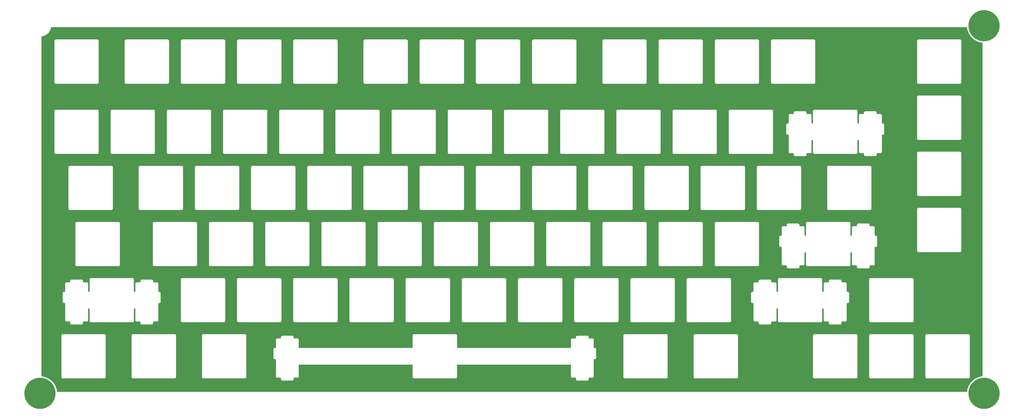
<source format=gbr>
%TF.GenerationSoftware,KiCad,Pcbnew,(6.0.10)*%
%TF.CreationDate,2023-03-07T00:13:01-08:00*%
%TF.ProjectId,fr4 plate,66723420-706c-4617-9465-2e6b69636164,rev?*%
%TF.SameCoordinates,Original*%
%TF.FileFunction,Copper,L1,Top*%
%TF.FilePolarity,Positive*%
%FSLAX46Y46*%
G04 Gerber Fmt 4.6, Leading zero omitted, Abs format (unit mm)*
G04 Created by KiCad (PCBNEW (6.0.10)) date 2023-03-07 00:13:01*
%MOMM*%
%LPD*%
G01*
G04 APERTURE LIST*
%TA.AperFunction,ComponentPad*%
%ADD10C,10.600000*%
%TD*%
G04 APERTURE END LIST*
D10*
%TO.P,,1*%
%TO.N,N/C*%
X371494999Y-72628000D03*
%TD*%
%TO.P,,1*%
%TO.N,N/C*%
X371494999Y-197458000D03*
%TD*%
%TO.P,,1*%
%TO.N,N/C*%
X51440000Y-197470000D03*
%TD*%
%TA.AperFunction,NonConductor*%
G36*
X365662343Y-73156502D02*
G01*
X365708836Y-73210158D01*
X365719610Y-73250095D01*
X365731007Y-73365288D01*
X365738109Y-73437078D01*
X365738574Y-73439623D01*
X365814715Y-73856530D01*
X365823762Y-73906068D01*
X365824432Y-73908559D01*
X365934521Y-74317987D01*
X365947555Y-74366463D01*
X366108656Y-74815167D01*
X366305982Y-75249161D01*
X366538204Y-75665528D01*
X366539640Y-75667669D01*
X366776218Y-76020397D01*
X366803763Y-76061466D01*
X366805369Y-76063481D01*
X367070200Y-76395823D01*
X367100871Y-76434313D01*
X367427530Y-76781563D01*
X367429436Y-76783282D01*
X367429444Y-76783290D01*
X367733010Y-77057101D01*
X367781544Y-77100878D01*
X368160532Y-77390113D01*
X368162694Y-77391499D01*
X368162705Y-77391506D01*
X368559775Y-77645931D01*
X368559783Y-77645936D01*
X368561945Y-77647321D01*
X368564223Y-77648530D01*
X368564227Y-77648532D01*
X368980808Y-77869566D01*
X368983083Y-77870773D01*
X368985442Y-77871786D01*
X368985443Y-77871787D01*
X369418751Y-78057951D01*
X369418765Y-78057956D01*
X369421115Y-78058966D01*
X369423550Y-78059783D01*
X369423555Y-78059785D01*
X369870643Y-78209813D01*
X369870654Y-78209816D01*
X369873094Y-78210635D01*
X369875594Y-78211251D01*
X369875603Y-78211254D01*
X370333473Y-78324141D01*
X370335980Y-78324759D01*
X370338528Y-78325169D01*
X370338531Y-78325170D01*
X370470966Y-78346501D01*
X370806662Y-78400571D01*
X370848891Y-78403857D01*
X370870276Y-78405522D01*
X370936639Y-78430749D01*
X370978829Y-78487851D01*
X370986499Y-78531142D01*
X370986499Y-191557398D01*
X370966497Y-191625519D01*
X370912841Y-191672012D01*
X370874435Y-191682625D01*
X370615649Y-191711424D01*
X370613124Y-191711917D01*
X370613118Y-191711918D01*
X370314678Y-191770200D01*
X370147740Y-191802801D01*
X370145262Y-191803500D01*
X370145253Y-191803502D01*
X369727604Y-191921291D01*
X369688892Y-191932209D01*
X369686465Y-191933114D01*
X369244605Y-192097879D01*
X369244595Y-192097883D01*
X369242190Y-192098780D01*
X369022002Y-192202158D01*
X368812964Y-192300301D01*
X368812956Y-192300305D01*
X368810639Y-192301393D01*
X368693671Y-192368517D01*
X368399369Y-192537406D01*
X368399361Y-192537411D01*
X368397141Y-192538685D01*
X368141198Y-192714918D01*
X368039288Y-192785090D01*
X368004476Y-192809060D01*
X368002477Y-192810693D01*
X368002472Y-192810697D01*
X367695538Y-193061474D01*
X367635287Y-193110701D01*
X367292054Y-193441579D01*
X366977087Y-193799467D01*
X366886704Y-193920946D01*
X366694058Y-194179872D01*
X366694052Y-194179880D01*
X366692505Y-194181960D01*
X366440220Y-194586486D01*
X366221929Y-195010323D01*
X366039102Y-195450621D01*
X365892966Y-195904419D01*
X365784505Y-196368665D01*
X365784123Y-196371235D01*
X365784123Y-196371236D01*
X365714638Y-196838965D01*
X365714449Y-196840237D01*
X365713583Y-196840108D01*
X365687787Y-196902498D01*
X365629495Y-196943026D01*
X365589627Y-196949500D01*
X57339835Y-196949500D01*
X57271714Y-196929498D01*
X57225221Y-196875842D01*
X57214788Y-196838965D01*
X57175721Y-196523072D01*
X57175720Y-196523068D01*
X57175404Y-196520510D01*
X57172908Y-196508510D01*
X57078844Y-196056279D01*
X57078842Y-196056270D01*
X57078318Y-196053752D01*
X56943313Y-195596519D01*
X56771298Y-195151886D01*
X56563428Y-194722842D01*
X56556346Y-194710842D01*
X56322419Y-194314506D01*
X56321102Y-194312274D01*
X56312622Y-194300274D01*
X56047451Y-193925067D01*
X56047449Y-193925064D01*
X56045949Y-193922942D01*
X55739820Y-193557465D01*
X55404774Y-193218300D01*
X55043064Y-192907729D01*
X54657123Y-192627841D01*
X54654918Y-192626503D01*
X54654912Y-192626499D01*
X54251763Y-192381862D01*
X54251757Y-192381859D01*
X54249546Y-192380517D01*
X53998193Y-192254923D01*
X53825396Y-192168581D01*
X53825391Y-192168579D01*
X53823074Y-192167421D01*
X53380575Y-191989986D01*
X53152892Y-191919724D01*
X58710030Y-191919724D01*
X58712497Y-191928355D01*
X58718156Y-191948156D01*
X58721734Y-191964918D01*
X58725926Y-191994190D01*
X58729640Y-192002358D01*
X58729640Y-192002359D01*
X58736554Y-192017565D01*
X58743002Y-192035089D01*
X58750057Y-192059774D01*
X58754849Y-192067368D01*
X58754850Y-192067371D01*
X58765836Y-192084783D01*
X58773975Y-192099866D01*
X58786214Y-192126785D01*
X58792075Y-192133587D01*
X58802976Y-192146238D01*
X58814079Y-192161242D01*
X58827782Y-192182961D01*
X58834507Y-192188900D01*
X58834510Y-192188904D01*
X58849944Y-192202535D01*
X58861988Y-192214727D01*
X58875433Y-192230330D01*
X58875436Y-192230332D01*
X58881293Y-192237130D01*
X58888822Y-192242010D01*
X58888823Y-192242011D01*
X58902841Y-192251097D01*
X58917715Y-192262388D01*
X58930223Y-192273434D01*
X58936957Y-192279381D01*
X58963717Y-192291945D01*
X58978697Y-192300266D01*
X58995989Y-192311474D01*
X58995994Y-192311476D01*
X59003521Y-192316355D01*
X59012114Y-192318925D01*
X59012119Y-192318927D01*
X59028126Y-192323714D01*
X59045570Y-192330375D01*
X59060682Y-192337470D01*
X59060684Y-192337471D01*
X59068806Y-192341284D01*
X59077673Y-192342665D01*
X59077674Y-192342665D01*
X59080359Y-192343083D01*
X59098023Y-192345833D01*
X59114738Y-192349616D01*
X59134472Y-192355518D01*
X59134478Y-192355519D01*
X59143072Y-192358089D01*
X59152043Y-192358144D01*
X59152044Y-192358144D01*
X59162103Y-192358205D01*
X59177512Y-192358299D01*
X59178295Y-192358332D01*
X59179392Y-192358503D01*
X59210383Y-192358503D01*
X59211153Y-192358505D01*
X59284791Y-192358955D01*
X59284792Y-192358955D01*
X59288727Y-192358979D01*
X59290071Y-192358595D01*
X59291416Y-192358503D01*
X73210383Y-192358503D01*
X73211154Y-192358505D01*
X73288727Y-192358979D01*
X73317158Y-192350853D01*
X73333921Y-192347275D01*
X73334759Y-192347155D01*
X73363193Y-192343083D01*
X73386570Y-192332454D01*
X73404093Y-192326007D01*
X73428777Y-192318952D01*
X73436371Y-192314160D01*
X73436374Y-192314159D01*
X73453786Y-192303173D01*
X73468871Y-192295033D01*
X73495788Y-192282795D01*
X73515241Y-192266033D01*
X73530245Y-192254930D01*
X73551964Y-192241227D01*
X73557903Y-192234502D01*
X73557907Y-192234499D01*
X73571538Y-192219065D01*
X73583730Y-192207021D01*
X73599333Y-192193576D01*
X73599335Y-192193573D01*
X73606133Y-192187716D01*
X73620100Y-192166168D01*
X73631391Y-192151294D01*
X73642437Y-192138786D01*
X73642438Y-192138785D01*
X73648384Y-192132052D01*
X73660949Y-192105290D01*
X73669269Y-192090312D01*
X73680477Y-192073020D01*
X73680479Y-192073015D01*
X73685358Y-192065488D01*
X73687928Y-192056895D01*
X73687930Y-192056890D01*
X73692717Y-192040883D01*
X73699378Y-192023439D01*
X73706473Y-192008327D01*
X73706474Y-192008325D01*
X73710287Y-192000203D01*
X73711729Y-191990946D01*
X73714836Y-191970988D01*
X73718619Y-191954271D01*
X73724521Y-191934537D01*
X73724522Y-191934531D01*
X73727092Y-191925937D01*
X73727130Y-191919724D01*
X82522032Y-191919724D01*
X82524499Y-191928355D01*
X82530158Y-191948156D01*
X82533736Y-191964918D01*
X82537928Y-191994190D01*
X82541642Y-192002358D01*
X82541642Y-192002359D01*
X82548556Y-192017565D01*
X82555004Y-192035089D01*
X82562059Y-192059774D01*
X82566851Y-192067368D01*
X82566852Y-192067371D01*
X82577838Y-192084783D01*
X82585977Y-192099866D01*
X82598216Y-192126785D01*
X82604077Y-192133587D01*
X82614978Y-192146238D01*
X82626081Y-192161242D01*
X82639784Y-192182961D01*
X82646509Y-192188900D01*
X82646512Y-192188904D01*
X82661946Y-192202535D01*
X82673990Y-192214727D01*
X82687435Y-192230330D01*
X82687438Y-192230332D01*
X82693295Y-192237130D01*
X82700824Y-192242010D01*
X82700825Y-192242011D01*
X82714843Y-192251097D01*
X82729717Y-192262388D01*
X82742225Y-192273434D01*
X82748959Y-192279381D01*
X82775719Y-192291945D01*
X82790699Y-192300266D01*
X82807991Y-192311474D01*
X82807996Y-192311476D01*
X82815523Y-192316355D01*
X82824116Y-192318925D01*
X82824121Y-192318927D01*
X82840128Y-192323714D01*
X82857572Y-192330375D01*
X82872684Y-192337470D01*
X82872686Y-192337471D01*
X82880808Y-192341284D01*
X82889675Y-192342665D01*
X82889676Y-192342665D01*
X82892361Y-192343083D01*
X82910025Y-192345833D01*
X82926740Y-192349616D01*
X82946474Y-192355518D01*
X82946480Y-192355519D01*
X82955074Y-192358089D01*
X82964045Y-192358144D01*
X82964046Y-192358144D01*
X82974105Y-192358205D01*
X82989514Y-192358299D01*
X82990297Y-192358332D01*
X82991394Y-192358503D01*
X83022385Y-192358503D01*
X83023155Y-192358505D01*
X83096793Y-192358955D01*
X83096794Y-192358955D01*
X83100729Y-192358979D01*
X83102073Y-192358595D01*
X83103418Y-192358503D01*
X97022385Y-192358503D01*
X97023156Y-192358505D01*
X97100729Y-192358979D01*
X97129160Y-192350853D01*
X97145923Y-192347275D01*
X97146761Y-192347155D01*
X97175195Y-192343083D01*
X97198572Y-192332454D01*
X97216095Y-192326007D01*
X97240779Y-192318952D01*
X97248373Y-192314160D01*
X97248376Y-192314159D01*
X97265788Y-192303173D01*
X97280873Y-192295033D01*
X97307790Y-192282795D01*
X97327243Y-192266033D01*
X97342247Y-192254930D01*
X97363966Y-192241227D01*
X97369905Y-192234502D01*
X97369909Y-192234499D01*
X97383540Y-192219065D01*
X97395732Y-192207021D01*
X97411335Y-192193576D01*
X97411337Y-192193573D01*
X97418135Y-192187716D01*
X97432102Y-192166168D01*
X97443393Y-192151294D01*
X97454439Y-192138786D01*
X97454440Y-192138785D01*
X97460386Y-192132052D01*
X97472951Y-192105290D01*
X97481271Y-192090312D01*
X97492479Y-192073020D01*
X97492481Y-192073015D01*
X97497360Y-192065488D01*
X97499930Y-192056895D01*
X97499932Y-192056890D01*
X97504719Y-192040883D01*
X97511380Y-192023439D01*
X97518475Y-192008327D01*
X97518476Y-192008325D01*
X97522289Y-192000203D01*
X97523731Y-191990946D01*
X97526838Y-191970988D01*
X97530621Y-191954271D01*
X97536523Y-191934537D01*
X97536524Y-191934531D01*
X97539094Y-191925937D01*
X97539132Y-191919724D01*
X106335031Y-191919724D01*
X106337498Y-191928355D01*
X106343157Y-191948156D01*
X106346735Y-191964918D01*
X106350927Y-191994190D01*
X106354641Y-192002358D01*
X106354641Y-192002359D01*
X106361555Y-192017565D01*
X106368003Y-192035089D01*
X106375058Y-192059774D01*
X106379850Y-192067368D01*
X106379851Y-192067371D01*
X106390837Y-192084783D01*
X106398976Y-192099866D01*
X106411215Y-192126785D01*
X106417076Y-192133587D01*
X106427977Y-192146238D01*
X106439080Y-192161242D01*
X106452783Y-192182961D01*
X106459508Y-192188900D01*
X106459511Y-192188904D01*
X106474945Y-192202535D01*
X106486989Y-192214727D01*
X106500434Y-192230330D01*
X106500437Y-192230332D01*
X106506294Y-192237130D01*
X106513823Y-192242010D01*
X106513824Y-192242011D01*
X106527842Y-192251097D01*
X106542716Y-192262388D01*
X106555224Y-192273434D01*
X106561958Y-192279381D01*
X106588718Y-192291945D01*
X106603698Y-192300266D01*
X106620990Y-192311474D01*
X106620995Y-192311476D01*
X106628522Y-192316355D01*
X106637115Y-192318925D01*
X106637120Y-192318927D01*
X106653127Y-192323714D01*
X106670571Y-192330375D01*
X106685683Y-192337470D01*
X106685685Y-192337471D01*
X106693807Y-192341284D01*
X106702674Y-192342665D01*
X106702675Y-192342665D01*
X106705360Y-192343083D01*
X106723024Y-192345833D01*
X106739739Y-192349616D01*
X106759473Y-192355518D01*
X106759479Y-192355519D01*
X106768073Y-192358089D01*
X106777044Y-192358144D01*
X106777045Y-192358144D01*
X106787104Y-192358205D01*
X106802513Y-192358299D01*
X106803296Y-192358332D01*
X106804393Y-192358503D01*
X106835384Y-192358503D01*
X106836154Y-192358505D01*
X106909792Y-192358955D01*
X106909793Y-192358955D01*
X106913728Y-192358979D01*
X106915072Y-192358595D01*
X106916417Y-192358503D01*
X120835381Y-192358503D01*
X120836152Y-192358505D01*
X120913725Y-192358979D01*
X120942156Y-192350853D01*
X120958919Y-192347275D01*
X120959757Y-192347155D01*
X120988191Y-192343083D01*
X121011568Y-192332454D01*
X121029091Y-192326007D01*
X121053775Y-192318952D01*
X121061369Y-192314160D01*
X121061372Y-192314159D01*
X121078784Y-192303173D01*
X121093869Y-192295033D01*
X121120786Y-192282795D01*
X121140239Y-192266033D01*
X121155243Y-192254930D01*
X121176962Y-192241227D01*
X121182901Y-192234502D01*
X121182905Y-192234499D01*
X121196536Y-192219065D01*
X121208728Y-192207021D01*
X121224331Y-192193576D01*
X121224333Y-192193573D01*
X121231131Y-192187716D01*
X121245098Y-192166168D01*
X121256389Y-192151294D01*
X121267435Y-192138786D01*
X121267436Y-192138785D01*
X121273382Y-192132052D01*
X121285947Y-192105290D01*
X121294267Y-192090312D01*
X121305475Y-192073020D01*
X121305477Y-192073015D01*
X121310356Y-192065488D01*
X121312926Y-192056895D01*
X121312928Y-192056890D01*
X121317715Y-192040883D01*
X121324376Y-192023439D01*
X121331471Y-192008327D01*
X121331472Y-192008325D01*
X121335285Y-192000203D01*
X121336727Y-191990946D01*
X121339834Y-191970988D01*
X121343617Y-191954271D01*
X121349519Y-191934537D01*
X121349520Y-191934531D01*
X121352090Y-191925937D01*
X121352300Y-191891497D01*
X121352333Y-191890714D01*
X121352504Y-191889617D01*
X121352504Y-191858626D01*
X121352506Y-191857856D01*
X121352956Y-191784218D01*
X121352956Y-191784217D01*
X121352980Y-191780282D01*
X121352596Y-191778938D01*
X121352504Y-191777593D01*
X121352504Y-185419724D01*
X130572027Y-185419724D01*
X130574494Y-185428355D01*
X130580153Y-185448156D01*
X130583731Y-185464918D01*
X130587923Y-185494190D01*
X130591637Y-185502358D01*
X130591637Y-185502359D01*
X130598551Y-185517565D01*
X130604999Y-185535089D01*
X130612054Y-185559774D01*
X130616846Y-185567368D01*
X130616847Y-185567371D01*
X130627833Y-185584783D01*
X130635972Y-185599866D01*
X130648211Y-185626785D01*
X130654072Y-185633587D01*
X130664973Y-185646238D01*
X130676076Y-185661242D01*
X130689779Y-185682961D01*
X130696504Y-185688900D01*
X130696507Y-185688904D01*
X130711941Y-185702535D01*
X130723985Y-185714727D01*
X130737430Y-185730330D01*
X130737433Y-185730332D01*
X130743290Y-185737130D01*
X130750819Y-185742010D01*
X130750820Y-185742011D01*
X130764838Y-185751097D01*
X130779712Y-185762388D01*
X130792220Y-185773434D01*
X130798954Y-185779381D01*
X130825714Y-185791945D01*
X130840694Y-185800266D01*
X130857986Y-185811474D01*
X130857991Y-185811476D01*
X130865518Y-185816355D01*
X130874111Y-185818925D01*
X130874116Y-185818927D01*
X130890123Y-185823714D01*
X130907567Y-185830375D01*
X130922679Y-185837470D01*
X130922681Y-185837471D01*
X130930803Y-185841284D01*
X130939670Y-185842665D01*
X130939671Y-185842665D01*
X130942356Y-185843083D01*
X130960020Y-185845833D01*
X130976735Y-185849616D01*
X130996469Y-185855518D01*
X130996475Y-185855519D01*
X131005069Y-185858089D01*
X131014040Y-185858144D01*
X131014041Y-185858144D01*
X131024100Y-185858205D01*
X131039509Y-185858299D01*
X131040292Y-185858332D01*
X131041389Y-185858503D01*
X131072380Y-185858503D01*
X131073150Y-185858505D01*
X131146788Y-185858955D01*
X131146789Y-185858955D01*
X131150724Y-185858979D01*
X131152068Y-185858595D01*
X131153413Y-185858503D01*
X131271508Y-185858503D01*
X131339629Y-185878505D01*
X131386122Y-185932161D01*
X131397508Y-185984503D01*
X131397508Y-191611377D01*
X131397506Y-191612147D01*
X131397032Y-191689721D01*
X131399499Y-191698352D01*
X131405158Y-191718153D01*
X131408736Y-191734915D01*
X131412928Y-191764187D01*
X131422036Y-191784218D01*
X131423556Y-191787562D01*
X131430004Y-191805086D01*
X131437059Y-191829771D01*
X131441851Y-191837365D01*
X131441852Y-191837368D01*
X131452838Y-191854780D01*
X131460977Y-191869863D01*
X131473216Y-191896782D01*
X131479077Y-191903584D01*
X131489978Y-191916235D01*
X131501081Y-191931239D01*
X131514784Y-191952958D01*
X131521509Y-191958897D01*
X131521512Y-191958901D01*
X131536946Y-191972532D01*
X131548990Y-191984724D01*
X131562435Y-192000327D01*
X131562438Y-192000329D01*
X131568295Y-192007127D01*
X131575824Y-192012007D01*
X131575825Y-192012008D01*
X131589843Y-192021094D01*
X131604717Y-192032385D01*
X131614340Y-192040883D01*
X131623959Y-192049378D01*
X131650719Y-192061942D01*
X131665699Y-192070263D01*
X131682991Y-192081471D01*
X131682996Y-192081473D01*
X131690523Y-192086352D01*
X131699116Y-192088922D01*
X131699121Y-192088924D01*
X131715128Y-192093711D01*
X131732572Y-192100372D01*
X131747684Y-192107467D01*
X131747686Y-192107468D01*
X131755808Y-192111281D01*
X131764675Y-192112662D01*
X131764676Y-192112662D01*
X131767361Y-192113080D01*
X131785025Y-192115830D01*
X131801740Y-192119613D01*
X131821474Y-192125515D01*
X131821480Y-192125516D01*
X131830074Y-192128086D01*
X131839045Y-192128141D01*
X131839046Y-192128141D01*
X131849105Y-192128202D01*
X131864514Y-192128296D01*
X131865297Y-192128329D01*
X131866394Y-192128500D01*
X131897385Y-192128500D01*
X131898155Y-192128502D01*
X131971793Y-192128952D01*
X131971794Y-192128952D01*
X131975729Y-192128976D01*
X131977073Y-192128592D01*
X131978418Y-192128500D01*
X132996506Y-192128500D01*
X133064627Y-192148502D01*
X133111120Y-192202158D01*
X133122506Y-192254500D01*
X133122506Y-192591380D01*
X133122504Y-192592150D01*
X133122030Y-192669724D01*
X133124497Y-192678355D01*
X133130156Y-192698156D01*
X133133734Y-192714918D01*
X133137926Y-192744190D01*
X133141640Y-192752358D01*
X133141640Y-192752359D01*
X133148554Y-192767565D01*
X133155002Y-192785089D01*
X133162057Y-192809774D01*
X133166849Y-192817368D01*
X133166850Y-192817371D01*
X133177836Y-192834783D01*
X133185975Y-192849866D01*
X133198214Y-192876785D01*
X133204075Y-192883587D01*
X133214976Y-192896238D01*
X133226079Y-192911242D01*
X133239782Y-192932961D01*
X133246507Y-192938900D01*
X133246510Y-192938904D01*
X133261944Y-192952535D01*
X133273988Y-192964727D01*
X133287433Y-192980330D01*
X133287436Y-192980332D01*
X133293293Y-192987130D01*
X133300822Y-192992010D01*
X133300823Y-192992011D01*
X133314841Y-193001097D01*
X133329715Y-193012388D01*
X133342223Y-193023434D01*
X133348957Y-193029381D01*
X133375717Y-193041945D01*
X133390697Y-193050266D01*
X133407989Y-193061474D01*
X133407994Y-193061476D01*
X133415521Y-193066355D01*
X133424114Y-193068925D01*
X133424119Y-193068927D01*
X133440126Y-193073714D01*
X133457570Y-193080375D01*
X133472682Y-193087470D01*
X133472684Y-193087471D01*
X133480806Y-193091284D01*
X133489673Y-193092665D01*
X133489674Y-193092665D01*
X133492359Y-193093083D01*
X133510023Y-193095833D01*
X133526738Y-193099616D01*
X133546472Y-193105518D01*
X133546478Y-193105519D01*
X133555072Y-193108089D01*
X133564043Y-193108144D01*
X133564044Y-193108144D01*
X133574103Y-193108205D01*
X133589512Y-193108299D01*
X133590295Y-193108332D01*
X133591392Y-193108503D01*
X133622383Y-193108503D01*
X133623153Y-193108505D01*
X133696791Y-193108955D01*
X133696792Y-193108955D01*
X133700727Y-193108979D01*
X133702071Y-193108595D01*
X133703416Y-193108503D01*
X136922386Y-193108503D01*
X136923157Y-193108505D01*
X137000730Y-193108979D01*
X137029161Y-193100853D01*
X137045924Y-193097275D01*
X137046762Y-193097155D01*
X137075196Y-193093083D01*
X137098573Y-193082454D01*
X137116096Y-193076007D01*
X137140780Y-193068952D01*
X137148374Y-193064160D01*
X137148377Y-193064159D01*
X137165789Y-193053173D01*
X137180874Y-193045033D01*
X137207791Y-193032795D01*
X137227244Y-193016033D01*
X137242248Y-193004930D01*
X137263967Y-192991227D01*
X137269906Y-192984502D01*
X137269910Y-192984499D01*
X137283541Y-192969065D01*
X137295733Y-192957021D01*
X137311336Y-192943576D01*
X137311338Y-192943573D01*
X137318136Y-192937716D01*
X137332103Y-192916168D01*
X137343394Y-192901294D01*
X137354440Y-192888786D01*
X137354441Y-192888785D01*
X137360387Y-192882052D01*
X137372952Y-192855290D01*
X137381272Y-192840312D01*
X137392480Y-192823020D01*
X137392482Y-192823015D01*
X137397361Y-192815488D01*
X137399931Y-192806895D01*
X137399933Y-192806890D01*
X137404720Y-192790883D01*
X137411381Y-192773439D01*
X137418476Y-192758327D01*
X137418477Y-192758325D01*
X137422290Y-192750203D01*
X137426839Y-192720986D01*
X137430622Y-192704271D01*
X137436524Y-192684537D01*
X137436525Y-192684531D01*
X137439095Y-192675937D01*
X137439305Y-192641497D01*
X137439338Y-192640714D01*
X137439509Y-192639617D01*
X137439509Y-192608626D01*
X137439511Y-192607856D01*
X137439961Y-192534218D01*
X137439961Y-192534217D01*
X137439985Y-192530282D01*
X137439601Y-192528938D01*
X137439509Y-192527593D01*
X137439509Y-192254500D01*
X137459511Y-192186379D01*
X137513167Y-192139886D01*
X137565509Y-192128500D01*
X138647385Y-192128500D01*
X138648156Y-192128502D01*
X138725729Y-192128976D01*
X138754160Y-192120850D01*
X138770923Y-192117272D01*
X138771761Y-192117152D01*
X138800195Y-192113080D01*
X138823572Y-192102451D01*
X138841095Y-192096004D01*
X138865779Y-192088949D01*
X138873373Y-192084157D01*
X138873376Y-192084156D01*
X138890788Y-192073170D01*
X138905873Y-192065030D01*
X138932790Y-192052792D01*
X138952243Y-192036030D01*
X138967247Y-192024927D01*
X138988966Y-192011224D01*
X138994905Y-192004499D01*
X138994909Y-192004496D01*
X139008540Y-191989062D01*
X139020732Y-191977018D01*
X139036335Y-191963573D01*
X139036337Y-191963570D01*
X139043135Y-191957713D01*
X139057102Y-191936165D01*
X139068393Y-191921291D01*
X139079439Y-191908783D01*
X139079440Y-191908782D01*
X139085386Y-191902049D01*
X139097951Y-191875287D01*
X139106271Y-191860309D01*
X139117479Y-191843017D01*
X139117481Y-191843012D01*
X139122360Y-191835485D01*
X139124930Y-191826892D01*
X139124932Y-191826887D01*
X139129719Y-191810880D01*
X139136380Y-191793436D01*
X139143475Y-191778324D01*
X139143476Y-191778322D01*
X139147289Y-191770200D01*
X139151838Y-191740983D01*
X139155621Y-191724268D01*
X139161523Y-191704534D01*
X139161524Y-191704528D01*
X139164094Y-191695934D01*
X139164304Y-191661494D01*
X139164337Y-191660711D01*
X139164508Y-191659614D01*
X139164508Y-191628623D01*
X139164510Y-191627853D01*
X139164960Y-191554215D01*
X139164960Y-191554214D01*
X139164984Y-191550279D01*
X139164600Y-191548935D01*
X139164508Y-191547590D01*
X139164508Y-187784498D01*
X139184510Y-187716377D01*
X139238166Y-187669884D01*
X139290508Y-187658498D01*
X177645508Y-187658498D01*
X177713629Y-187678500D01*
X177760122Y-187732156D01*
X177771508Y-187784498D01*
X177771508Y-191841380D01*
X177771506Y-191842150D01*
X177771032Y-191919724D01*
X177773499Y-191928355D01*
X177779158Y-191948156D01*
X177782736Y-191964918D01*
X177786928Y-191994190D01*
X177790642Y-192002358D01*
X177790642Y-192002359D01*
X177797556Y-192017565D01*
X177804004Y-192035089D01*
X177811059Y-192059774D01*
X177815851Y-192067368D01*
X177815852Y-192067371D01*
X177826838Y-192084783D01*
X177834977Y-192099866D01*
X177847216Y-192126785D01*
X177853077Y-192133587D01*
X177863978Y-192146238D01*
X177875081Y-192161242D01*
X177888784Y-192182961D01*
X177895509Y-192188900D01*
X177895512Y-192188904D01*
X177910946Y-192202535D01*
X177922990Y-192214727D01*
X177936435Y-192230330D01*
X177936438Y-192230332D01*
X177942295Y-192237130D01*
X177949824Y-192242010D01*
X177949825Y-192242011D01*
X177963843Y-192251097D01*
X177978717Y-192262388D01*
X177991225Y-192273434D01*
X177997959Y-192279381D01*
X178024719Y-192291945D01*
X178039699Y-192300266D01*
X178056991Y-192311474D01*
X178056996Y-192311476D01*
X178064523Y-192316355D01*
X178073116Y-192318925D01*
X178073121Y-192318927D01*
X178089128Y-192323714D01*
X178106572Y-192330375D01*
X178121684Y-192337470D01*
X178121686Y-192337471D01*
X178129808Y-192341284D01*
X178138675Y-192342665D01*
X178138676Y-192342665D01*
X178141361Y-192343083D01*
X178159025Y-192345833D01*
X178175740Y-192349616D01*
X178195474Y-192355518D01*
X178195480Y-192355519D01*
X178204074Y-192358089D01*
X178213045Y-192358144D01*
X178213046Y-192358144D01*
X178223105Y-192358205D01*
X178238514Y-192358299D01*
X178239297Y-192358332D01*
X178240394Y-192358503D01*
X178271385Y-192358503D01*
X178272155Y-192358505D01*
X178345793Y-192358955D01*
X178345794Y-192358955D01*
X178349729Y-192358979D01*
X178351073Y-192358595D01*
X178352418Y-192358503D01*
X192272377Y-192358503D01*
X192273148Y-192358505D01*
X192350721Y-192358979D01*
X192379152Y-192350853D01*
X192395915Y-192347275D01*
X192396753Y-192347155D01*
X192425187Y-192343083D01*
X192448564Y-192332454D01*
X192466087Y-192326007D01*
X192490771Y-192318952D01*
X192498365Y-192314160D01*
X192498368Y-192314159D01*
X192515780Y-192303173D01*
X192530865Y-192295033D01*
X192557782Y-192282795D01*
X192577235Y-192266033D01*
X192592239Y-192254930D01*
X192613958Y-192241227D01*
X192619897Y-192234502D01*
X192619901Y-192234499D01*
X192633532Y-192219065D01*
X192645724Y-192207021D01*
X192661327Y-192193576D01*
X192661329Y-192193573D01*
X192668127Y-192187716D01*
X192682094Y-192166168D01*
X192693385Y-192151294D01*
X192704431Y-192138786D01*
X192704432Y-192138785D01*
X192710378Y-192132052D01*
X192722943Y-192105290D01*
X192731263Y-192090312D01*
X192742471Y-192073020D01*
X192742473Y-192073015D01*
X192747352Y-192065488D01*
X192749922Y-192056895D01*
X192749924Y-192056890D01*
X192754711Y-192040883D01*
X192761372Y-192023439D01*
X192768467Y-192008327D01*
X192768468Y-192008325D01*
X192772281Y-192000203D01*
X192773723Y-191990946D01*
X192776830Y-191970988D01*
X192780613Y-191954271D01*
X192786515Y-191934537D01*
X192786516Y-191934531D01*
X192789086Y-191925937D01*
X192789296Y-191891497D01*
X192789329Y-191890714D01*
X192789500Y-191889617D01*
X192789500Y-191858626D01*
X192789502Y-191857856D01*
X192789952Y-191784218D01*
X192789952Y-191784217D01*
X192789976Y-191780282D01*
X192789592Y-191778938D01*
X192789500Y-191777593D01*
X192789500Y-187784498D01*
X192809502Y-187716377D01*
X192863158Y-187669884D01*
X192915500Y-187658498D01*
X231271500Y-187658498D01*
X231339621Y-187678500D01*
X231386114Y-187732156D01*
X231397500Y-187784498D01*
X231397500Y-191611377D01*
X231397498Y-191612147D01*
X231397024Y-191689721D01*
X231399491Y-191698352D01*
X231405150Y-191718153D01*
X231408728Y-191734915D01*
X231412920Y-191764187D01*
X231422028Y-191784218D01*
X231423548Y-191787562D01*
X231429996Y-191805086D01*
X231437051Y-191829771D01*
X231441843Y-191837365D01*
X231441844Y-191837368D01*
X231452830Y-191854780D01*
X231460969Y-191869863D01*
X231473208Y-191896782D01*
X231479069Y-191903584D01*
X231489970Y-191916235D01*
X231501073Y-191931239D01*
X231514776Y-191952958D01*
X231521501Y-191958897D01*
X231521504Y-191958901D01*
X231536938Y-191972532D01*
X231548982Y-191984724D01*
X231562427Y-192000327D01*
X231562430Y-192000329D01*
X231568287Y-192007127D01*
X231575816Y-192012007D01*
X231575817Y-192012008D01*
X231589835Y-192021094D01*
X231604709Y-192032385D01*
X231614332Y-192040883D01*
X231623951Y-192049378D01*
X231650711Y-192061942D01*
X231665691Y-192070263D01*
X231682983Y-192081471D01*
X231682988Y-192081473D01*
X231690515Y-192086352D01*
X231699108Y-192088922D01*
X231699113Y-192088924D01*
X231715120Y-192093711D01*
X231732564Y-192100372D01*
X231747676Y-192107467D01*
X231747678Y-192107468D01*
X231755800Y-192111281D01*
X231764667Y-192112662D01*
X231764668Y-192112662D01*
X231767353Y-192113080D01*
X231785017Y-192115830D01*
X231801732Y-192119613D01*
X231821466Y-192125515D01*
X231821472Y-192125516D01*
X231830066Y-192128086D01*
X231839037Y-192128141D01*
X231839038Y-192128141D01*
X231849097Y-192128202D01*
X231864506Y-192128296D01*
X231865289Y-192128329D01*
X231866386Y-192128500D01*
X231897377Y-192128500D01*
X231898147Y-192128502D01*
X231971785Y-192128952D01*
X231971786Y-192128952D01*
X231975721Y-192128976D01*
X231977065Y-192128592D01*
X231978410Y-192128500D01*
X232996506Y-192128500D01*
X233064627Y-192148502D01*
X233111120Y-192202158D01*
X233122506Y-192254500D01*
X233122506Y-192591380D01*
X233122504Y-192592150D01*
X233122030Y-192669724D01*
X233124497Y-192678355D01*
X233130156Y-192698156D01*
X233133734Y-192714918D01*
X233137926Y-192744190D01*
X233141640Y-192752358D01*
X233141640Y-192752359D01*
X233148554Y-192767565D01*
X233155002Y-192785089D01*
X233162057Y-192809774D01*
X233166849Y-192817368D01*
X233166850Y-192817371D01*
X233177836Y-192834783D01*
X233185975Y-192849866D01*
X233198214Y-192876785D01*
X233204075Y-192883587D01*
X233214976Y-192896238D01*
X233226079Y-192911242D01*
X233239782Y-192932961D01*
X233246507Y-192938900D01*
X233246510Y-192938904D01*
X233261944Y-192952535D01*
X233273988Y-192964727D01*
X233287433Y-192980330D01*
X233287436Y-192980332D01*
X233293293Y-192987130D01*
X233300822Y-192992010D01*
X233300823Y-192992011D01*
X233314841Y-193001097D01*
X233329715Y-193012388D01*
X233342223Y-193023434D01*
X233348957Y-193029381D01*
X233375717Y-193041945D01*
X233390697Y-193050266D01*
X233407989Y-193061474D01*
X233407994Y-193061476D01*
X233415521Y-193066355D01*
X233424114Y-193068925D01*
X233424119Y-193068927D01*
X233440126Y-193073714D01*
X233457570Y-193080375D01*
X233472682Y-193087470D01*
X233472684Y-193087471D01*
X233480806Y-193091284D01*
X233489673Y-193092665D01*
X233489674Y-193092665D01*
X233492359Y-193093083D01*
X233510023Y-193095833D01*
X233526738Y-193099616D01*
X233546472Y-193105518D01*
X233546478Y-193105519D01*
X233555072Y-193108089D01*
X233564043Y-193108144D01*
X233564044Y-193108144D01*
X233574103Y-193108205D01*
X233589512Y-193108299D01*
X233590295Y-193108332D01*
X233591392Y-193108503D01*
X233622383Y-193108503D01*
X233623153Y-193108505D01*
X233696791Y-193108955D01*
X233696792Y-193108955D01*
X233700727Y-193108979D01*
X233702071Y-193108595D01*
X233703416Y-193108503D01*
X236922386Y-193108503D01*
X236923157Y-193108505D01*
X237000730Y-193108979D01*
X237029161Y-193100853D01*
X237045924Y-193097275D01*
X237046762Y-193097155D01*
X237075196Y-193093083D01*
X237098573Y-193082454D01*
X237116096Y-193076007D01*
X237140780Y-193068952D01*
X237148374Y-193064160D01*
X237148377Y-193064159D01*
X237165789Y-193053173D01*
X237180874Y-193045033D01*
X237207791Y-193032795D01*
X237227244Y-193016033D01*
X237242248Y-193004930D01*
X237263967Y-192991227D01*
X237269906Y-192984502D01*
X237269910Y-192984499D01*
X237283541Y-192969065D01*
X237295733Y-192957021D01*
X237311336Y-192943576D01*
X237311338Y-192943573D01*
X237318136Y-192937716D01*
X237332103Y-192916168D01*
X237343394Y-192901294D01*
X237354440Y-192888786D01*
X237354441Y-192888785D01*
X237360387Y-192882052D01*
X237372952Y-192855290D01*
X237381272Y-192840312D01*
X237392480Y-192823020D01*
X237392482Y-192823015D01*
X237397361Y-192815488D01*
X237399931Y-192806895D01*
X237399933Y-192806890D01*
X237404720Y-192790883D01*
X237411381Y-192773439D01*
X237418476Y-192758327D01*
X237418477Y-192758325D01*
X237422290Y-192750203D01*
X237426839Y-192720986D01*
X237430622Y-192704271D01*
X237436524Y-192684537D01*
X237436525Y-192684531D01*
X237439095Y-192675937D01*
X237439305Y-192641497D01*
X237439338Y-192640714D01*
X237439509Y-192639617D01*
X237439509Y-192608626D01*
X237439511Y-192607856D01*
X237439961Y-192534218D01*
X237439961Y-192534217D01*
X237439985Y-192530282D01*
X237439601Y-192528938D01*
X237439509Y-192527593D01*
X237439509Y-192254500D01*
X237459511Y-192186379D01*
X237513167Y-192139886D01*
X237565509Y-192128500D01*
X238647377Y-192128500D01*
X238648148Y-192128502D01*
X238725721Y-192128976D01*
X238754152Y-192120850D01*
X238770915Y-192117272D01*
X238771753Y-192117152D01*
X238800187Y-192113080D01*
X238823564Y-192102451D01*
X238841087Y-192096004D01*
X238865771Y-192088949D01*
X238873365Y-192084157D01*
X238873368Y-192084156D01*
X238890780Y-192073170D01*
X238905865Y-192065030D01*
X238932782Y-192052792D01*
X238952235Y-192036030D01*
X238967239Y-192024927D01*
X238988958Y-192011224D01*
X238994897Y-192004499D01*
X238994901Y-192004496D01*
X239008532Y-191989062D01*
X239020724Y-191977018D01*
X239036327Y-191963573D01*
X239036329Y-191963570D01*
X239043127Y-191957713D01*
X239057094Y-191936165D01*
X239068385Y-191921291D01*
X239069769Y-191919724D01*
X249210028Y-191919724D01*
X249212495Y-191928355D01*
X249218154Y-191948156D01*
X249221732Y-191964918D01*
X249225924Y-191994190D01*
X249229638Y-192002358D01*
X249229638Y-192002359D01*
X249236552Y-192017565D01*
X249243000Y-192035089D01*
X249250055Y-192059774D01*
X249254847Y-192067368D01*
X249254848Y-192067371D01*
X249265834Y-192084783D01*
X249273973Y-192099866D01*
X249286212Y-192126785D01*
X249292073Y-192133587D01*
X249302974Y-192146238D01*
X249314077Y-192161242D01*
X249327780Y-192182961D01*
X249334505Y-192188900D01*
X249334508Y-192188904D01*
X249349942Y-192202535D01*
X249361986Y-192214727D01*
X249375431Y-192230330D01*
X249375434Y-192230332D01*
X249381291Y-192237130D01*
X249388820Y-192242010D01*
X249388821Y-192242011D01*
X249402839Y-192251097D01*
X249417713Y-192262388D01*
X249430221Y-192273434D01*
X249436955Y-192279381D01*
X249463715Y-192291945D01*
X249478695Y-192300266D01*
X249495987Y-192311474D01*
X249495992Y-192311476D01*
X249503519Y-192316355D01*
X249512112Y-192318925D01*
X249512117Y-192318927D01*
X249528124Y-192323714D01*
X249545568Y-192330375D01*
X249560680Y-192337470D01*
X249560682Y-192337471D01*
X249568804Y-192341284D01*
X249577671Y-192342665D01*
X249577672Y-192342665D01*
X249580357Y-192343083D01*
X249598021Y-192345833D01*
X249614736Y-192349616D01*
X249634470Y-192355518D01*
X249634476Y-192355519D01*
X249643070Y-192358089D01*
X249652041Y-192358144D01*
X249652042Y-192358144D01*
X249662101Y-192358205D01*
X249677510Y-192358299D01*
X249678293Y-192358332D01*
X249679390Y-192358503D01*
X249710381Y-192358503D01*
X249711151Y-192358505D01*
X249784789Y-192358955D01*
X249784790Y-192358955D01*
X249788725Y-192358979D01*
X249790069Y-192358595D01*
X249791414Y-192358503D01*
X263710381Y-192358503D01*
X263711152Y-192358505D01*
X263788725Y-192358979D01*
X263817156Y-192350853D01*
X263833919Y-192347275D01*
X263834757Y-192347155D01*
X263863191Y-192343083D01*
X263886568Y-192332454D01*
X263904091Y-192326007D01*
X263928775Y-192318952D01*
X263936369Y-192314160D01*
X263936372Y-192314159D01*
X263953784Y-192303173D01*
X263968869Y-192295033D01*
X263995786Y-192282795D01*
X264015239Y-192266033D01*
X264030243Y-192254930D01*
X264051962Y-192241227D01*
X264057901Y-192234502D01*
X264057905Y-192234499D01*
X264071536Y-192219065D01*
X264083728Y-192207021D01*
X264099331Y-192193576D01*
X264099333Y-192193573D01*
X264106131Y-192187716D01*
X264120098Y-192166168D01*
X264131389Y-192151294D01*
X264142435Y-192138786D01*
X264142436Y-192138785D01*
X264148382Y-192132052D01*
X264160947Y-192105290D01*
X264169267Y-192090312D01*
X264180475Y-192073020D01*
X264180477Y-192073015D01*
X264185356Y-192065488D01*
X264187926Y-192056895D01*
X264187928Y-192056890D01*
X264192715Y-192040883D01*
X264199376Y-192023439D01*
X264206471Y-192008327D01*
X264206472Y-192008325D01*
X264210285Y-192000203D01*
X264211727Y-191990946D01*
X264214834Y-191970988D01*
X264218617Y-191954271D01*
X264224519Y-191934537D01*
X264224520Y-191934531D01*
X264227090Y-191925937D01*
X264227128Y-191919724D01*
X273022024Y-191919724D01*
X273024491Y-191928355D01*
X273030150Y-191948156D01*
X273033728Y-191964918D01*
X273037920Y-191994190D01*
X273041634Y-192002358D01*
X273041634Y-192002359D01*
X273048548Y-192017565D01*
X273054996Y-192035089D01*
X273062051Y-192059774D01*
X273066843Y-192067368D01*
X273066844Y-192067371D01*
X273077830Y-192084783D01*
X273085969Y-192099866D01*
X273098208Y-192126785D01*
X273104069Y-192133587D01*
X273114970Y-192146238D01*
X273126073Y-192161242D01*
X273139776Y-192182961D01*
X273146501Y-192188900D01*
X273146504Y-192188904D01*
X273161938Y-192202535D01*
X273173982Y-192214727D01*
X273187427Y-192230330D01*
X273187430Y-192230332D01*
X273193287Y-192237130D01*
X273200816Y-192242010D01*
X273200817Y-192242011D01*
X273214835Y-192251097D01*
X273229709Y-192262388D01*
X273242217Y-192273434D01*
X273248951Y-192279381D01*
X273275711Y-192291945D01*
X273290691Y-192300266D01*
X273307983Y-192311474D01*
X273307988Y-192311476D01*
X273315515Y-192316355D01*
X273324108Y-192318925D01*
X273324113Y-192318927D01*
X273340120Y-192323714D01*
X273357564Y-192330375D01*
X273372676Y-192337470D01*
X273372678Y-192337471D01*
X273380800Y-192341284D01*
X273389667Y-192342665D01*
X273389668Y-192342665D01*
X273392353Y-192343083D01*
X273410017Y-192345833D01*
X273426732Y-192349616D01*
X273446466Y-192355518D01*
X273446472Y-192355519D01*
X273455066Y-192358089D01*
X273464037Y-192358144D01*
X273464038Y-192358144D01*
X273474097Y-192358205D01*
X273489506Y-192358299D01*
X273490289Y-192358332D01*
X273491386Y-192358503D01*
X273522377Y-192358503D01*
X273523147Y-192358505D01*
X273596785Y-192358955D01*
X273596786Y-192358955D01*
X273600721Y-192358979D01*
X273602065Y-192358595D01*
X273603410Y-192358503D01*
X287522377Y-192358503D01*
X287523148Y-192358505D01*
X287600721Y-192358979D01*
X287629152Y-192350853D01*
X287645915Y-192347275D01*
X287646753Y-192347155D01*
X287675187Y-192343083D01*
X287698564Y-192332454D01*
X287716087Y-192326007D01*
X287740771Y-192318952D01*
X287748365Y-192314160D01*
X287748368Y-192314159D01*
X287765780Y-192303173D01*
X287780865Y-192295033D01*
X287807782Y-192282795D01*
X287827235Y-192266033D01*
X287842239Y-192254930D01*
X287863958Y-192241227D01*
X287869897Y-192234502D01*
X287869901Y-192234499D01*
X287883532Y-192219065D01*
X287895724Y-192207021D01*
X287911327Y-192193576D01*
X287911329Y-192193573D01*
X287918127Y-192187716D01*
X287932094Y-192166168D01*
X287943385Y-192151294D01*
X287954431Y-192138786D01*
X287954432Y-192138785D01*
X287960378Y-192132052D01*
X287972943Y-192105290D01*
X287981263Y-192090312D01*
X287992471Y-192073020D01*
X287992473Y-192073015D01*
X287997352Y-192065488D01*
X287999922Y-192056895D01*
X287999924Y-192056890D01*
X288004711Y-192040883D01*
X288011372Y-192023439D01*
X288018467Y-192008327D01*
X288018468Y-192008325D01*
X288022281Y-192000203D01*
X288023723Y-191990946D01*
X288026830Y-191970988D01*
X288030613Y-191954271D01*
X288036515Y-191934537D01*
X288036516Y-191934531D01*
X288039086Y-191925937D01*
X288039124Y-191919724D01*
X313504019Y-191919724D01*
X313506486Y-191928355D01*
X313512145Y-191948156D01*
X313515723Y-191964918D01*
X313519915Y-191994190D01*
X313523629Y-192002358D01*
X313523629Y-192002359D01*
X313530543Y-192017565D01*
X313536991Y-192035089D01*
X313544046Y-192059774D01*
X313548838Y-192067368D01*
X313548839Y-192067371D01*
X313559825Y-192084783D01*
X313567964Y-192099866D01*
X313580203Y-192126785D01*
X313586064Y-192133587D01*
X313596965Y-192146238D01*
X313608068Y-192161242D01*
X313621771Y-192182961D01*
X313628496Y-192188900D01*
X313628499Y-192188904D01*
X313643933Y-192202535D01*
X313655977Y-192214727D01*
X313669422Y-192230330D01*
X313669425Y-192230332D01*
X313675282Y-192237130D01*
X313682811Y-192242010D01*
X313682812Y-192242011D01*
X313696830Y-192251097D01*
X313711704Y-192262388D01*
X313724212Y-192273434D01*
X313730946Y-192279381D01*
X313757706Y-192291945D01*
X313772686Y-192300266D01*
X313789978Y-192311474D01*
X313789983Y-192311476D01*
X313797510Y-192316355D01*
X313806103Y-192318925D01*
X313806108Y-192318927D01*
X313822115Y-192323714D01*
X313839559Y-192330375D01*
X313854671Y-192337470D01*
X313854673Y-192337471D01*
X313862795Y-192341284D01*
X313871662Y-192342665D01*
X313871663Y-192342665D01*
X313874348Y-192343083D01*
X313892012Y-192345833D01*
X313908727Y-192349616D01*
X313928461Y-192355518D01*
X313928467Y-192355519D01*
X313937061Y-192358089D01*
X313946032Y-192358144D01*
X313946033Y-192358144D01*
X313956092Y-192358205D01*
X313971501Y-192358299D01*
X313972284Y-192358332D01*
X313973381Y-192358503D01*
X314004372Y-192358503D01*
X314005142Y-192358505D01*
X314078780Y-192358955D01*
X314078781Y-192358955D01*
X314082716Y-192358979D01*
X314084060Y-192358595D01*
X314085405Y-192358503D01*
X328004372Y-192358503D01*
X328005143Y-192358505D01*
X328082716Y-192358979D01*
X328111147Y-192350853D01*
X328127910Y-192347275D01*
X328128748Y-192347155D01*
X328157182Y-192343083D01*
X328180559Y-192332454D01*
X328198082Y-192326007D01*
X328222766Y-192318952D01*
X328230360Y-192314160D01*
X328230363Y-192314159D01*
X328247775Y-192303173D01*
X328262860Y-192295033D01*
X328289777Y-192282795D01*
X328309230Y-192266033D01*
X328324234Y-192254930D01*
X328345953Y-192241227D01*
X328351892Y-192234502D01*
X328351896Y-192234499D01*
X328365527Y-192219065D01*
X328377719Y-192207021D01*
X328393322Y-192193576D01*
X328393324Y-192193573D01*
X328400122Y-192187716D01*
X328414089Y-192166168D01*
X328425380Y-192151294D01*
X328436426Y-192138786D01*
X328436427Y-192138785D01*
X328442373Y-192132052D01*
X328454938Y-192105290D01*
X328463258Y-192090312D01*
X328474466Y-192073020D01*
X328474468Y-192073015D01*
X328479347Y-192065488D01*
X328481917Y-192056895D01*
X328481919Y-192056890D01*
X328486706Y-192040883D01*
X328493367Y-192023439D01*
X328500462Y-192008327D01*
X328500463Y-192008325D01*
X328504276Y-192000203D01*
X328505718Y-191990946D01*
X328508825Y-191970988D01*
X328512608Y-191954271D01*
X328518510Y-191934537D01*
X328518511Y-191934531D01*
X328521081Y-191925937D01*
X328521119Y-191919724D01*
X332554037Y-191919724D01*
X332556504Y-191928355D01*
X332562163Y-191948156D01*
X332565741Y-191964918D01*
X332569933Y-191994190D01*
X332573647Y-192002358D01*
X332573647Y-192002359D01*
X332580561Y-192017565D01*
X332587009Y-192035089D01*
X332594064Y-192059774D01*
X332598856Y-192067368D01*
X332598857Y-192067371D01*
X332609843Y-192084783D01*
X332617982Y-192099866D01*
X332630221Y-192126785D01*
X332636082Y-192133587D01*
X332646983Y-192146238D01*
X332658086Y-192161242D01*
X332671789Y-192182961D01*
X332678514Y-192188900D01*
X332678517Y-192188904D01*
X332693951Y-192202535D01*
X332705995Y-192214727D01*
X332719440Y-192230330D01*
X332719443Y-192230332D01*
X332725300Y-192237130D01*
X332732829Y-192242010D01*
X332732830Y-192242011D01*
X332746848Y-192251097D01*
X332761722Y-192262388D01*
X332774230Y-192273434D01*
X332780964Y-192279381D01*
X332807724Y-192291945D01*
X332822704Y-192300266D01*
X332839996Y-192311474D01*
X332840001Y-192311476D01*
X332847528Y-192316355D01*
X332856121Y-192318925D01*
X332856126Y-192318927D01*
X332872133Y-192323714D01*
X332889577Y-192330375D01*
X332904689Y-192337470D01*
X332904691Y-192337471D01*
X332912813Y-192341284D01*
X332921680Y-192342665D01*
X332921681Y-192342665D01*
X332924366Y-192343083D01*
X332942030Y-192345833D01*
X332958745Y-192349616D01*
X332978479Y-192355518D01*
X332978485Y-192355519D01*
X332987079Y-192358089D01*
X332996050Y-192358144D01*
X332996051Y-192358144D01*
X333006110Y-192358205D01*
X333021519Y-192358299D01*
X333022302Y-192358332D01*
X333023399Y-192358503D01*
X333054390Y-192358503D01*
X333055160Y-192358505D01*
X333128798Y-192358955D01*
X333128799Y-192358955D01*
X333132734Y-192358979D01*
X333134078Y-192358595D01*
X333135423Y-192358503D01*
X347054390Y-192358503D01*
X347055161Y-192358505D01*
X347132734Y-192358979D01*
X347161165Y-192350853D01*
X347177928Y-192347275D01*
X347178766Y-192347155D01*
X347207200Y-192343083D01*
X347230577Y-192332454D01*
X347248100Y-192326007D01*
X347272784Y-192318952D01*
X347280378Y-192314160D01*
X347280381Y-192314159D01*
X347297793Y-192303173D01*
X347312878Y-192295033D01*
X347339795Y-192282795D01*
X347359248Y-192266033D01*
X347374252Y-192254930D01*
X347395971Y-192241227D01*
X347401910Y-192234502D01*
X347401914Y-192234499D01*
X347415545Y-192219065D01*
X347427737Y-192207021D01*
X347443340Y-192193576D01*
X347443342Y-192193573D01*
X347450140Y-192187716D01*
X347464107Y-192166168D01*
X347475398Y-192151294D01*
X347486444Y-192138786D01*
X347486445Y-192138785D01*
X347492391Y-192132052D01*
X347504956Y-192105290D01*
X347513276Y-192090312D01*
X347524484Y-192073020D01*
X347524486Y-192073015D01*
X347529365Y-192065488D01*
X347531935Y-192056895D01*
X347531937Y-192056890D01*
X347536724Y-192040883D01*
X347543385Y-192023439D01*
X347550480Y-192008327D01*
X347550481Y-192008325D01*
X347554294Y-192000203D01*
X347555736Y-191990946D01*
X347558843Y-191970988D01*
X347562626Y-191954271D01*
X347568528Y-191934537D01*
X347568529Y-191934531D01*
X347571099Y-191925937D01*
X347571137Y-191919724D01*
X351604025Y-191919724D01*
X351606492Y-191928355D01*
X351612151Y-191948156D01*
X351615729Y-191964918D01*
X351619921Y-191994190D01*
X351623635Y-192002358D01*
X351623635Y-192002359D01*
X351630549Y-192017565D01*
X351636997Y-192035089D01*
X351644052Y-192059774D01*
X351648844Y-192067368D01*
X351648845Y-192067371D01*
X351659831Y-192084783D01*
X351667970Y-192099866D01*
X351680209Y-192126785D01*
X351686070Y-192133587D01*
X351696971Y-192146238D01*
X351708074Y-192161242D01*
X351721777Y-192182961D01*
X351728502Y-192188900D01*
X351728505Y-192188904D01*
X351743939Y-192202535D01*
X351755983Y-192214727D01*
X351769428Y-192230330D01*
X351769431Y-192230332D01*
X351775288Y-192237130D01*
X351782817Y-192242010D01*
X351782818Y-192242011D01*
X351796836Y-192251097D01*
X351811710Y-192262388D01*
X351824218Y-192273434D01*
X351830952Y-192279381D01*
X351857712Y-192291945D01*
X351872692Y-192300266D01*
X351889984Y-192311474D01*
X351889989Y-192311476D01*
X351897516Y-192316355D01*
X351906109Y-192318925D01*
X351906114Y-192318927D01*
X351922121Y-192323714D01*
X351939565Y-192330375D01*
X351954677Y-192337470D01*
X351954679Y-192337471D01*
X351962801Y-192341284D01*
X351971668Y-192342665D01*
X351971669Y-192342665D01*
X351974354Y-192343083D01*
X351992018Y-192345833D01*
X352008733Y-192349616D01*
X352028467Y-192355518D01*
X352028473Y-192355519D01*
X352037067Y-192358089D01*
X352046038Y-192358144D01*
X352046039Y-192358144D01*
X352056098Y-192358205D01*
X352071507Y-192358299D01*
X352072290Y-192358332D01*
X352073387Y-192358503D01*
X352104378Y-192358503D01*
X352105148Y-192358505D01*
X352178786Y-192358955D01*
X352178787Y-192358955D01*
X352182722Y-192358979D01*
X352184066Y-192358595D01*
X352185411Y-192358503D01*
X366104378Y-192358503D01*
X366105149Y-192358505D01*
X366182722Y-192358979D01*
X366211153Y-192350853D01*
X366227916Y-192347275D01*
X366228754Y-192347155D01*
X366257188Y-192343083D01*
X366280565Y-192332454D01*
X366298088Y-192326007D01*
X366322772Y-192318952D01*
X366330366Y-192314160D01*
X366330369Y-192314159D01*
X366347781Y-192303173D01*
X366362866Y-192295033D01*
X366389783Y-192282795D01*
X366409236Y-192266033D01*
X366424240Y-192254930D01*
X366445959Y-192241227D01*
X366451898Y-192234502D01*
X366451902Y-192234499D01*
X366465533Y-192219065D01*
X366477725Y-192207021D01*
X366493328Y-192193576D01*
X366493330Y-192193573D01*
X366500128Y-192187716D01*
X366514095Y-192166168D01*
X366525386Y-192151294D01*
X366536432Y-192138786D01*
X366536433Y-192138785D01*
X366542379Y-192132052D01*
X366554944Y-192105290D01*
X366563264Y-192090312D01*
X366574472Y-192073020D01*
X366574474Y-192073015D01*
X366579353Y-192065488D01*
X366581923Y-192056895D01*
X366581925Y-192056890D01*
X366586712Y-192040883D01*
X366593373Y-192023439D01*
X366600468Y-192008327D01*
X366600469Y-192008325D01*
X366604282Y-192000203D01*
X366605724Y-191990946D01*
X366608831Y-191970988D01*
X366612614Y-191954271D01*
X366618516Y-191934537D01*
X366618517Y-191934531D01*
X366621087Y-191925937D01*
X366621297Y-191891497D01*
X366621330Y-191890714D01*
X366621501Y-191889617D01*
X366621501Y-191858626D01*
X366621503Y-191857856D01*
X366621953Y-191784218D01*
X366621953Y-191784217D01*
X366621977Y-191780282D01*
X366621593Y-191778938D01*
X366621501Y-191777593D01*
X366621501Y-177858626D01*
X366621503Y-177857856D01*
X366621801Y-177809105D01*
X366621977Y-177780282D01*
X366613851Y-177751850D01*
X366610273Y-177735088D01*
X366607353Y-177714701D01*
X366606081Y-177705816D01*
X366595452Y-177682439D01*
X366589005Y-177664916D01*
X366584417Y-177648865D01*
X366581950Y-177640232D01*
X366577157Y-177632635D01*
X366566171Y-177615223D01*
X366558031Y-177600138D01*
X366555565Y-177594714D01*
X366545793Y-177573221D01*
X366529031Y-177553768D01*
X366517928Y-177538764D01*
X366504225Y-177517045D01*
X366497500Y-177511106D01*
X366497497Y-177511102D01*
X366482063Y-177497471D01*
X366470019Y-177485279D01*
X366456574Y-177469676D01*
X366456571Y-177469674D01*
X366450714Y-177462876D01*
X366437010Y-177453993D01*
X366429166Y-177448909D01*
X366414292Y-177437618D01*
X366401784Y-177426572D01*
X366401783Y-177426571D01*
X366395050Y-177420625D01*
X366368288Y-177408060D01*
X366353310Y-177399740D01*
X366336018Y-177388532D01*
X366336013Y-177388530D01*
X366328486Y-177383651D01*
X366319893Y-177381081D01*
X366319888Y-177381079D01*
X366303881Y-177376292D01*
X366286437Y-177369631D01*
X366271325Y-177362536D01*
X366271323Y-177362535D01*
X366263201Y-177358722D01*
X366254334Y-177357341D01*
X366254333Y-177357341D01*
X366243479Y-177355651D01*
X366233984Y-177354173D01*
X366217269Y-177350390D01*
X366197535Y-177344488D01*
X366197529Y-177344487D01*
X366188935Y-177341917D01*
X366179964Y-177341862D01*
X366179963Y-177341862D01*
X366169904Y-177341801D01*
X366154495Y-177341707D01*
X366153712Y-177341674D01*
X366152615Y-177341503D01*
X366121624Y-177341503D01*
X366120854Y-177341501D01*
X366047216Y-177341051D01*
X366047215Y-177341051D01*
X366043280Y-177341027D01*
X366041936Y-177341411D01*
X366040591Y-177341503D01*
X352121624Y-177341503D01*
X352120854Y-177341501D01*
X352120038Y-177341496D01*
X352043280Y-177341027D01*
X352020919Y-177347418D01*
X352014848Y-177349153D01*
X351998086Y-177352731D01*
X351968814Y-177356923D01*
X351960646Y-177360637D01*
X351960645Y-177360637D01*
X351945439Y-177367551D01*
X351927915Y-177373999D01*
X351903230Y-177381054D01*
X351895636Y-177385846D01*
X351895633Y-177385847D01*
X351878221Y-177396833D01*
X351863138Y-177404972D01*
X351836219Y-177417211D01*
X351829417Y-177423072D01*
X351816766Y-177433973D01*
X351801762Y-177445076D01*
X351780043Y-177458779D01*
X351774104Y-177465504D01*
X351774100Y-177465507D01*
X351760469Y-177480941D01*
X351748277Y-177492985D01*
X351732674Y-177506430D01*
X351732672Y-177506433D01*
X351725874Y-177512290D01*
X351720994Y-177519819D01*
X351720993Y-177519820D01*
X351711907Y-177533838D01*
X351700616Y-177548712D01*
X351689570Y-177561220D01*
X351683623Y-177567954D01*
X351677313Y-177581394D01*
X351671059Y-177594714D01*
X351662738Y-177609694D01*
X351651530Y-177626986D01*
X351651528Y-177626991D01*
X351646649Y-177634518D01*
X351644079Y-177643111D01*
X351644077Y-177643116D01*
X351639290Y-177659123D01*
X351632629Y-177676567D01*
X351625534Y-177691679D01*
X351621720Y-177699803D01*
X351620339Y-177708670D01*
X351620339Y-177708671D01*
X351617171Y-177729018D01*
X351613388Y-177745735D01*
X351607486Y-177765469D01*
X351607485Y-177765475D01*
X351604915Y-177774069D01*
X351604860Y-177783040D01*
X351604860Y-177783041D01*
X351604705Y-177808500D01*
X351604672Y-177809292D01*
X351604501Y-177810389D01*
X351604501Y-177841380D01*
X351604499Y-177842150D01*
X351604025Y-177919724D01*
X351604409Y-177921068D01*
X351604501Y-177922413D01*
X351604501Y-191841380D01*
X351604499Y-191842150D01*
X351604025Y-191919724D01*
X347571137Y-191919724D01*
X347571309Y-191891497D01*
X347571342Y-191890714D01*
X347571513Y-191889617D01*
X347571513Y-191858626D01*
X347571515Y-191857856D01*
X347571965Y-191784218D01*
X347571965Y-191784217D01*
X347571989Y-191780282D01*
X347571605Y-191778938D01*
X347571513Y-191777593D01*
X347571513Y-177858626D01*
X347571515Y-177857856D01*
X347571813Y-177809105D01*
X347571989Y-177780282D01*
X347563863Y-177751850D01*
X347560285Y-177735088D01*
X347557365Y-177714701D01*
X347556093Y-177705816D01*
X347545464Y-177682439D01*
X347539017Y-177664916D01*
X347534429Y-177648865D01*
X347531962Y-177640232D01*
X347527169Y-177632635D01*
X347516183Y-177615223D01*
X347508043Y-177600138D01*
X347505577Y-177594714D01*
X347495805Y-177573221D01*
X347479043Y-177553768D01*
X347467940Y-177538764D01*
X347454237Y-177517045D01*
X347447512Y-177511106D01*
X347447509Y-177511102D01*
X347432075Y-177497471D01*
X347420031Y-177485279D01*
X347406586Y-177469676D01*
X347406583Y-177469674D01*
X347400726Y-177462876D01*
X347387022Y-177453993D01*
X347379178Y-177448909D01*
X347364304Y-177437618D01*
X347351796Y-177426572D01*
X347351795Y-177426571D01*
X347345062Y-177420625D01*
X347318300Y-177408060D01*
X347303322Y-177399740D01*
X347286030Y-177388532D01*
X347286025Y-177388530D01*
X347278498Y-177383651D01*
X347269905Y-177381081D01*
X347269900Y-177381079D01*
X347253893Y-177376292D01*
X347236449Y-177369631D01*
X347221337Y-177362536D01*
X347221335Y-177362535D01*
X347213213Y-177358722D01*
X347204346Y-177357341D01*
X347204345Y-177357341D01*
X347193491Y-177355651D01*
X347183996Y-177354173D01*
X347167281Y-177350390D01*
X347147547Y-177344488D01*
X347147541Y-177344487D01*
X347138947Y-177341917D01*
X347129976Y-177341862D01*
X347129975Y-177341862D01*
X347119916Y-177341801D01*
X347104507Y-177341707D01*
X347103724Y-177341674D01*
X347102627Y-177341503D01*
X347071636Y-177341503D01*
X347070866Y-177341501D01*
X346997228Y-177341051D01*
X346997227Y-177341051D01*
X346993292Y-177341027D01*
X346991948Y-177341411D01*
X346990603Y-177341503D01*
X333071636Y-177341503D01*
X333070866Y-177341501D01*
X333070050Y-177341496D01*
X332993292Y-177341027D01*
X332970931Y-177347418D01*
X332964860Y-177349153D01*
X332948098Y-177352731D01*
X332918826Y-177356923D01*
X332910658Y-177360637D01*
X332910657Y-177360637D01*
X332895451Y-177367551D01*
X332877927Y-177373999D01*
X332853242Y-177381054D01*
X332845648Y-177385846D01*
X332845645Y-177385847D01*
X332828233Y-177396833D01*
X332813150Y-177404972D01*
X332786231Y-177417211D01*
X332779429Y-177423072D01*
X332766778Y-177433973D01*
X332751774Y-177445076D01*
X332730055Y-177458779D01*
X332724116Y-177465504D01*
X332724112Y-177465507D01*
X332710481Y-177480941D01*
X332698289Y-177492985D01*
X332682686Y-177506430D01*
X332682684Y-177506433D01*
X332675886Y-177512290D01*
X332671006Y-177519819D01*
X332671005Y-177519820D01*
X332661919Y-177533838D01*
X332650628Y-177548712D01*
X332639582Y-177561220D01*
X332633635Y-177567954D01*
X332627325Y-177581394D01*
X332621071Y-177594714D01*
X332612750Y-177609694D01*
X332601542Y-177626986D01*
X332601540Y-177626991D01*
X332596661Y-177634518D01*
X332594091Y-177643111D01*
X332594089Y-177643116D01*
X332589302Y-177659123D01*
X332582641Y-177676567D01*
X332575546Y-177691679D01*
X332571732Y-177699803D01*
X332570351Y-177708670D01*
X332570351Y-177708671D01*
X332567183Y-177729018D01*
X332563400Y-177745735D01*
X332557498Y-177765469D01*
X332557497Y-177765475D01*
X332554927Y-177774069D01*
X332554872Y-177783040D01*
X332554872Y-177783041D01*
X332554717Y-177808500D01*
X332554684Y-177809292D01*
X332554513Y-177810389D01*
X332554513Y-177841380D01*
X332554511Y-177842150D01*
X332554037Y-177919724D01*
X332554421Y-177921068D01*
X332554513Y-177922413D01*
X332554513Y-191841380D01*
X332554511Y-191842150D01*
X332554037Y-191919724D01*
X328521119Y-191919724D01*
X328521291Y-191891497D01*
X328521324Y-191890714D01*
X328521495Y-191889617D01*
X328521495Y-191858626D01*
X328521497Y-191857856D01*
X328521947Y-191784218D01*
X328521947Y-191784217D01*
X328521971Y-191780282D01*
X328521587Y-191778938D01*
X328521495Y-191777593D01*
X328521495Y-177858626D01*
X328521497Y-177857856D01*
X328521795Y-177809105D01*
X328521971Y-177780282D01*
X328513845Y-177751850D01*
X328510267Y-177735088D01*
X328507347Y-177714701D01*
X328506075Y-177705816D01*
X328495446Y-177682439D01*
X328488999Y-177664916D01*
X328484411Y-177648865D01*
X328481944Y-177640232D01*
X328477151Y-177632635D01*
X328466165Y-177615223D01*
X328458025Y-177600138D01*
X328455559Y-177594714D01*
X328445787Y-177573221D01*
X328429025Y-177553768D01*
X328417922Y-177538764D01*
X328404219Y-177517045D01*
X328397494Y-177511106D01*
X328397491Y-177511102D01*
X328382057Y-177497471D01*
X328370013Y-177485279D01*
X328356568Y-177469676D01*
X328356565Y-177469674D01*
X328350708Y-177462876D01*
X328337004Y-177453993D01*
X328329160Y-177448909D01*
X328314286Y-177437618D01*
X328301778Y-177426572D01*
X328301777Y-177426571D01*
X328295044Y-177420625D01*
X328268282Y-177408060D01*
X328253304Y-177399740D01*
X328236012Y-177388532D01*
X328236007Y-177388530D01*
X328228480Y-177383651D01*
X328219887Y-177381081D01*
X328219882Y-177381079D01*
X328203875Y-177376292D01*
X328186431Y-177369631D01*
X328171319Y-177362536D01*
X328171317Y-177362535D01*
X328163195Y-177358722D01*
X328154328Y-177357341D01*
X328154327Y-177357341D01*
X328143473Y-177355651D01*
X328133978Y-177354173D01*
X328117263Y-177350390D01*
X328097529Y-177344488D01*
X328097523Y-177344487D01*
X328088929Y-177341917D01*
X328079958Y-177341862D01*
X328079957Y-177341862D01*
X328069898Y-177341801D01*
X328054489Y-177341707D01*
X328053706Y-177341674D01*
X328052609Y-177341503D01*
X328021618Y-177341503D01*
X328020848Y-177341501D01*
X327947210Y-177341051D01*
X327947209Y-177341051D01*
X327943274Y-177341027D01*
X327941930Y-177341411D01*
X327940585Y-177341503D01*
X314021618Y-177341503D01*
X314020848Y-177341501D01*
X314020032Y-177341496D01*
X313943274Y-177341027D01*
X313920913Y-177347418D01*
X313914842Y-177349153D01*
X313898080Y-177352731D01*
X313868808Y-177356923D01*
X313860640Y-177360637D01*
X313860639Y-177360637D01*
X313845433Y-177367551D01*
X313827909Y-177373999D01*
X313803224Y-177381054D01*
X313795630Y-177385846D01*
X313795627Y-177385847D01*
X313778215Y-177396833D01*
X313763132Y-177404972D01*
X313736213Y-177417211D01*
X313729411Y-177423072D01*
X313716760Y-177433973D01*
X313701756Y-177445076D01*
X313680037Y-177458779D01*
X313674098Y-177465504D01*
X313674094Y-177465507D01*
X313660463Y-177480941D01*
X313648271Y-177492985D01*
X313632668Y-177506430D01*
X313632666Y-177506433D01*
X313625868Y-177512290D01*
X313620988Y-177519819D01*
X313620987Y-177519820D01*
X313611901Y-177533838D01*
X313600610Y-177548712D01*
X313589564Y-177561220D01*
X313583617Y-177567954D01*
X313577307Y-177581394D01*
X313571053Y-177594714D01*
X313562732Y-177609694D01*
X313551524Y-177626986D01*
X313551522Y-177626991D01*
X313546643Y-177634518D01*
X313544073Y-177643111D01*
X313544071Y-177643116D01*
X313539284Y-177659123D01*
X313532623Y-177676567D01*
X313525528Y-177691679D01*
X313521714Y-177699803D01*
X313520333Y-177708670D01*
X313520333Y-177708671D01*
X313517165Y-177729018D01*
X313513382Y-177745735D01*
X313507480Y-177765469D01*
X313507479Y-177765475D01*
X313504909Y-177774069D01*
X313504854Y-177783040D01*
X313504854Y-177783041D01*
X313504699Y-177808500D01*
X313504666Y-177809292D01*
X313504495Y-177810389D01*
X313504495Y-177841380D01*
X313504493Y-177842150D01*
X313504019Y-177919724D01*
X313504403Y-177921068D01*
X313504495Y-177922413D01*
X313504495Y-191841380D01*
X313504493Y-191842150D01*
X313504019Y-191919724D01*
X288039124Y-191919724D01*
X288039296Y-191891497D01*
X288039329Y-191890714D01*
X288039500Y-191889617D01*
X288039500Y-191858626D01*
X288039502Y-191857856D01*
X288039952Y-191784218D01*
X288039952Y-191784217D01*
X288039976Y-191780282D01*
X288039592Y-191778938D01*
X288039500Y-191777593D01*
X288039500Y-177858626D01*
X288039502Y-177857856D01*
X288039800Y-177809105D01*
X288039976Y-177780282D01*
X288031850Y-177751850D01*
X288028272Y-177735088D01*
X288025352Y-177714701D01*
X288024080Y-177705816D01*
X288013451Y-177682439D01*
X288007004Y-177664916D01*
X288002416Y-177648865D01*
X287999949Y-177640232D01*
X287995156Y-177632635D01*
X287984170Y-177615223D01*
X287976030Y-177600138D01*
X287973564Y-177594714D01*
X287963792Y-177573221D01*
X287947030Y-177553768D01*
X287935927Y-177538764D01*
X287922224Y-177517045D01*
X287915499Y-177511106D01*
X287915496Y-177511102D01*
X287900062Y-177497471D01*
X287888018Y-177485279D01*
X287874573Y-177469676D01*
X287874570Y-177469674D01*
X287868713Y-177462876D01*
X287855009Y-177453993D01*
X287847165Y-177448909D01*
X287832291Y-177437618D01*
X287819783Y-177426572D01*
X287819782Y-177426571D01*
X287813049Y-177420625D01*
X287786287Y-177408060D01*
X287771309Y-177399740D01*
X287754017Y-177388532D01*
X287754012Y-177388530D01*
X287746485Y-177383651D01*
X287737892Y-177381081D01*
X287737887Y-177381079D01*
X287721880Y-177376292D01*
X287704436Y-177369631D01*
X287689324Y-177362536D01*
X287689322Y-177362535D01*
X287681200Y-177358722D01*
X287672333Y-177357341D01*
X287672332Y-177357341D01*
X287661478Y-177355651D01*
X287651983Y-177354173D01*
X287635268Y-177350390D01*
X287615534Y-177344488D01*
X287615528Y-177344487D01*
X287606934Y-177341917D01*
X287597963Y-177341862D01*
X287597962Y-177341862D01*
X287587903Y-177341801D01*
X287572494Y-177341707D01*
X287571711Y-177341674D01*
X287570614Y-177341503D01*
X287539623Y-177341503D01*
X287538853Y-177341501D01*
X287465215Y-177341051D01*
X287465214Y-177341051D01*
X287461279Y-177341027D01*
X287459935Y-177341411D01*
X287458590Y-177341503D01*
X273539623Y-177341503D01*
X273538853Y-177341501D01*
X273538037Y-177341496D01*
X273461279Y-177341027D01*
X273438918Y-177347418D01*
X273432847Y-177349153D01*
X273416085Y-177352731D01*
X273386813Y-177356923D01*
X273378645Y-177360637D01*
X273378644Y-177360637D01*
X273363438Y-177367551D01*
X273345914Y-177373999D01*
X273321229Y-177381054D01*
X273313635Y-177385846D01*
X273313632Y-177385847D01*
X273296220Y-177396833D01*
X273281137Y-177404972D01*
X273254218Y-177417211D01*
X273247416Y-177423072D01*
X273234765Y-177433973D01*
X273219761Y-177445076D01*
X273198042Y-177458779D01*
X273192103Y-177465504D01*
X273192099Y-177465507D01*
X273178468Y-177480941D01*
X273166276Y-177492985D01*
X273150673Y-177506430D01*
X273150671Y-177506433D01*
X273143873Y-177512290D01*
X273138993Y-177519819D01*
X273138992Y-177519820D01*
X273129906Y-177533838D01*
X273118615Y-177548712D01*
X273107569Y-177561220D01*
X273101622Y-177567954D01*
X273095312Y-177581394D01*
X273089058Y-177594714D01*
X273080737Y-177609694D01*
X273069529Y-177626986D01*
X273069527Y-177626991D01*
X273064648Y-177634518D01*
X273062078Y-177643111D01*
X273062076Y-177643116D01*
X273057289Y-177659123D01*
X273050628Y-177676567D01*
X273043533Y-177691679D01*
X273039719Y-177699803D01*
X273038338Y-177708670D01*
X273038338Y-177708671D01*
X273035170Y-177729018D01*
X273031387Y-177745735D01*
X273025485Y-177765469D01*
X273025484Y-177765475D01*
X273022914Y-177774069D01*
X273022859Y-177783040D01*
X273022859Y-177783041D01*
X273022704Y-177808500D01*
X273022671Y-177809292D01*
X273022500Y-177810389D01*
X273022500Y-177841380D01*
X273022498Y-177842150D01*
X273022024Y-177919724D01*
X273022408Y-177921068D01*
X273022500Y-177922413D01*
X273022500Y-191841380D01*
X273022498Y-191842150D01*
X273022024Y-191919724D01*
X264227128Y-191919724D01*
X264227300Y-191891497D01*
X264227333Y-191890714D01*
X264227504Y-191889617D01*
X264227504Y-191858626D01*
X264227506Y-191857856D01*
X264227956Y-191784218D01*
X264227956Y-191784217D01*
X264227980Y-191780282D01*
X264227596Y-191778938D01*
X264227504Y-191777593D01*
X264227504Y-177858626D01*
X264227506Y-177857856D01*
X264227804Y-177809105D01*
X264227980Y-177780282D01*
X264219854Y-177751850D01*
X264216276Y-177735088D01*
X264213356Y-177714701D01*
X264212084Y-177705816D01*
X264201455Y-177682439D01*
X264195008Y-177664916D01*
X264190420Y-177648865D01*
X264187953Y-177640232D01*
X264183160Y-177632635D01*
X264172174Y-177615223D01*
X264164034Y-177600138D01*
X264161568Y-177594714D01*
X264151796Y-177573221D01*
X264135034Y-177553768D01*
X264123931Y-177538764D01*
X264110228Y-177517045D01*
X264103503Y-177511106D01*
X264103500Y-177511102D01*
X264088066Y-177497471D01*
X264076022Y-177485279D01*
X264062577Y-177469676D01*
X264062574Y-177469674D01*
X264056717Y-177462876D01*
X264043013Y-177453993D01*
X264035169Y-177448909D01*
X264020295Y-177437618D01*
X264007787Y-177426572D01*
X264007786Y-177426571D01*
X264001053Y-177420625D01*
X263974291Y-177408060D01*
X263959313Y-177399740D01*
X263942021Y-177388532D01*
X263942016Y-177388530D01*
X263934489Y-177383651D01*
X263925896Y-177381081D01*
X263925891Y-177381079D01*
X263909884Y-177376292D01*
X263892440Y-177369631D01*
X263877328Y-177362536D01*
X263877326Y-177362535D01*
X263869204Y-177358722D01*
X263860337Y-177357341D01*
X263860336Y-177357341D01*
X263849482Y-177355651D01*
X263839987Y-177354173D01*
X263823272Y-177350390D01*
X263803538Y-177344488D01*
X263803532Y-177344487D01*
X263794938Y-177341917D01*
X263785967Y-177341862D01*
X263785966Y-177341862D01*
X263775907Y-177341801D01*
X263760498Y-177341707D01*
X263759715Y-177341674D01*
X263758618Y-177341503D01*
X263727627Y-177341503D01*
X263726857Y-177341501D01*
X263653219Y-177341051D01*
X263653218Y-177341051D01*
X263649283Y-177341027D01*
X263647939Y-177341411D01*
X263646594Y-177341503D01*
X249727627Y-177341503D01*
X249726857Y-177341501D01*
X249726041Y-177341496D01*
X249649283Y-177341027D01*
X249626922Y-177347418D01*
X249620851Y-177349153D01*
X249604089Y-177352731D01*
X249574817Y-177356923D01*
X249566649Y-177360637D01*
X249566648Y-177360637D01*
X249551442Y-177367551D01*
X249533918Y-177373999D01*
X249509233Y-177381054D01*
X249501639Y-177385846D01*
X249501636Y-177385847D01*
X249484224Y-177396833D01*
X249469141Y-177404972D01*
X249442222Y-177417211D01*
X249435420Y-177423072D01*
X249422769Y-177433973D01*
X249407765Y-177445076D01*
X249386046Y-177458779D01*
X249380107Y-177465504D01*
X249380103Y-177465507D01*
X249366472Y-177480941D01*
X249354280Y-177492985D01*
X249338677Y-177506430D01*
X249338675Y-177506433D01*
X249331877Y-177512290D01*
X249326997Y-177519819D01*
X249326996Y-177519820D01*
X249317910Y-177533838D01*
X249306619Y-177548712D01*
X249295573Y-177561220D01*
X249289626Y-177567954D01*
X249283316Y-177581394D01*
X249277062Y-177594714D01*
X249268741Y-177609694D01*
X249257533Y-177626986D01*
X249257531Y-177626991D01*
X249252652Y-177634518D01*
X249250082Y-177643111D01*
X249250080Y-177643116D01*
X249245293Y-177659123D01*
X249238632Y-177676567D01*
X249231537Y-177691679D01*
X249227723Y-177699803D01*
X249226342Y-177708670D01*
X249226342Y-177708671D01*
X249223174Y-177729018D01*
X249219391Y-177745735D01*
X249213489Y-177765469D01*
X249213488Y-177765475D01*
X249210918Y-177774069D01*
X249210863Y-177783040D01*
X249210863Y-177783041D01*
X249210708Y-177808500D01*
X249210675Y-177809292D01*
X249210504Y-177810389D01*
X249210504Y-177841380D01*
X249210502Y-177842150D01*
X249210028Y-177919724D01*
X249210412Y-177921068D01*
X249210504Y-177922413D01*
X249210504Y-191841380D01*
X249210502Y-191842150D01*
X249210028Y-191919724D01*
X239069769Y-191919724D01*
X239079431Y-191908783D01*
X239079432Y-191908782D01*
X239085378Y-191902049D01*
X239097943Y-191875287D01*
X239106263Y-191860309D01*
X239117471Y-191843017D01*
X239117473Y-191843012D01*
X239122352Y-191835485D01*
X239124922Y-191826892D01*
X239124924Y-191826887D01*
X239129711Y-191810880D01*
X239136372Y-191793436D01*
X239143467Y-191778324D01*
X239143468Y-191778322D01*
X239147281Y-191770200D01*
X239151830Y-191740983D01*
X239155613Y-191724268D01*
X239161515Y-191704534D01*
X239161516Y-191704528D01*
X239164086Y-191695934D01*
X239164296Y-191661494D01*
X239164329Y-191660711D01*
X239164500Y-191659614D01*
X239164500Y-191628623D01*
X239164502Y-191627853D01*
X239164952Y-191554215D01*
X239164952Y-191554214D01*
X239164976Y-191550279D01*
X239164592Y-191548935D01*
X239164500Y-191547590D01*
X239164500Y-185984503D01*
X239184502Y-185916382D01*
X239238158Y-185869889D01*
X239290500Y-185858503D01*
X239472389Y-185858503D01*
X239473160Y-185858505D01*
X239550733Y-185858979D01*
X239579164Y-185850853D01*
X239595927Y-185847275D01*
X239596765Y-185847155D01*
X239625199Y-185843083D01*
X239648576Y-185832454D01*
X239666099Y-185826007D01*
X239690783Y-185818952D01*
X239698377Y-185814160D01*
X239698380Y-185814159D01*
X239715792Y-185803173D01*
X239730877Y-185795033D01*
X239757794Y-185782795D01*
X239777247Y-185766033D01*
X239792251Y-185754930D01*
X239813970Y-185741227D01*
X239819909Y-185734502D01*
X239819913Y-185734499D01*
X239833544Y-185719065D01*
X239845736Y-185707021D01*
X239861339Y-185693576D01*
X239861341Y-185693573D01*
X239868139Y-185687716D01*
X239882106Y-185666168D01*
X239893397Y-185651294D01*
X239904443Y-185638786D01*
X239904444Y-185638785D01*
X239910390Y-185632052D01*
X239922955Y-185605290D01*
X239931275Y-185590312D01*
X239942483Y-185573020D01*
X239942485Y-185573015D01*
X239947364Y-185565488D01*
X239949934Y-185556895D01*
X239949936Y-185556890D01*
X239954723Y-185540883D01*
X239961384Y-185523439D01*
X239968479Y-185508327D01*
X239968480Y-185508325D01*
X239972293Y-185500203D01*
X239976842Y-185470986D01*
X239980625Y-185454271D01*
X239986527Y-185434537D01*
X239986528Y-185434531D01*
X239989098Y-185425937D01*
X239989308Y-185391497D01*
X239989341Y-185390714D01*
X239989512Y-185389617D01*
X239989512Y-185358626D01*
X239989514Y-185357856D01*
X239989964Y-185284218D01*
X239989964Y-185284217D01*
X239989988Y-185280282D01*
X239989604Y-185278938D01*
X239989512Y-185277593D01*
X239989512Y-182558623D01*
X239989514Y-182557853D01*
X239989812Y-182509102D01*
X239989988Y-182480279D01*
X239981862Y-182451847D01*
X239978284Y-182435085D01*
X239975364Y-182414698D01*
X239974092Y-182405813D01*
X239963463Y-182382436D01*
X239957016Y-182364913D01*
X239952428Y-182348862D01*
X239949961Y-182340229D01*
X239945168Y-182332632D01*
X239934182Y-182315220D01*
X239926042Y-182300135D01*
X239923576Y-182294711D01*
X239913804Y-182273218D01*
X239897042Y-182253765D01*
X239885939Y-182238761D01*
X239872236Y-182217042D01*
X239865511Y-182211103D01*
X239865508Y-182211099D01*
X239850074Y-182197468D01*
X239838030Y-182185276D01*
X239824585Y-182169673D01*
X239824582Y-182169671D01*
X239818725Y-182162873D01*
X239805021Y-182153990D01*
X239797177Y-182148906D01*
X239782303Y-182137615D01*
X239769795Y-182126569D01*
X239769794Y-182126568D01*
X239763061Y-182120622D01*
X239736299Y-182108057D01*
X239721321Y-182099737D01*
X239704029Y-182088529D01*
X239704024Y-182088527D01*
X239696497Y-182083648D01*
X239687904Y-182081078D01*
X239687899Y-182081076D01*
X239671892Y-182076289D01*
X239654448Y-182069628D01*
X239639336Y-182062533D01*
X239639334Y-182062532D01*
X239631212Y-182058719D01*
X239622345Y-182057338D01*
X239622344Y-182057338D01*
X239611490Y-182055648D01*
X239601995Y-182054170D01*
X239585280Y-182050387D01*
X239565546Y-182044485D01*
X239565540Y-182044484D01*
X239556946Y-182041914D01*
X239547975Y-182041859D01*
X239547974Y-182041859D01*
X239537915Y-182041798D01*
X239522506Y-182041704D01*
X239521723Y-182041671D01*
X239520626Y-182041500D01*
X239489635Y-182041500D01*
X239488865Y-182041498D01*
X239415227Y-182041048D01*
X239415226Y-182041048D01*
X239411291Y-182041024D01*
X239409947Y-182041408D01*
X239408602Y-182041500D01*
X239290500Y-182041500D01*
X239222379Y-182021498D01*
X239175886Y-181967842D01*
X239164500Y-181915500D01*
X239164500Y-179328627D01*
X239164502Y-179327857D01*
X239164800Y-179279106D01*
X239164976Y-179250283D01*
X239156850Y-179221851D01*
X239153272Y-179205089D01*
X239150352Y-179184702D01*
X239149080Y-179175817D01*
X239138451Y-179152440D01*
X239132004Y-179134917D01*
X239127416Y-179118866D01*
X239124949Y-179110233D01*
X239120156Y-179102636D01*
X239109170Y-179085224D01*
X239101030Y-179070139D01*
X239098564Y-179064715D01*
X239088792Y-179043222D01*
X239072030Y-179023769D01*
X239060927Y-179008765D01*
X239047224Y-178987046D01*
X239040499Y-178981107D01*
X239040496Y-178981103D01*
X239025062Y-178967472D01*
X239013018Y-178955280D01*
X238999573Y-178939677D01*
X238999570Y-178939675D01*
X238993713Y-178932877D01*
X238980009Y-178923994D01*
X238972165Y-178918910D01*
X238957291Y-178907619D01*
X238944783Y-178896573D01*
X238944782Y-178896572D01*
X238938049Y-178890626D01*
X238911287Y-178878061D01*
X238896309Y-178869741D01*
X238879017Y-178858533D01*
X238879012Y-178858531D01*
X238871485Y-178853652D01*
X238862892Y-178851082D01*
X238862887Y-178851080D01*
X238846880Y-178846293D01*
X238829436Y-178839632D01*
X238814324Y-178832537D01*
X238814322Y-178832536D01*
X238806200Y-178828723D01*
X238797333Y-178827342D01*
X238797332Y-178827342D01*
X238786478Y-178825652D01*
X238776983Y-178824174D01*
X238760268Y-178820391D01*
X238740534Y-178814489D01*
X238740528Y-178814488D01*
X238731934Y-178811918D01*
X238722963Y-178811863D01*
X238722962Y-178811863D01*
X238712903Y-178811802D01*
X238697494Y-178811708D01*
X238696711Y-178811675D01*
X238695614Y-178811504D01*
X238664623Y-178811504D01*
X238663853Y-178811502D01*
X238590215Y-178811052D01*
X238590214Y-178811052D01*
X238586279Y-178811028D01*
X238584935Y-178811412D01*
X238583590Y-178811504D01*
X237565509Y-178811504D01*
X237497388Y-178791502D01*
X237450895Y-178737846D01*
X237439509Y-178685504D01*
X237439509Y-178408621D01*
X237439511Y-178407851D01*
X237439809Y-178359100D01*
X237439985Y-178330277D01*
X237431859Y-178301845D01*
X237428281Y-178285083D01*
X237425361Y-178264696D01*
X237424089Y-178255811D01*
X237413460Y-178232434D01*
X237407013Y-178214911D01*
X237402425Y-178198860D01*
X237399958Y-178190227D01*
X237395165Y-178182630D01*
X237384179Y-178165218D01*
X237376039Y-178150133D01*
X237373573Y-178144709D01*
X237363801Y-178123216D01*
X237347039Y-178103763D01*
X237335936Y-178088759D01*
X237322233Y-178067040D01*
X237315508Y-178061101D01*
X237315505Y-178061097D01*
X237300071Y-178047466D01*
X237288027Y-178035274D01*
X237274582Y-178019671D01*
X237274579Y-178019669D01*
X237268722Y-178012871D01*
X237255018Y-178003988D01*
X237247174Y-177998904D01*
X237232300Y-177987613D01*
X237219792Y-177976567D01*
X237219791Y-177976566D01*
X237213058Y-177970620D01*
X237186296Y-177958055D01*
X237171318Y-177949735D01*
X237154026Y-177938527D01*
X237154021Y-177938525D01*
X237146494Y-177933646D01*
X237137901Y-177931076D01*
X237137896Y-177931074D01*
X237121889Y-177926287D01*
X237104445Y-177919626D01*
X237089333Y-177912531D01*
X237089331Y-177912530D01*
X237081209Y-177908717D01*
X237072342Y-177907336D01*
X237072341Y-177907336D01*
X237061487Y-177905646D01*
X237051992Y-177904168D01*
X237035277Y-177900385D01*
X237015543Y-177894483D01*
X237015537Y-177894482D01*
X237006943Y-177891912D01*
X236997972Y-177891857D01*
X236997971Y-177891857D01*
X236987912Y-177891796D01*
X236972503Y-177891702D01*
X236971720Y-177891669D01*
X236970623Y-177891498D01*
X236939632Y-177891498D01*
X236938862Y-177891496D01*
X236865224Y-177891046D01*
X236865223Y-177891046D01*
X236861288Y-177891022D01*
X236859944Y-177891406D01*
X236858599Y-177891498D01*
X233639629Y-177891498D01*
X233638859Y-177891496D01*
X233638043Y-177891491D01*
X233561285Y-177891022D01*
X233538924Y-177897413D01*
X233532853Y-177899148D01*
X233516091Y-177902726D01*
X233486819Y-177906918D01*
X233478651Y-177910632D01*
X233478650Y-177910632D01*
X233463444Y-177917546D01*
X233445920Y-177923994D01*
X233421235Y-177931049D01*
X233413641Y-177935841D01*
X233413638Y-177935842D01*
X233396226Y-177946828D01*
X233381143Y-177954967D01*
X233354224Y-177967206D01*
X233347422Y-177973067D01*
X233334771Y-177983968D01*
X233319767Y-177995071D01*
X233298048Y-178008774D01*
X233292109Y-178015499D01*
X233292105Y-178015502D01*
X233278474Y-178030936D01*
X233266282Y-178042980D01*
X233250679Y-178056425D01*
X233250677Y-178056428D01*
X233243879Y-178062285D01*
X233238999Y-178069814D01*
X233238998Y-178069815D01*
X233229912Y-178083833D01*
X233218621Y-178098707D01*
X233207575Y-178111215D01*
X233201628Y-178117949D01*
X233195318Y-178131389D01*
X233189064Y-178144709D01*
X233180743Y-178159689D01*
X233169535Y-178176981D01*
X233169533Y-178176986D01*
X233164654Y-178184513D01*
X233162084Y-178193106D01*
X233162082Y-178193111D01*
X233157295Y-178209118D01*
X233150634Y-178226562D01*
X233143539Y-178241674D01*
X233139725Y-178249798D01*
X233138344Y-178258665D01*
X233138344Y-178258666D01*
X233135176Y-178279013D01*
X233131393Y-178295730D01*
X233125491Y-178315464D01*
X233125490Y-178315470D01*
X233122920Y-178324064D01*
X233122865Y-178333035D01*
X233122865Y-178333036D01*
X233122710Y-178358495D01*
X233122677Y-178359287D01*
X233122506Y-178360384D01*
X233122506Y-178391375D01*
X233122504Y-178392145D01*
X233122030Y-178469719D01*
X233122414Y-178471063D01*
X233122506Y-178472408D01*
X233122506Y-178685504D01*
X233102504Y-178753625D01*
X233048848Y-178800118D01*
X232996506Y-178811504D01*
X231914623Y-178811504D01*
X231913853Y-178811502D01*
X231913037Y-178811497D01*
X231836279Y-178811028D01*
X231813918Y-178817419D01*
X231807847Y-178819154D01*
X231791085Y-178822732D01*
X231761813Y-178826924D01*
X231753645Y-178830638D01*
X231753644Y-178830638D01*
X231738438Y-178837552D01*
X231720914Y-178844000D01*
X231696229Y-178851055D01*
X231688635Y-178855847D01*
X231688632Y-178855848D01*
X231671220Y-178866834D01*
X231656137Y-178874973D01*
X231629218Y-178887212D01*
X231622416Y-178893073D01*
X231609765Y-178903974D01*
X231594761Y-178915077D01*
X231573042Y-178928780D01*
X231567103Y-178935505D01*
X231567099Y-178935508D01*
X231553468Y-178950942D01*
X231541276Y-178962986D01*
X231525673Y-178976431D01*
X231525671Y-178976434D01*
X231518873Y-178982291D01*
X231513993Y-178989820D01*
X231513992Y-178989821D01*
X231504906Y-179003839D01*
X231493615Y-179018713D01*
X231482569Y-179031221D01*
X231476622Y-179037955D01*
X231470312Y-179051395D01*
X231464058Y-179064715D01*
X231455737Y-179079695D01*
X231444529Y-179096987D01*
X231444527Y-179096992D01*
X231439648Y-179104519D01*
X231437078Y-179113112D01*
X231437076Y-179113117D01*
X231432289Y-179129124D01*
X231425628Y-179146568D01*
X231418533Y-179161680D01*
X231414719Y-179169804D01*
X231413338Y-179178671D01*
X231413338Y-179178672D01*
X231410170Y-179199019D01*
X231406387Y-179215736D01*
X231400485Y-179235470D01*
X231400484Y-179235476D01*
X231397914Y-179244070D01*
X231397859Y-179253041D01*
X231397859Y-179253042D01*
X231397704Y-179278501D01*
X231397671Y-179279293D01*
X231397500Y-179280390D01*
X231397500Y-179311381D01*
X231397498Y-179312151D01*
X231397024Y-179389725D01*
X231397408Y-179391069D01*
X231397500Y-179392414D01*
X231397500Y-181915500D01*
X231377498Y-181983621D01*
X231323842Y-182030114D01*
X231271500Y-182041500D01*
X192915500Y-182041500D01*
X192847379Y-182021498D01*
X192800886Y-181967842D01*
X192789500Y-181915500D01*
X192789500Y-177858626D01*
X192789502Y-177857856D01*
X192789800Y-177809105D01*
X192789976Y-177780282D01*
X192781850Y-177751850D01*
X192778272Y-177735088D01*
X192775352Y-177714701D01*
X192774080Y-177705816D01*
X192763451Y-177682439D01*
X192757004Y-177664916D01*
X192752416Y-177648865D01*
X192749949Y-177640232D01*
X192745156Y-177632635D01*
X192734170Y-177615223D01*
X192726030Y-177600138D01*
X192723564Y-177594714D01*
X192713792Y-177573221D01*
X192697030Y-177553768D01*
X192685927Y-177538764D01*
X192672224Y-177517045D01*
X192665499Y-177511106D01*
X192665496Y-177511102D01*
X192650062Y-177497471D01*
X192638018Y-177485279D01*
X192624573Y-177469676D01*
X192624570Y-177469674D01*
X192618713Y-177462876D01*
X192605009Y-177453993D01*
X192597165Y-177448909D01*
X192582291Y-177437618D01*
X192569783Y-177426572D01*
X192569782Y-177426571D01*
X192563049Y-177420625D01*
X192536287Y-177408060D01*
X192521309Y-177399740D01*
X192504017Y-177388532D01*
X192504012Y-177388530D01*
X192496485Y-177383651D01*
X192487892Y-177381081D01*
X192487887Y-177381079D01*
X192471880Y-177376292D01*
X192454436Y-177369631D01*
X192439324Y-177362536D01*
X192439322Y-177362535D01*
X192431200Y-177358722D01*
X192422333Y-177357341D01*
X192422332Y-177357341D01*
X192411478Y-177355651D01*
X192401983Y-177354173D01*
X192385268Y-177350390D01*
X192365534Y-177344488D01*
X192365528Y-177344487D01*
X192356934Y-177341917D01*
X192347963Y-177341862D01*
X192347962Y-177341862D01*
X192337903Y-177341801D01*
X192322494Y-177341707D01*
X192321711Y-177341674D01*
X192320614Y-177341503D01*
X192289623Y-177341503D01*
X192288853Y-177341501D01*
X192215215Y-177341051D01*
X192215214Y-177341051D01*
X192211279Y-177341027D01*
X192209935Y-177341411D01*
X192208590Y-177341503D01*
X178288631Y-177341503D01*
X178287861Y-177341501D01*
X178287045Y-177341496D01*
X178210287Y-177341027D01*
X178187926Y-177347418D01*
X178181855Y-177349153D01*
X178165093Y-177352731D01*
X178135821Y-177356923D01*
X178127653Y-177360637D01*
X178127652Y-177360637D01*
X178112446Y-177367551D01*
X178094922Y-177373999D01*
X178070237Y-177381054D01*
X178062643Y-177385846D01*
X178062640Y-177385847D01*
X178045228Y-177396833D01*
X178030145Y-177404972D01*
X178003226Y-177417211D01*
X177996424Y-177423072D01*
X177983773Y-177433973D01*
X177968769Y-177445076D01*
X177947050Y-177458779D01*
X177941111Y-177465504D01*
X177941107Y-177465507D01*
X177927476Y-177480941D01*
X177915284Y-177492985D01*
X177899681Y-177506430D01*
X177899679Y-177506433D01*
X177892881Y-177512290D01*
X177888001Y-177519819D01*
X177888000Y-177519820D01*
X177878914Y-177533838D01*
X177867623Y-177548712D01*
X177856577Y-177561220D01*
X177850630Y-177567954D01*
X177844320Y-177581394D01*
X177838066Y-177594714D01*
X177829745Y-177609694D01*
X177818537Y-177626986D01*
X177818535Y-177626991D01*
X177813656Y-177634518D01*
X177811086Y-177643111D01*
X177811084Y-177643116D01*
X177806297Y-177659123D01*
X177799636Y-177676567D01*
X177792541Y-177691679D01*
X177788727Y-177699803D01*
X177787346Y-177708670D01*
X177787346Y-177708671D01*
X177784178Y-177729018D01*
X177780395Y-177745735D01*
X177774493Y-177765469D01*
X177774492Y-177765475D01*
X177771922Y-177774069D01*
X177771867Y-177783040D01*
X177771867Y-177783041D01*
X177771712Y-177808500D01*
X177771679Y-177809292D01*
X177771508Y-177810389D01*
X177771508Y-177841380D01*
X177771506Y-177842150D01*
X177771032Y-177919724D01*
X177771416Y-177921068D01*
X177771508Y-177922413D01*
X177771508Y-181915500D01*
X177751506Y-181983621D01*
X177697850Y-182030114D01*
X177645508Y-182041500D01*
X139290508Y-182041500D01*
X139222387Y-182021498D01*
X139175894Y-181967842D01*
X139164508Y-181915500D01*
X139164508Y-179328627D01*
X139164510Y-179327857D01*
X139164808Y-179279106D01*
X139164984Y-179250283D01*
X139156858Y-179221851D01*
X139153280Y-179205089D01*
X139150360Y-179184702D01*
X139149088Y-179175817D01*
X139138459Y-179152440D01*
X139132012Y-179134917D01*
X139127424Y-179118866D01*
X139124957Y-179110233D01*
X139120164Y-179102636D01*
X139109178Y-179085224D01*
X139101038Y-179070139D01*
X139098572Y-179064715D01*
X139088800Y-179043222D01*
X139072038Y-179023769D01*
X139060935Y-179008765D01*
X139047232Y-178987046D01*
X139040507Y-178981107D01*
X139040504Y-178981103D01*
X139025070Y-178967472D01*
X139013026Y-178955280D01*
X138999581Y-178939677D01*
X138999578Y-178939675D01*
X138993721Y-178932877D01*
X138980017Y-178923994D01*
X138972173Y-178918910D01*
X138957299Y-178907619D01*
X138944791Y-178896573D01*
X138944790Y-178896572D01*
X138938057Y-178890626D01*
X138911295Y-178878061D01*
X138896317Y-178869741D01*
X138879025Y-178858533D01*
X138879020Y-178858531D01*
X138871493Y-178853652D01*
X138862900Y-178851082D01*
X138862895Y-178851080D01*
X138846888Y-178846293D01*
X138829444Y-178839632D01*
X138814332Y-178832537D01*
X138814330Y-178832536D01*
X138806208Y-178828723D01*
X138797341Y-178827342D01*
X138797340Y-178827342D01*
X138786486Y-178825652D01*
X138776991Y-178824174D01*
X138760276Y-178820391D01*
X138740542Y-178814489D01*
X138740536Y-178814488D01*
X138731942Y-178811918D01*
X138722971Y-178811863D01*
X138722970Y-178811863D01*
X138712911Y-178811802D01*
X138697502Y-178811708D01*
X138696719Y-178811675D01*
X138695622Y-178811504D01*
X138664631Y-178811504D01*
X138663861Y-178811502D01*
X138590223Y-178811052D01*
X138590222Y-178811052D01*
X138586287Y-178811028D01*
X138584943Y-178811412D01*
X138583598Y-178811504D01*
X137565509Y-178811504D01*
X137497388Y-178791502D01*
X137450895Y-178737846D01*
X137439509Y-178685504D01*
X137439509Y-178408621D01*
X137439511Y-178407851D01*
X137439809Y-178359100D01*
X137439985Y-178330277D01*
X137431859Y-178301845D01*
X137428281Y-178285083D01*
X137425361Y-178264696D01*
X137424089Y-178255811D01*
X137413460Y-178232434D01*
X137407013Y-178214911D01*
X137402425Y-178198860D01*
X137399958Y-178190227D01*
X137395165Y-178182630D01*
X137384179Y-178165218D01*
X137376039Y-178150133D01*
X137373573Y-178144709D01*
X137363801Y-178123216D01*
X137347039Y-178103763D01*
X137335936Y-178088759D01*
X137322233Y-178067040D01*
X137315508Y-178061101D01*
X137315505Y-178061097D01*
X137300071Y-178047466D01*
X137288027Y-178035274D01*
X137274582Y-178019671D01*
X137274579Y-178019669D01*
X137268722Y-178012871D01*
X137255018Y-178003988D01*
X137247174Y-177998904D01*
X137232300Y-177987613D01*
X137219792Y-177976567D01*
X137219791Y-177976566D01*
X137213058Y-177970620D01*
X137186296Y-177958055D01*
X137171318Y-177949735D01*
X137154026Y-177938527D01*
X137154021Y-177938525D01*
X137146494Y-177933646D01*
X137137901Y-177931076D01*
X137137896Y-177931074D01*
X137121889Y-177926287D01*
X137104445Y-177919626D01*
X137089333Y-177912531D01*
X137089331Y-177912530D01*
X137081209Y-177908717D01*
X137072342Y-177907336D01*
X137072341Y-177907336D01*
X137061487Y-177905646D01*
X137051992Y-177904168D01*
X137035277Y-177900385D01*
X137015543Y-177894483D01*
X137015537Y-177894482D01*
X137006943Y-177891912D01*
X136997972Y-177891857D01*
X136997971Y-177891857D01*
X136987912Y-177891796D01*
X136972503Y-177891702D01*
X136971720Y-177891669D01*
X136970623Y-177891498D01*
X136939632Y-177891498D01*
X136938862Y-177891496D01*
X136865224Y-177891046D01*
X136865223Y-177891046D01*
X136861288Y-177891022D01*
X136859944Y-177891406D01*
X136858599Y-177891498D01*
X133639629Y-177891498D01*
X133638859Y-177891496D01*
X133638043Y-177891491D01*
X133561285Y-177891022D01*
X133538924Y-177897413D01*
X133532853Y-177899148D01*
X133516091Y-177902726D01*
X133486819Y-177906918D01*
X133478651Y-177910632D01*
X133478650Y-177910632D01*
X133463444Y-177917546D01*
X133445920Y-177923994D01*
X133421235Y-177931049D01*
X133413641Y-177935841D01*
X133413638Y-177935842D01*
X133396226Y-177946828D01*
X133381143Y-177954967D01*
X133354224Y-177967206D01*
X133347422Y-177973067D01*
X133334771Y-177983968D01*
X133319767Y-177995071D01*
X133298048Y-178008774D01*
X133292109Y-178015499D01*
X133292105Y-178015502D01*
X133278474Y-178030936D01*
X133266282Y-178042980D01*
X133250679Y-178056425D01*
X133250677Y-178056428D01*
X133243879Y-178062285D01*
X133238999Y-178069814D01*
X133238998Y-178069815D01*
X133229912Y-178083833D01*
X133218621Y-178098707D01*
X133207575Y-178111215D01*
X133201628Y-178117949D01*
X133195318Y-178131389D01*
X133189064Y-178144709D01*
X133180743Y-178159689D01*
X133169535Y-178176981D01*
X133169533Y-178176986D01*
X133164654Y-178184513D01*
X133162084Y-178193106D01*
X133162082Y-178193111D01*
X133157295Y-178209118D01*
X133150634Y-178226562D01*
X133143539Y-178241674D01*
X133139725Y-178249798D01*
X133138344Y-178258665D01*
X133138344Y-178258666D01*
X133135176Y-178279013D01*
X133131393Y-178295730D01*
X133125491Y-178315464D01*
X133125490Y-178315470D01*
X133122920Y-178324064D01*
X133122865Y-178333035D01*
X133122865Y-178333036D01*
X133122710Y-178358495D01*
X133122677Y-178359287D01*
X133122506Y-178360384D01*
X133122506Y-178391375D01*
X133122504Y-178392145D01*
X133122030Y-178469719D01*
X133122414Y-178471063D01*
X133122506Y-178472408D01*
X133122506Y-178685504D01*
X133102504Y-178753625D01*
X133048848Y-178800118D01*
X132996506Y-178811504D01*
X131914631Y-178811504D01*
X131913861Y-178811502D01*
X131913045Y-178811497D01*
X131836287Y-178811028D01*
X131813926Y-178817419D01*
X131807855Y-178819154D01*
X131791093Y-178822732D01*
X131761821Y-178826924D01*
X131753653Y-178830638D01*
X131753652Y-178830638D01*
X131738446Y-178837552D01*
X131720922Y-178844000D01*
X131696237Y-178851055D01*
X131688643Y-178855847D01*
X131688640Y-178855848D01*
X131671228Y-178866834D01*
X131656145Y-178874973D01*
X131629226Y-178887212D01*
X131622424Y-178893073D01*
X131609773Y-178903974D01*
X131594769Y-178915077D01*
X131573050Y-178928780D01*
X131567111Y-178935505D01*
X131567107Y-178935508D01*
X131553476Y-178950942D01*
X131541284Y-178962986D01*
X131525681Y-178976431D01*
X131525679Y-178976434D01*
X131518881Y-178982291D01*
X131514001Y-178989820D01*
X131514000Y-178989821D01*
X131504914Y-179003839D01*
X131493623Y-179018713D01*
X131482577Y-179031221D01*
X131476630Y-179037955D01*
X131470320Y-179051395D01*
X131464066Y-179064715D01*
X131455745Y-179079695D01*
X131444537Y-179096987D01*
X131444535Y-179096992D01*
X131439656Y-179104519D01*
X131437086Y-179113112D01*
X131437084Y-179113117D01*
X131432297Y-179129124D01*
X131425636Y-179146568D01*
X131418541Y-179161680D01*
X131414727Y-179169804D01*
X131413346Y-179178671D01*
X131413346Y-179178672D01*
X131410178Y-179199019D01*
X131406395Y-179215736D01*
X131400493Y-179235470D01*
X131400492Y-179235476D01*
X131397922Y-179244070D01*
X131397867Y-179253041D01*
X131397867Y-179253042D01*
X131397712Y-179278501D01*
X131397679Y-179279293D01*
X131397508Y-179280390D01*
X131397508Y-179311381D01*
X131397506Y-179312151D01*
X131397032Y-179389725D01*
X131397416Y-179391069D01*
X131397508Y-179392414D01*
X131397508Y-181915500D01*
X131377506Y-181983621D01*
X131323850Y-182030114D01*
X131271508Y-182041500D01*
X131089626Y-182041500D01*
X131088856Y-182041498D01*
X131088040Y-182041493D01*
X131011282Y-182041024D01*
X130988921Y-182047415D01*
X130982850Y-182049150D01*
X130966088Y-182052728D01*
X130936816Y-182056920D01*
X130928648Y-182060634D01*
X130928647Y-182060634D01*
X130913441Y-182067548D01*
X130895917Y-182073996D01*
X130871232Y-182081051D01*
X130863638Y-182085843D01*
X130863635Y-182085844D01*
X130846223Y-182096830D01*
X130831140Y-182104969D01*
X130804221Y-182117208D01*
X130797419Y-182123069D01*
X130784768Y-182133970D01*
X130769764Y-182145073D01*
X130748045Y-182158776D01*
X130742106Y-182165501D01*
X130742102Y-182165504D01*
X130728471Y-182180938D01*
X130716279Y-182192982D01*
X130700676Y-182206427D01*
X130700674Y-182206430D01*
X130693876Y-182212287D01*
X130688996Y-182219816D01*
X130688995Y-182219817D01*
X130679909Y-182233835D01*
X130668618Y-182248709D01*
X130657572Y-182261217D01*
X130651625Y-182267951D01*
X130645315Y-182281391D01*
X130639061Y-182294711D01*
X130630740Y-182309691D01*
X130619532Y-182326983D01*
X130619530Y-182326988D01*
X130614651Y-182334515D01*
X130612081Y-182343108D01*
X130612079Y-182343113D01*
X130607292Y-182359120D01*
X130600631Y-182376564D01*
X130593536Y-182391676D01*
X130589722Y-182399800D01*
X130588341Y-182408667D01*
X130588341Y-182408668D01*
X130585173Y-182429015D01*
X130581390Y-182445732D01*
X130575488Y-182465466D01*
X130575487Y-182465472D01*
X130572917Y-182474066D01*
X130572862Y-182483037D01*
X130572862Y-182483038D01*
X130572707Y-182508497D01*
X130572674Y-182509289D01*
X130572503Y-182510386D01*
X130572503Y-182541377D01*
X130572501Y-182542147D01*
X130572027Y-182619721D01*
X130572411Y-182621065D01*
X130572503Y-182622410D01*
X130572503Y-185341380D01*
X130572501Y-185342150D01*
X130572027Y-185419724D01*
X121352504Y-185419724D01*
X121352504Y-177858626D01*
X121352506Y-177857856D01*
X121352804Y-177809105D01*
X121352980Y-177780282D01*
X121344854Y-177751850D01*
X121341276Y-177735088D01*
X121338356Y-177714701D01*
X121337084Y-177705816D01*
X121326455Y-177682439D01*
X121320008Y-177664916D01*
X121315420Y-177648865D01*
X121312953Y-177640232D01*
X121308160Y-177632635D01*
X121297174Y-177615223D01*
X121289034Y-177600138D01*
X121286568Y-177594714D01*
X121276796Y-177573221D01*
X121260034Y-177553768D01*
X121248931Y-177538764D01*
X121235228Y-177517045D01*
X121228503Y-177511106D01*
X121228500Y-177511102D01*
X121213066Y-177497471D01*
X121201022Y-177485279D01*
X121187577Y-177469676D01*
X121187574Y-177469674D01*
X121181717Y-177462876D01*
X121168013Y-177453993D01*
X121160169Y-177448909D01*
X121145295Y-177437618D01*
X121132787Y-177426572D01*
X121132786Y-177426571D01*
X121126053Y-177420625D01*
X121099291Y-177408060D01*
X121084313Y-177399740D01*
X121067021Y-177388532D01*
X121067016Y-177388530D01*
X121059489Y-177383651D01*
X121050896Y-177381081D01*
X121050891Y-177381079D01*
X121034884Y-177376292D01*
X121017440Y-177369631D01*
X121002328Y-177362536D01*
X121002326Y-177362535D01*
X120994204Y-177358722D01*
X120985337Y-177357341D01*
X120985336Y-177357341D01*
X120974482Y-177355651D01*
X120964987Y-177354173D01*
X120948272Y-177350390D01*
X120928538Y-177344488D01*
X120928532Y-177344487D01*
X120919938Y-177341917D01*
X120910967Y-177341862D01*
X120910966Y-177341862D01*
X120900907Y-177341801D01*
X120885498Y-177341707D01*
X120884715Y-177341674D01*
X120883618Y-177341503D01*
X120852627Y-177341503D01*
X120851857Y-177341501D01*
X120778219Y-177341051D01*
X120778218Y-177341051D01*
X120774283Y-177341027D01*
X120772939Y-177341411D01*
X120771594Y-177341503D01*
X106852630Y-177341503D01*
X106851860Y-177341501D01*
X106851044Y-177341496D01*
X106774286Y-177341027D01*
X106751925Y-177347418D01*
X106745854Y-177349153D01*
X106729092Y-177352731D01*
X106699820Y-177356923D01*
X106691652Y-177360637D01*
X106691651Y-177360637D01*
X106676445Y-177367551D01*
X106658921Y-177373999D01*
X106634236Y-177381054D01*
X106626642Y-177385846D01*
X106626639Y-177385847D01*
X106609227Y-177396833D01*
X106594144Y-177404972D01*
X106567225Y-177417211D01*
X106560423Y-177423072D01*
X106547772Y-177433973D01*
X106532768Y-177445076D01*
X106511049Y-177458779D01*
X106505110Y-177465504D01*
X106505106Y-177465507D01*
X106491475Y-177480941D01*
X106479283Y-177492985D01*
X106463680Y-177506430D01*
X106463678Y-177506433D01*
X106456880Y-177512290D01*
X106452000Y-177519819D01*
X106451999Y-177519820D01*
X106442913Y-177533838D01*
X106431622Y-177548712D01*
X106420576Y-177561220D01*
X106414629Y-177567954D01*
X106408319Y-177581394D01*
X106402065Y-177594714D01*
X106393744Y-177609694D01*
X106382536Y-177626986D01*
X106382534Y-177626991D01*
X106377655Y-177634518D01*
X106375085Y-177643111D01*
X106375083Y-177643116D01*
X106370296Y-177659123D01*
X106363635Y-177676567D01*
X106356540Y-177691679D01*
X106352726Y-177699803D01*
X106351345Y-177708670D01*
X106351345Y-177708671D01*
X106348177Y-177729018D01*
X106344394Y-177745735D01*
X106338492Y-177765469D01*
X106338491Y-177765475D01*
X106335921Y-177774069D01*
X106335866Y-177783040D01*
X106335866Y-177783041D01*
X106335711Y-177808500D01*
X106335678Y-177809292D01*
X106335507Y-177810389D01*
X106335507Y-177841380D01*
X106335505Y-177842150D01*
X106335031Y-177919724D01*
X106335415Y-177921068D01*
X106335507Y-177922413D01*
X106335507Y-191841380D01*
X106335505Y-191842150D01*
X106335031Y-191919724D01*
X97539132Y-191919724D01*
X97539304Y-191891497D01*
X97539337Y-191890714D01*
X97539508Y-191889617D01*
X97539508Y-191858626D01*
X97539510Y-191857856D01*
X97539960Y-191784218D01*
X97539960Y-191784217D01*
X97539984Y-191780282D01*
X97539600Y-191778938D01*
X97539508Y-191777593D01*
X97539508Y-177858626D01*
X97539510Y-177857856D01*
X97539808Y-177809105D01*
X97539984Y-177780282D01*
X97531858Y-177751850D01*
X97528280Y-177735088D01*
X97525360Y-177714701D01*
X97524088Y-177705816D01*
X97513459Y-177682439D01*
X97507012Y-177664916D01*
X97502424Y-177648865D01*
X97499957Y-177640232D01*
X97495164Y-177632635D01*
X97484178Y-177615223D01*
X97476038Y-177600138D01*
X97473572Y-177594714D01*
X97463800Y-177573221D01*
X97447038Y-177553768D01*
X97435935Y-177538764D01*
X97422232Y-177517045D01*
X97415507Y-177511106D01*
X97415504Y-177511102D01*
X97400070Y-177497471D01*
X97388026Y-177485279D01*
X97374581Y-177469676D01*
X97374578Y-177469674D01*
X97368721Y-177462876D01*
X97355017Y-177453993D01*
X97347173Y-177448909D01*
X97332299Y-177437618D01*
X97319791Y-177426572D01*
X97319790Y-177426571D01*
X97313057Y-177420625D01*
X97286295Y-177408060D01*
X97271317Y-177399740D01*
X97254025Y-177388532D01*
X97254020Y-177388530D01*
X97246493Y-177383651D01*
X97237900Y-177381081D01*
X97237895Y-177381079D01*
X97221888Y-177376292D01*
X97204444Y-177369631D01*
X97189332Y-177362536D01*
X97189330Y-177362535D01*
X97181208Y-177358722D01*
X97172341Y-177357341D01*
X97172340Y-177357341D01*
X97161486Y-177355651D01*
X97151991Y-177354173D01*
X97135276Y-177350390D01*
X97115542Y-177344488D01*
X97115536Y-177344487D01*
X97106942Y-177341917D01*
X97097971Y-177341862D01*
X97097970Y-177341862D01*
X97087911Y-177341801D01*
X97072502Y-177341707D01*
X97071719Y-177341674D01*
X97070622Y-177341503D01*
X97039631Y-177341503D01*
X97038861Y-177341501D01*
X96965223Y-177341051D01*
X96965222Y-177341051D01*
X96961287Y-177341027D01*
X96959943Y-177341411D01*
X96958598Y-177341503D01*
X83039631Y-177341503D01*
X83038861Y-177341501D01*
X83038045Y-177341496D01*
X82961287Y-177341027D01*
X82938926Y-177347418D01*
X82932855Y-177349153D01*
X82916093Y-177352731D01*
X82886821Y-177356923D01*
X82878653Y-177360637D01*
X82878652Y-177360637D01*
X82863446Y-177367551D01*
X82845922Y-177373999D01*
X82821237Y-177381054D01*
X82813643Y-177385846D01*
X82813640Y-177385847D01*
X82796228Y-177396833D01*
X82781145Y-177404972D01*
X82754226Y-177417211D01*
X82747424Y-177423072D01*
X82734773Y-177433973D01*
X82719769Y-177445076D01*
X82698050Y-177458779D01*
X82692111Y-177465504D01*
X82692107Y-177465507D01*
X82678476Y-177480941D01*
X82666284Y-177492985D01*
X82650681Y-177506430D01*
X82650679Y-177506433D01*
X82643881Y-177512290D01*
X82639001Y-177519819D01*
X82639000Y-177519820D01*
X82629914Y-177533838D01*
X82618623Y-177548712D01*
X82607577Y-177561220D01*
X82601630Y-177567954D01*
X82595320Y-177581394D01*
X82589066Y-177594714D01*
X82580745Y-177609694D01*
X82569537Y-177626986D01*
X82569535Y-177626991D01*
X82564656Y-177634518D01*
X82562086Y-177643111D01*
X82562084Y-177643116D01*
X82557297Y-177659123D01*
X82550636Y-177676567D01*
X82543541Y-177691679D01*
X82539727Y-177699803D01*
X82538346Y-177708670D01*
X82538346Y-177708671D01*
X82535178Y-177729018D01*
X82531395Y-177745735D01*
X82525493Y-177765469D01*
X82525492Y-177765475D01*
X82522922Y-177774069D01*
X82522867Y-177783040D01*
X82522867Y-177783041D01*
X82522712Y-177808500D01*
X82522679Y-177809292D01*
X82522508Y-177810389D01*
X82522508Y-177841380D01*
X82522506Y-177842150D01*
X82522032Y-177919724D01*
X82522416Y-177921068D01*
X82522508Y-177922413D01*
X82522508Y-191841380D01*
X82522506Y-191842150D01*
X82522032Y-191919724D01*
X73727130Y-191919724D01*
X73727302Y-191891497D01*
X73727335Y-191890714D01*
X73727506Y-191889617D01*
X73727506Y-191858626D01*
X73727508Y-191857856D01*
X73727958Y-191784218D01*
X73727958Y-191784217D01*
X73727982Y-191780282D01*
X73727598Y-191778938D01*
X73727506Y-191777593D01*
X73727506Y-177858626D01*
X73727508Y-177857856D01*
X73727806Y-177809105D01*
X73727982Y-177780282D01*
X73719856Y-177751850D01*
X73716278Y-177735088D01*
X73713358Y-177714701D01*
X73712086Y-177705816D01*
X73701457Y-177682439D01*
X73695010Y-177664916D01*
X73690422Y-177648865D01*
X73687955Y-177640232D01*
X73683162Y-177632635D01*
X73672176Y-177615223D01*
X73664036Y-177600138D01*
X73661570Y-177594714D01*
X73651798Y-177573221D01*
X73635036Y-177553768D01*
X73623933Y-177538764D01*
X73610230Y-177517045D01*
X73603505Y-177511106D01*
X73603502Y-177511102D01*
X73588068Y-177497471D01*
X73576024Y-177485279D01*
X73562579Y-177469676D01*
X73562576Y-177469674D01*
X73556719Y-177462876D01*
X73543015Y-177453993D01*
X73535171Y-177448909D01*
X73520297Y-177437618D01*
X73507789Y-177426572D01*
X73507788Y-177426571D01*
X73501055Y-177420625D01*
X73474293Y-177408060D01*
X73459315Y-177399740D01*
X73442023Y-177388532D01*
X73442018Y-177388530D01*
X73434491Y-177383651D01*
X73425898Y-177381081D01*
X73425893Y-177381079D01*
X73409886Y-177376292D01*
X73392442Y-177369631D01*
X73377330Y-177362536D01*
X73377328Y-177362535D01*
X73369206Y-177358722D01*
X73360339Y-177357341D01*
X73360338Y-177357341D01*
X73349484Y-177355651D01*
X73339989Y-177354173D01*
X73323274Y-177350390D01*
X73303540Y-177344488D01*
X73303534Y-177344487D01*
X73294940Y-177341917D01*
X73285969Y-177341862D01*
X73285968Y-177341862D01*
X73275909Y-177341801D01*
X73260500Y-177341707D01*
X73259717Y-177341674D01*
X73258620Y-177341503D01*
X73227629Y-177341503D01*
X73226859Y-177341501D01*
X73153221Y-177341051D01*
X73153220Y-177341051D01*
X73149285Y-177341027D01*
X73147941Y-177341411D01*
X73146596Y-177341503D01*
X59227629Y-177341503D01*
X59226859Y-177341501D01*
X59226043Y-177341496D01*
X59149285Y-177341027D01*
X59126924Y-177347418D01*
X59120853Y-177349153D01*
X59104091Y-177352731D01*
X59074819Y-177356923D01*
X59066651Y-177360637D01*
X59066650Y-177360637D01*
X59051444Y-177367551D01*
X59033920Y-177373999D01*
X59009235Y-177381054D01*
X59001641Y-177385846D01*
X59001638Y-177385847D01*
X58984226Y-177396833D01*
X58969143Y-177404972D01*
X58942224Y-177417211D01*
X58935422Y-177423072D01*
X58922771Y-177433973D01*
X58907767Y-177445076D01*
X58886048Y-177458779D01*
X58880109Y-177465504D01*
X58880105Y-177465507D01*
X58866474Y-177480941D01*
X58854282Y-177492985D01*
X58838679Y-177506430D01*
X58838677Y-177506433D01*
X58831879Y-177512290D01*
X58826999Y-177519819D01*
X58826998Y-177519820D01*
X58817912Y-177533838D01*
X58806621Y-177548712D01*
X58795575Y-177561220D01*
X58789628Y-177567954D01*
X58783318Y-177581394D01*
X58777064Y-177594714D01*
X58768743Y-177609694D01*
X58757535Y-177626986D01*
X58757533Y-177626991D01*
X58752654Y-177634518D01*
X58750084Y-177643111D01*
X58750082Y-177643116D01*
X58745295Y-177659123D01*
X58738634Y-177676567D01*
X58731539Y-177691679D01*
X58727725Y-177699803D01*
X58726344Y-177708670D01*
X58726344Y-177708671D01*
X58723176Y-177729018D01*
X58719393Y-177745735D01*
X58713491Y-177765469D01*
X58713490Y-177765475D01*
X58710920Y-177774069D01*
X58710865Y-177783040D01*
X58710865Y-177783041D01*
X58710710Y-177808500D01*
X58710677Y-177809292D01*
X58710506Y-177810389D01*
X58710506Y-177841380D01*
X58710504Y-177842150D01*
X58710030Y-177919724D01*
X58710414Y-177921068D01*
X58710506Y-177922413D01*
X58710506Y-191841380D01*
X58710504Y-191842150D01*
X58710030Y-191919724D01*
X53152892Y-191919724D01*
X53069281Y-191893922D01*
X52927485Y-191850164D01*
X52927482Y-191850163D01*
X52925025Y-191849405D01*
X52459488Y-191746624D01*
X52012507Y-191685792D01*
X51947707Y-191656788D01*
X51908874Y-191597353D01*
X51903499Y-191560944D01*
X51903499Y-166369721D01*
X59135030Y-166369721D01*
X59137497Y-166378352D01*
X59143156Y-166398153D01*
X59146734Y-166414915D01*
X59150926Y-166444187D01*
X59154640Y-166452355D01*
X59154640Y-166452356D01*
X59161554Y-166467562D01*
X59168002Y-166485086D01*
X59175057Y-166509771D01*
X59179849Y-166517365D01*
X59179850Y-166517368D01*
X59190836Y-166534780D01*
X59198975Y-166549863D01*
X59211214Y-166576782D01*
X59217075Y-166583584D01*
X59227976Y-166596235D01*
X59239079Y-166611239D01*
X59252782Y-166632958D01*
X59259507Y-166638897D01*
X59259510Y-166638901D01*
X59274944Y-166652532D01*
X59286988Y-166664724D01*
X59300433Y-166680327D01*
X59300436Y-166680329D01*
X59306293Y-166687127D01*
X59313822Y-166692007D01*
X59313823Y-166692008D01*
X59327841Y-166701094D01*
X59342715Y-166712385D01*
X59355223Y-166723431D01*
X59361957Y-166729378D01*
X59388717Y-166741942D01*
X59403697Y-166750263D01*
X59420989Y-166761471D01*
X59420994Y-166761473D01*
X59428521Y-166766352D01*
X59437114Y-166768922D01*
X59437119Y-166768924D01*
X59453126Y-166773711D01*
X59470570Y-166780372D01*
X59485682Y-166787467D01*
X59485684Y-166787468D01*
X59493806Y-166791281D01*
X59502673Y-166792662D01*
X59502674Y-166792662D01*
X59505359Y-166793080D01*
X59523023Y-166795830D01*
X59539738Y-166799613D01*
X59559472Y-166805515D01*
X59559478Y-166805516D01*
X59568072Y-166808086D01*
X59577043Y-166808141D01*
X59577044Y-166808141D01*
X59587103Y-166808202D01*
X59602512Y-166808296D01*
X59603295Y-166808329D01*
X59604392Y-166808500D01*
X59635383Y-166808500D01*
X59636153Y-166808502D01*
X59709791Y-166808952D01*
X59709792Y-166808952D01*
X59713727Y-166808976D01*
X59715071Y-166808592D01*
X59716416Y-166808500D01*
X59834506Y-166808500D01*
X59902627Y-166828502D01*
X59949120Y-166882158D01*
X59960506Y-166934500D01*
X59960506Y-172561381D01*
X59960504Y-172562151D01*
X59960030Y-172639725D01*
X59962497Y-172648356D01*
X59968156Y-172668157D01*
X59971734Y-172684919D01*
X59975926Y-172714191D01*
X59979640Y-172722359D01*
X59979640Y-172722360D01*
X59986554Y-172737566D01*
X59993002Y-172755090D01*
X60000057Y-172779775D01*
X60004849Y-172787369D01*
X60004850Y-172787372D01*
X60015836Y-172804784D01*
X60023975Y-172819867D01*
X60036214Y-172846786D01*
X60042075Y-172853588D01*
X60052976Y-172866239D01*
X60064079Y-172881243D01*
X60077782Y-172902962D01*
X60084507Y-172908901D01*
X60084510Y-172908905D01*
X60099944Y-172922536D01*
X60111988Y-172934728D01*
X60125433Y-172950331D01*
X60125436Y-172950333D01*
X60131293Y-172957131D01*
X60138822Y-172962011D01*
X60138823Y-172962012D01*
X60152841Y-172971098D01*
X60167715Y-172982389D01*
X60177330Y-172990880D01*
X60186957Y-172999382D01*
X60213717Y-173011946D01*
X60228697Y-173020267D01*
X60245989Y-173031475D01*
X60245994Y-173031477D01*
X60253521Y-173036356D01*
X60262114Y-173038926D01*
X60262119Y-173038928D01*
X60278126Y-173043715D01*
X60295570Y-173050376D01*
X60310682Y-173057471D01*
X60310684Y-173057472D01*
X60318806Y-173061285D01*
X60327673Y-173062666D01*
X60327674Y-173062666D01*
X60330359Y-173063084D01*
X60348023Y-173065834D01*
X60364738Y-173069617D01*
X60384472Y-173075519D01*
X60384478Y-173075520D01*
X60393072Y-173078090D01*
X60402043Y-173078145D01*
X60402044Y-173078145D01*
X60412103Y-173078206D01*
X60427512Y-173078300D01*
X60428295Y-173078333D01*
X60429392Y-173078504D01*
X60460383Y-173078504D01*
X60461153Y-173078506D01*
X60534791Y-173078956D01*
X60534792Y-173078956D01*
X60538727Y-173078980D01*
X60540071Y-173078596D01*
X60541416Y-173078504D01*
X61559506Y-173078504D01*
X61627627Y-173098506D01*
X61674120Y-173152162D01*
X61685506Y-173204504D01*
X61685506Y-173541377D01*
X61685504Y-173542147D01*
X61685030Y-173619721D01*
X61687497Y-173628352D01*
X61693156Y-173648153D01*
X61696734Y-173664915D01*
X61700926Y-173694187D01*
X61704640Y-173702355D01*
X61704640Y-173702356D01*
X61711554Y-173717562D01*
X61718002Y-173735086D01*
X61725057Y-173759771D01*
X61729849Y-173767365D01*
X61729850Y-173767368D01*
X61740836Y-173784780D01*
X61748975Y-173799863D01*
X61761214Y-173826782D01*
X61767075Y-173833584D01*
X61777976Y-173846235D01*
X61789079Y-173861239D01*
X61802782Y-173882958D01*
X61809507Y-173888897D01*
X61809510Y-173888901D01*
X61824944Y-173902532D01*
X61836988Y-173914724D01*
X61850433Y-173930327D01*
X61850436Y-173930329D01*
X61856293Y-173937127D01*
X61863822Y-173942007D01*
X61863823Y-173942008D01*
X61877841Y-173951094D01*
X61892715Y-173962385D01*
X61905223Y-173973431D01*
X61911957Y-173979378D01*
X61938717Y-173991942D01*
X61953697Y-174000263D01*
X61970989Y-174011471D01*
X61970994Y-174011473D01*
X61978521Y-174016352D01*
X61987114Y-174018922D01*
X61987119Y-174018924D01*
X62003126Y-174023711D01*
X62020570Y-174030372D01*
X62035682Y-174037467D01*
X62035684Y-174037468D01*
X62043806Y-174041281D01*
X62052673Y-174042662D01*
X62052674Y-174042662D01*
X62055359Y-174043080D01*
X62073023Y-174045830D01*
X62089738Y-174049613D01*
X62109472Y-174055515D01*
X62109478Y-174055516D01*
X62118072Y-174058086D01*
X62127043Y-174058141D01*
X62127044Y-174058141D01*
X62137103Y-174058202D01*
X62152512Y-174058296D01*
X62153295Y-174058329D01*
X62154392Y-174058500D01*
X62185383Y-174058500D01*
X62186153Y-174058502D01*
X62259791Y-174058952D01*
X62259792Y-174058952D01*
X62263727Y-174058976D01*
X62265071Y-174058592D01*
X62266416Y-174058500D01*
X65485382Y-174058500D01*
X65486153Y-174058502D01*
X65563726Y-174058976D01*
X65592157Y-174050850D01*
X65608920Y-174047272D01*
X65609758Y-174047152D01*
X65638192Y-174043080D01*
X65661569Y-174032451D01*
X65679092Y-174026004D01*
X65703776Y-174018949D01*
X65711370Y-174014157D01*
X65711373Y-174014156D01*
X65728785Y-174003170D01*
X65743870Y-173995030D01*
X65770787Y-173982792D01*
X65790240Y-173966030D01*
X65805244Y-173954927D01*
X65826963Y-173941224D01*
X65832902Y-173934499D01*
X65832906Y-173934496D01*
X65846537Y-173919062D01*
X65858729Y-173907018D01*
X65874332Y-173893573D01*
X65874334Y-173893570D01*
X65881132Y-173887713D01*
X65895099Y-173866165D01*
X65906390Y-173851291D01*
X65917436Y-173838783D01*
X65917437Y-173838782D01*
X65923383Y-173832049D01*
X65935948Y-173805287D01*
X65944268Y-173790309D01*
X65955476Y-173773017D01*
X65955478Y-173773012D01*
X65960357Y-173765485D01*
X65962927Y-173756892D01*
X65962929Y-173756887D01*
X65967716Y-173740880D01*
X65974377Y-173723436D01*
X65981472Y-173708324D01*
X65981473Y-173708322D01*
X65985286Y-173700200D01*
X65989835Y-173670983D01*
X65993618Y-173654268D01*
X65999520Y-173634534D01*
X65999521Y-173634528D01*
X66002091Y-173625934D01*
X66002301Y-173591494D01*
X66002334Y-173590711D01*
X66002505Y-173589614D01*
X66002505Y-173558623D01*
X66002507Y-173557853D01*
X66002957Y-173484215D01*
X66002957Y-173484214D01*
X66002981Y-173480279D01*
X66002597Y-173478935D01*
X66002505Y-173477590D01*
X66002505Y-173204504D01*
X66022507Y-173136383D01*
X66076163Y-173089890D01*
X66128505Y-173078504D01*
X67210383Y-173078504D01*
X67211154Y-173078506D01*
X67288727Y-173078980D01*
X67317158Y-173070854D01*
X67333921Y-173067276D01*
X67334759Y-173067156D01*
X67363193Y-173063084D01*
X67386570Y-173052455D01*
X67404093Y-173046008D01*
X67428777Y-173038953D01*
X67436371Y-173034161D01*
X67436374Y-173034160D01*
X67453786Y-173023174D01*
X67468871Y-173015034D01*
X67495788Y-173002796D01*
X67515241Y-172986034D01*
X67530245Y-172974931D01*
X67551964Y-172961228D01*
X67557903Y-172954503D01*
X67557907Y-172954500D01*
X67571538Y-172939066D01*
X67583730Y-172927022D01*
X67599333Y-172913577D01*
X67599335Y-172913574D01*
X67606133Y-172907717D01*
X67620100Y-172886169D01*
X67631391Y-172871295D01*
X67642437Y-172858787D01*
X67642438Y-172858786D01*
X67648384Y-172852053D01*
X67660949Y-172825291D01*
X67669269Y-172810313D01*
X67680477Y-172793021D01*
X67680479Y-172793016D01*
X67685358Y-172785489D01*
X67687928Y-172776896D01*
X67687930Y-172776891D01*
X67692717Y-172760884D01*
X67699378Y-172743440D01*
X67706473Y-172728328D01*
X67706474Y-172728326D01*
X67710287Y-172720204D01*
X67714836Y-172690987D01*
X67718619Y-172674272D01*
X67724521Y-172654538D01*
X67724522Y-172654532D01*
X67727092Y-172645938D01*
X67727302Y-172611498D01*
X67727335Y-172610715D01*
X67727506Y-172609618D01*
X67727506Y-172578627D01*
X67727508Y-172577857D01*
X67727958Y-172504219D01*
X67727958Y-172504218D01*
X67727982Y-172500283D01*
X67727598Y-172498939D01*
X67727506Y-172497594D01*
X67727506Y-168734503D01*
X67747508Y-168666382D01*
X67801164Y-168619889D01*
X67853506Y-168608503D01*
X68109505Y-168608503D01*
X68177626Y-168628505D01*
X68224119Y-168682161D01*
X68235505Y-168734503D01*
X68235505Y-172791377D01*
X68235503Y-172792147D01*
X68235029Y-172869721D01*
X68237496Y-172878352D01*
X68243155Y-172898153D01*
X68246733Y-172914915D01*
X68250925Y-172944187D01*
X68254639Y-172952355D01*
X68254639Y-172952356D01*
X68261553Y-172967562D01*
X68268001Y-172985086D01*
X68275056Y-173009771D01*
X68279848Y-173017365D01*
X68279849Y-173017368D01*
X68290835Y-173034780D01*
X68298974Y-173049863D01*
X68311213Y-173076782D01*
X68317074Y-173083584D01*
X68327975Y-173096235D01*
X68339078Y-173111239D01*
X68352781Y-173132958D01*
X68359506Y-173138897D01*
X68359509Y-173138901D01*
X68374943Y-173152532D01*
X68386987Y-173164724D01*
X68400432Y-173180327D01*
X68400435Y-173180329D01*
X68406292Y-173187127D01*
X68413821Y-173192007D01*
X68413822Y-173192008D01*
X68427840Y-173201094D01*
X68442714Y-173212385D01*
X68455222Y-173223431D01*
X68461956Y-173229378D01*
X68488716Y-173241942D01*
X68503696Y-173250263D01*
X68520988Y-173261471D01*
X68520993Y-173261473D01*
X68528520Y-173266352D01*
X68537113Y-173268922D01*
X68537118Y-173268924D01*
X68553125Y-173273711D01*
X68570569Y-173280372D01*
X68585681Y-173287467D01*
X68585683Y-173287468D01*
X68593805Y-173291281D01*
X68602672Y-173292662D01*
X68602673Y-173292662D01*
X68605358Y-173293080D01*
X68623022Y-173295830D01*
X68639737Y-173299613D01*
X68659471Y-173305515D01*
X68659477Y-173305516D01*
X68668071Y-173308086D01*
X68677042Y-173308141D01*
X68677043Y-173308141D01*
X68687102Y-173308202D01*
X68702511Y-173308296D01*
X68703294Y-173308329D01*
X68704391Y-173308500D01*
X68735382Y-173308500D01*
X68736152Y-173308502D01*
X68809790Y-173308952D01*
X68809791Y-173308952D01*
X68813726Y-173308976D01*
X68815070Y-173308592D01*
X68816415Y-173308500D01*
X82735382Y-173308500D01*
X82736153Y-173308502D01*
X82813726Y-173308976D01*
X82842157Y-173300850D01*
X82858920Y-173297272D01*
X82859758Y-173297152D01*
X82888192Y-173293080D01*
X82911569Y-173282451D01*
X82929092Y-173276004D01*
X82953776Y-173268949D01*
X82961370Y-173264157D01*
X82961373Y-173264156D01*
X82978785Y-173253170D01*
X82993870Y-173245030D01*
X83020787Y-173232792D01*
X83040240Y-173216030D01*
X83055244Y-173204927D01*
X83076963Y-173191224D01*
X83082902Y-173184499D01*
X83082906Y-173184496D01*
X83096537Y-173169062D01*
X83108729Y-173157018D01*
X83124332Y-173143573D01*
X83124334Y-173143570D01*
X83131132Y-173137713D01*
X83145099Y-173116165D01*
X83156390Y-173101291D01*
X83167436Y-173088783D01*
X83167437Y-173088782D01*
X83173383Y-173082049D01*
X83185948Y-173055287D01*
X83194268Y-173040309D01*
X83205476Y-173023017D01*
X83205478Y-173023012D01*
X83210357Y-173015485D01*
X83212927Y-173006892D01*
X83212929Y-173006887D01*
X83217716Y-172990880D01*
X83224377Y-172973436D01*
X83231472Y-172958324D01*
X83231473Y-172958322D01*
X83235286Y-172950200D01*
X83239835Y-172920983D01*
X83243618Y-172904268D01*
X83249520Y-172884534D01*
X83249521Y-172884528D01*
X83252091Y-172875934D01*
X83252301Y-172841494D01*
X83252334Y-172840711D01*
X83252505Y-172839614D01*
X83252505Y-172808623D01*
X83252507Y-172807853D01*
X83252957Y-172734215D01*
X83252957Y-172734214D01*
X83252981Y-172730279D01*
X83252597Y-172728935D01*
X83252505Y-172727590D01*
X83252505Y-168734503D01*
X83272507Y-168666382D01*
X83326163Y-168619889D01*
X83378505Y-168608503D01*
X83634507Y-168608503D01*
X83702628Y-168628505D01*
X83749121Y-168682161D01*
X83760507Y-168734503D01*
X83760507Y-172561381D01*
X83760505Y-172562151D01*
X83760031Y-172639725D01*
X83762498Y-172648356D01*
X83768157Y-172668157D01*
X83771735Y-172684919D01*
X83775927Y-172714191D01*
X83779641Y-172722359D01*
X83779641Y-172722360D01*
X83786555Y-172737566D01*
X83793003Y-172755090D01*
X83800058Y-172779775D01*
X83804850Y-172787369D01*
X83804851Y-172787372D01*
X83815837Y-172804784D01*
X83823976Y-172819867D01*
X83836215Y-172846786D01*
X83842076Y-172853588D01*
X83852977Y-172866239D01*
X83864080Y-172881243D01*
X83877783Y-172902962D01*
X83884508Y-172908901D01*
X83884511Y-172908905D01*
X83899945Y-172922536D01*
X83911989Y-172934728D01*
X83925434Y-172950331D01*
X83925437Y-172950333D01*
X83931294Y-172957131D01*
X83938823Y-172962011D01*
X83938824Y-172962012D01*
X83952842Y-172971098D01*
X83967716Y-172982389D01*
X83977331Y-172990880D01*
X83986958Y-172999382D01*
X84013718Y-173011946D01*
X84028698Y-173020267D01*
X84045990Y-173031475D01*
X84045995Y-173031477D01*
X84053522Y-173036356D01*
X84062115Y-173038926D01*
X84062120Y-173038928D01*
X84078127Y-173043715D01*
X84095571Y-173050376D01*
X84110683Y-173057471D01*
X84110685Y-173057472D01*
X84118807Y-173061285D01*
X84127674Y-173062666D01*
X84127675Y-173062666D01*
X84130360Y-173063084D01*
X84148024Y-173065834D01*
X84164739Y-173069617D01*
X84184473Y-173075519D01*
X84184479Y-173075520D01*
X84193073Y-173078090D01*
X84202044Y-173078145D01*
X84202045Y-173078145D01*
X84212104Y-173078206D01*
X84227513Y-173078300D01*
X84228296Y-173078333D01*
X84229393Y-173078504D01*
X84260384Y-173078504D01*
X84261154Y-173078506D01*
X84334792Y-173078956D01*
X84334793Y-173078956D01*
X84338728Y-173078980D01*
X84340072Y-173078596D01*
X84341417Y-173078504D01*
X85359505Y-173078504D01*
X85427626Y-173098506D01*
X85474119Y-173152162D01*
X85485505Y-173204504D01*
X85485505Y-173541377D01*
X85485503Y-173542147D01*
X85485029Y-173619721D01*
X85487496Y-173628352D01*
X85493155Y-173648153D01*
X85496733Y-173664915D01*
X85500925Y-173694187D01*
X85504639Y-173702355D01*
X85504639Y-173702356D01*
X85511553Y-173717562D01*
X85518001Y-173735086D01*
X85525056Y-173759771D01*
X85529848Y-173767365D01*
X85529849Y-173767368D01*
X85540835Y-173784780D01*
X85548974Y-173799863D01*
X85561213Y-173826782D01*
X85567074Y-173833584D01*
X85577975Y-173846235D01*
X85589078Y-173861239D01*
X85602781Y-173882958D01*
X85609506Y-173888897D01*
X85609509Y-173888901D01*
X85624943Y-173902532D01*
X85636987Y-173914724D01*
X85650432Y-173930327D01*
X85650435Y-173930329D01*
X85656292Y-173937127D01*
X85663821Y-173942007D01*
X85663822Y-173942008D01*
X85677840Y-173951094D01*
X85692714Y-173962385D01*
X85705222Y-173973431D01*
X85711956Y-173979378D01*
X85738716Y-173991942D01*
X85753696Y-174000263D01*
X85770988Y-174011471D01*
X85770993Y-174011473D01*
X85778520Y-174016352D01*
X85787113Y-174018922D01*
X85787118Y-174018924D01*
X85803125Y-174023711D01*
X85820569Y-174030372D01*
X85835681Y-174037467D01*
X85835683Y-174037468D01*
X85843805Y-174041281D01*
X85852672Y-174042662D01*
X85852673Y-174042662D01*
X85855358Y-174043080D01*
X85873022Y-174045830D01*
X85889737Y-174049613D01*
X85909471Y-174055515D01*
X85909477Y-174055516D01*
X85918071Y-174058086D01*
X85927042Y-174058141D01*
X85927043Y-174058141D01*
X85937102Y-174058202D01*
X85952511Y-174058296D01*
X85953294Y-174058329D01*
X85954391Y-174058500D01*
X85985382Y-174058500D01*
X85986152Y-174058502D01*
X86059790Y-174058952D01*
X86059791Y-174058952D01*
X86063726Y-174058976D01*
X86065070Y-174058592D01*
X86066415Y-174058500D01*
X89285381Y-174058500D01*
X89286152Y-174058502D01*
X89363725Y-174058976D01*
X89392156Y-174050850D01*
X89408919Y-174047272D01*
X89409757Y-174047152D01*
X89438191Y-174043080D01*
X89461568Y-174032451D01*
X89479091Y-174026004D01*
X89503775Y-174018949D01*
X89511369Y-174014157D01*
X89511372Y-174014156D01*
X89528784Y-174003170D01*
X89543869Y-173995030D01*
X89570786Y-173982792D01*
X89590239Y-173966030D01*
X89605243Y-173954927D01*
X89626962Y-173941224D01*
X89632901Y-173934499D01*
X89632905Y-173934496D01*
X89646536Y-173919062D01*
X89658728Y-173907018D01*
X89674331Y-173893573D01*
X89674333Y-173893570D01*
X89681131Y-173887713D01*
X89695098Y-173866165D01*
X89706389Y-173851291D01*
X89717435Y-173838783D01*
X89717436Y-173838782D01*
X89723382Y-173832049D01*
X89735947Y-173805287D01*
X89744267Y-173790309D01*
X89755475Y-173773017D01*
X89755477Y-173773012D01*
X89760356Y-173765485D01*
X89762926Y-173756892D01*
X89762928Y-173756887D01*
X89767715Y-173740880D01*
X89774376Y-173723436D01*
X89781471Y-173708324D01*
X89781472Y-173708322D01*
X89785285Y-173700200D01*
X89789834Y-173670983D01*
X89793617Y-173654268D01*
X89799519Y-173634534D01*
X89799520Y-173634528D01*
X89802090Y-173625934D01*
X89802300Y-173591494D01*
X89802333Y-173590711D01*
X89802504Y-173589614D01*
X89802504Y-173558623D01*
X89802506Y-173557853D01*
X89802956Y-173484215D01*
X89802956Y-173484214D01*
X89802980Y-173480279D01*
X89802596Y-173478935D01*
X89802504Y-173477590D01*
X89802504Y-173204504D01*
X89822506Y-173136383D01*
X89876162Y-173089890D01*
X89928504Y-173078504D01*
X91010384Y-173078504D01*
X91011155Y-173078506D01*
X91088728Y-173078980D01*
X91117159Y-173070854D01*
X91133922Y-173067276D01*
X91134760Y-173067156D01*
X91163194Y-173063084D01*
X91186571Y-173052455D01*
X91204094Y-173046008D01*
X91228778Y-173038953D01*
X91236372Y-173034161D01*
X91236375Y-173034160D01*
X91253787Y-173023174D01*
X91268872Y-173015034D01*
X91295789Y-173002796D01*
X91315242Y-172986034D01*
X91330246Y-172974931D01*
X91351965Y-172961228D01*
X91357904Y-172954503D01*
X91357908Y-172954500D01*
X91371539Y-172939066D01*
X91383731Y-172927022D01*
X91399334Y-172913577D01*
X91399336Y-172913574D01*
X91406134Y-172907717D01*
X91420101Y-172886169D01*
X91431392Y-172871295D01*
X91432782Y-172869721D01*
X99191030Y-172869721D01*
X99193497Y-172878352D01*
X99199156Y-172898153D01*
X99202734Y-172914915D01*
X99206926Y-172944187D01*
X99210640Y-172952355D01*
X99210640Y-172952356D01*
X99217554Y-172967562D01*
X99224002Y-172985086D01*
X99231057Y-173009771D01*
X99235849Y-173017365D01*
X99235850Y-173017368D01*
X99246836Y-173034780D01*
X99254975Y-173049863D01*
X99267214Y-173076782D01*
X99273075Y-173083584D01*
X99283976Y-173096235D01*
X99295079Y-173111239D01*
X99308782Y-173132958D01*
X99315507Y-173138897D01*
X99315510Y-173138901D01*
X99330944Y-173152532D01*
X99342988Y-173164724D01*
X99356433Y-173180327D01*
X99356436Y-173180329D01*
X99362293Y-173187127D01*
X99369822Y-173192007D01*
X99369823Y-173192008D01*
X99383841Y-173201094D01*
X99398715Y-173212385D01*
X99411223Y-173223431D01*
X99417957Y-173229378D01*
X99444717Y-173241942D01*
X99459697Y-173250263D01*
X99476989Y-173261471D01*
X99476994Y-173261473D01*
X99484521Y-173266352D01*
X99493114Y-173268922D01*
X99493119Y-173268924D01*
X99509126Y-173273711D01*
X99526570Y-173280372D01*
X99541682Y-173287467D01*
X99541684Y-173287468D01*
X99549806Y-173291281D01*
X99558673Y-173292662D01*
X99558674Y-173292662D01*
X99561359Y-173293080D01*
X99579023Y-173295830D01*
X99595738Y-173299613D01*
X99615472Y-173305515D01*
X99615478Y-173305516D01*
X99624072Y-173308086D01*
X99633043Y-173308141D01*
X99633044Y-173308141D01*
X99643103Y-173308202D01*
X99658512Y-173308296D01*
X99659295Y-173308329D01*
X99660392Y-173308500D01*
X99691383Y-173308500D01*
X99692153Y-173308502D01*
X99765791Y-173308952D01*
X99765792Y-173308952D01*
X99769727Y-173308976D01*
X99771071Y-173308592D01*
X99772416Y-173308500D01*
X113691383Y-173308500D01*
X113692154Y-173308502D01*
X113769727Y-173308976D01*
X113798158Y-173300850D01*
X113814921Y-173297272D01*
X113815759Y-173297152D01*
X113844193Y-173293080D01*
X113867570Y-173282451D01*
X113885093Y-173276004D01*
X113909777Y-173268949D01*
X113917371Y-173264157D01*
X113917374Y-173264156D01*
X113934786Y-173253170D01*
X113949871Y-173245030D01*
X113976788Y-173232792D01*
X113996241Y-173216030D01*
X114011245Y-173204927D01*
X114032964Y-173191224D01*
X114038903Y-173184499D01*
X114038907Y-173184496D01*
X114052538Y-173169062D01*
X114064730Y-173157018D01*
X114080333Y-173143573D01*
X114080335Y-173143570D01*
X114087133Y-173137713D01*
X114101100Y-173116165D01*
X114112391Y-173101291D01*
X114123437Y-173088783D01*
X114123438Y-173088782D01*
X114129384Y-173082049D01*
X114141949Y-173055287D01*
X114150269Y-173040309D01*
X114161477Y-173023017D01*
X114161479Y-173023012D01*
X114166358Y-173015485D01*
X114168928Y-173006892D01*
X114168930Y-173006887D01*
X114173717Y-172990880D01*
X114180378Y-172973436D01*
X114187473Y-172958324D01*
X114187474Y-172958322D01*
X114191287Y-172950200D01*
X114195836Y-172920983D01*
X114199619Y-172904268D01*
X114205521Y-172884534D01*
X114205522Y-172884528D01*
X114208092Y-172875934D01*
X114208130Y-172869721D01*
X118241034Y-172869721D01*
X118243501Y-172878352D01*
X118249160Y-172898153D01*
X118252738Y-172914915D01*
X118256930Y-172944187D01*
X118260644Y-172952355D01*
X118260644Y-172952356D01*
X118267558Y-172967562D01*
X118274006Y-172985086D01*
X118281061Y-173009771D01*
X118285853Y-173017365D01*
X118285854Y-173017368D01*
X118296840Y-173034780D01*
X118304979Y-173049863D01*
X118317218Y-173076782D01*
X118323079Y-173083584D01*
X118333980Y-173096235D01*
X118345083Y-173111239D01*
X118358786Y-173132958D01*
X118365511Y-173138897D01*
X118365514Y-173138901D01*
X118380948Y-173152532D01*
X118392992Y-173164724D01*
X118406437Y-173180327D01*
X118406440Y-173180329D01*
X118412297Y-173187127D01*
X118419826Y-173192007D01*
X118419827Y-173192008D01*
X118433845Y-173201094D01*
X118448719Y-173212385D01*
X118461227Y-173223431D01*
X118467961Y-173229378D01*
X118494721Y-173241942D01*
X118509701Y-173250263D01*
X118526993Y-173261471D01*
X118526998Y-173261473D01*
X118534525Y-173266352D01*
X118543118Y-173268922D01*
X118543123Y-173268924D01*
X118559130Y-173273711D01*
X118576574Y-173280372D01*
X118591686Y-173287467D01*
X118591688Y-173287468D01*
X118599810Y-173291281D01*
X118608677Y-173292662D01*
X118608678Y-173292662D01*
X118611363Y-173293080D01*
X118629027Y-173295830D01*
X118645742Y-173299613D01*
X118665476Y-173305515D01*
X118665482Y-173305516D01*
X118674076Y-173308086D01*
X118683047Y-173308141D01*
X118683048Y-173308141D01*
X118693107Y-173308202D01*
X118708516Y-173308296D01*
X118709299Y-173308329D01*
X118710396Y-173308500D01*
X118741387Y-173308500D01*
X118742157Y-173308502D01*
X118815795Y-173308952D01*
X118815796Y-173308952D01*
X118819731Y-173308976D01*
X118821075Y-173308592D01*
X118822420Y-173308500D01*
X132741387Y-173308500D01*
X132742158Y-173308502D01*
X132819731Y-173308976D01*
X132848162Y-173300850D01*
X132864925Y-173297272D01*
X132865763Y-173297152D01*
X132894197Y-173293080D01*
X132917574Y-173282451D01*
X132935097Y-173276004D01*
X132959781Y-173268949D01*
X132967375Y-173264157D01*
X132967378Y-173264156D01*
X132984790Y-173253170D01*
X132999875Y-173245030D01*
X133026792Y-173232792D01*
X133046245Y-173216030D01*
X133061249Y-173204927D01*
X133082968Y-173191224D01*
X133088907Y-173184499D01*
X133088911Y-173184496D01*
X133102542Y-173169062D01*
X133114734Y-173157018D01*
X133130337Y-173143573D01*
X133130339Y-173143570D01*
X133137137Y-173137713D01*
X133151104Y-173116165D01*
X133162395Y-173101291D01*
X133173441Y-173088783D01*
X133173442Y-173088782D01*
X133179388Y-173082049D01*
X133191953Y-173055287D01*
X133200273Y-173040309D01*
X133211481Y-173023017D01*
X133211483Y-173023012D01*
X133216362Y-173015485D01*
X133218932Y-173006892D01*
X133218934Y-173006887D01*
X133223721Y-172990880D01*
X133230382Y-172973436D01*
X133237477Y-172958324D01*
X133237478Y-172958322D01*
X133241291Y-172950200D01*
X133245840Y-172920983D01*
X133249623Y-172904268D01*
X133255525Y-172884534D01*
X133255526Y-172884528D01*
X133258096Y-172875934D01*
X133258134Y-172869721D01*
X137291029Y-172869721D01*
X137293496Y-172878352D01*
X137299155Y-172898153D01*
X137302733Y-172914915D01*
X137306925Y-172944187D01*
X137310639Y-172952355D01*
X137310639Y-172952356D01*
X137317553Y-172967562D01*
X137324001Y-172985086D01*
X137331056Y-173009771D01*
X137335848Y-173017365D01*
X137335849Y-173017368D01*
X137346835Y-173034780D01*
X137354974Y-173049863D01*
X137367213Y-173076782D01*
X137373074Y-173083584D01*
X137383975Y-173096235D01*
X137395078Y-173111239D01*
X137408781Y-173132958D01*
X137415506Y-173138897D01*
X137415509Y-173138901D01*
X137430943Y-173152532D01*
X137442987Y-173164724D01*
X137456432Y-173180327D01*
X137456435Y-173180329D01*
X137462292Y-173187127D01*
X137469821Y-173192007D01*
X137469822Y-173192008D01*
X137483840Y-173201094D01*
X137498714Y-173212385D01*
X137511222Y-173223431D01*
X137517956Y-173229378D01*
X137544716Y-173241942D01*
X137559696Y-173250263D01*
X137576988Y-173261471D01*
X137576993Y-173261473D01*
X137584520Y-173266352D01*
X137593113Y-173268922D01*
X137593118Y-173268924D01*
X137609125Y-173273711D01*
X137626569Y-173280372D01*
X137641681Y-173287467D01*
X137641683Y-173287468D01*
X137649805Y-173291281D01*
X137658672Y-173292662D01*
X137658673Y-173292662D01*
X137661358Y-173293080D01*
X137679022Y-173295830D01*
X137695737Y-173299613D01*
X137715471Y-173305515D01*
X137715477Y-173305516D01*
X137724071Y-173308086D01*
X137733042Y-173308141D01*
X137733043Y-173308141D01*
X137743102Y-173308202D01*
X137758511Y-173308296D01*
X137759294Y-173308329D01*
X137760391Y-173308500D01*
X137791382Y-173308500D01*
X137792152Y-173308502D01*
X137865790Y-173308952D01*
X137865791Y-173308952D01*
X137869726Y-173308976D01*
X137871070Y-173308592D01*
X137872415Y-173308500D01*
X151791382Y-173308500D01*
X151792153Y-173308502D01*
X151869726Y-173308976D01*
X151898157Y-173300850D01*
X151914920Y-173297272D01*
X151915758Y-173297152D01*
X151944192Y-173293080D01*
X151967569Y-173282451D01*
X151985092Y-173276004D01*
X152009776Y-173268949D01*
X152017370Y-173264157D01*
X152017373Y-173264156D01*
X152034785Y-173253170D01*
X152049870Y-173245030D01*
X152076787Y-173232792D01*
X152096240Y-173216030D01*
X152111244Y-173204927D01*
X152132963Y-173191224D01*
X152138902Y-173184499D01*
X152138906Y-173184496D01*
X152152537Y-173169062D01*
X152164729Y-173157018D01*
X152180332Y-173143573D01*
X152180334Y-173143570D01*
X152187132Y-173137713D01*
X152201099Y-173116165D01*
X152212390Y-173101291D01*
X152223436Y-173088783D01*
X152223437Y-173088782D01*
X152229383Y-173082049D01*
X152241948Y-173055287D01*
X152250268Y-173040309D01*
X152261476Y-173023017D01*
X152261478Y-173023012D01*
X152266357Y-173015485D01*
X152268927Y-173006892D01*
X152268929Y-173006887D01*
X152273716Y-172990880D01*
X152280377Y-172973436D01*
X152287472Y-172958324D01*
X152287473Y-172958322D01*
X152291286Y-172950200D01*
X152295835Y-172920983D01*
X152299618Y-172904268D01*
X152305520Y-172884534D01*
X152305521Y-172884528D01*
X152308091Y-172875934D01*
X152308129Y-172869721D01*
X156341032Y-172869721D01*
X156343499Y-172878352D01*
X156349158Y-172898153D01*
X156352736Y-172914915D01*
X156356928Y-172944187D01*
X156360642Y-172952355D01*
X156360642Y-172952356D01*
X156367556Y-172967562D01*
X156374004Y-172985086D01*
X156381059Y-173009771D01*
X156385851Y-173017365D01*
X156385852Y-173017368D01*
X156396838Y-173034780D01*
X156404977Y-173049863D01*
X156417216Y-173076782D01*
X156423077Y-173083584D01*
X156433978Y-173096235D01*
X156445081Y-173111239D01*
X156458784Y-173132958D01*
X156465509Y-173138897D01*
X156465512Y-173138901D01*
X156480946Y-173152532D01*
X156492990Y-173164724D01*
X156506435Y-173180327D01*
X156506438Y-173180329D01*
X156512295Y-173187127D01*
X156519824Y-173192007D01*
X156519825Y-173192008D01*
X156533843Y-173201094D01*
X156548717Y-173212385D01*
X156561225Y-173223431D01*
X156567959Y-173229378D01*
X156594719Y-173241942D01*
X156609699Y-173250263D01*
X156626991Y-173261471D01*
X156626996Y-173261473D01*
X156634523Y-173266352D01*
X156643116Y-173268922D01*
X156643121Y-173268924D01*
X156659128Y-173273711D01*
X156676572Y-173280372D01*
X156691684Y-173287467D01*
X156691686Y-173287468D01*
X156699808Y-173291281D01*
X156708675Y-173292662D01*
X156708676Y-173292662D01*
X156711361Y-173293080D01*
X156729025Y-173295830D01*
X156745740Y-173299613D01*
X156765474Y-173305515D01*
X156765480Y-173305516D01*
X156774074Y-173308086D01*
X156783045Y-173308141D01*
X156783046Y-173308141D01*
X156793105Y-173308202D01*
X156808514Y-173308296D01*
X156809297Y-173308329D01*
X156810394Y-173308500D01*
X156841385Y-173308500D01*
X156842155Y-173308502D01*
X156915793Y-173308952D01*
X156915794Y-173308952D01*
X156919729Y-173308976D01*
X156921073Y-173308592D01*
X156922418Y-173308500D01*
X170841385Y-173308500D01*
X170842156Y-173308502D01*
X170919729Y-173308976D01*
X170948160Y-173300850D01*
X170964923Y-173297272D01*
X170965761Y-173297152D01*
X170994195Y-173293080D01*
X171017572Y-173282451D01*
X171035095Y-173276004D01*
X171059779Y-173268949D01*
X171067373Y-173264157D01*
X171067376Y-173264156D01*
X171084788Y-173253170D01*
X171099873Y-173245030D01*
X171126790Y-173232792D01*
X171146243Y-173216030D01*
X171161247Y-173204927D01*
X171182966Y-173191224D01*
X171188905Y-173184499D01*
X171188909Y-173184496D01*
X171202540Y-173169062D01*
X171214732Y-173157018D01*
X171230335Y-173143573D01*
X171230337Y-173143570D01*
X171237135Y-173137713D01*
X171251102Y-173116165D01*
X171262393Y-173101291D01*
X171273439Y-173088783D01*
X171273440Y-173088782D01*
X171279386Y-173082049D01*
X171291951Y-173055287D01*
X171300271Y-173040309D01*
X171311479Y-173023017D01*
X171311481Y-173023012D01*
X171316360Y-173015485D01*
X171318930Y-173006892D01*
X171318932Y-173006887D01*
X171323719Y-172990880D01*
X171330380Y-172973436D01*
X171337475Y-172958324D01*
X171337476Y-172958322D01*
X171341289Y-172950200D01*
X171345838Y-172920983D01*
X171349621Y-172904268D01*
X171355523Y-172884534D01*
X171355524Y-172884528D01*
X171358094Y-172875934D01*
X171358132Y-172869721D01*
X175391027Y-172869721D01*
X175393494Y-172878352D01*
X175399153Y-172898153D01*
X175402731Y-172914915D01*
X175406923Y-172944187D01*
X175410637Y-172952355D01*
X175410637Y-172952356D01*
X175417551Y-172967562D01*
X175423999Y-172985086D01*
X175431054Y-173009771D01*
X175435846Y-173017365D01*
X175435847Y-173017368D01*
X175446833Y-173034780D01*
X175454972Y-173049863D01*
X175467211Y-173076782D01*
X175473072Y-173083584D01*
X175483973Y-173096235D01*
X175495076Y-173111239D01*
X175508779Y-173132958D01*
X175515504Y-173138897D01*
X175515507Y-173138901D01*
X175530941Y-173152532D01*
X175542985Y-173164724D01*
X175556430Y-173180327D01*
X175556433Y-173180329D01*
X175562290Y-173187127D01*
X175569819Y-173192007D01*
X175569820Y-173192008D01*
X175583838Y-173201094D01*
X175598712Y-173212385D01*
X175611220Y-173223431D01*
X175617954Y-173229378D01*
X175644714Y-173241942D01*
X175659694Y-173250263D01*
X175676986Y-173261471D01*
X175676991Y-173261473D01*
X175684518Y-173266352D01*
X175693111Y-173268922D01*
X175693116Y-173268924D01*
X175709123Y-173273711D01*
X175726567Y-173280372D01*
X175741679Y-173287467D01*
X175741681Y-173287468D01*
X175749803Y-173291281D01*
X175758670Y-173292662D01*
X175758671Y-173292662D01*
X175761356Y-173293080D01*
X175779020Y-173295830D01*
X175795735Y-173299613D01*
X175815469Y-173305515D01*
X175815475Y-173305516D01*
X175824069Y-173308086D01*
X175833040Y-173308141D01*
X175833041Y-173308141D01*
X175843100Y-173308202D01*
X175858509Y-173308296D01*
X175859292Y-173308329D01*
X175860389Y-173308500D01*
X175891380Y-173308500D01*
X175892150Y-173308502D01*
X175965788Y-173308952D01*
X175965789Y-173308952D01*
X175969724Y-173308976D01*
X175971068Y-173308592D01*
X175972413Y-173308500D01*
X189891380Y-173308500D01*
X189892151Y-173308502D01*
X189969724Y-173308976D01*
X189998155Y-173300850D01*
X190014918Y-173297272D01*
X190015756Y-173297152D01*
X190044190Y-173293080D01*
X190067567Y-173282451D01*
X190085090Y-173276004D01*
X190109774Y-173268949D01*
X190117368Y-173264157D01*
X190117371Y-173264156D01*
X190134783Y-173253170D01*
X190149868Y-173245030D01*
X190176785Y-173232792D01*
X190196238Y-173216030D01*
X190211242Y-173204927D01*
X190232961Y-173191224D01*
X190238900Y-173184499D01*
X190238904Y-173184496D01*
X190252535Y-173169062D01*
X190264727Y-173157018D01*
X190280330Y-173143573D01*
X190280332Y-173143570D01*
X190287130Y-173137713D01*
X190301097Y-173116165D01*
X190312388Y-173101291D01*
X190323434Y-173088783D01*
X190323435Y-173088782D01*
X190329381Y-173082049D01*
X190341946Y-173055287D01*
X190350266Y-173040309D01*
X190361474Y-173023017D01*
X190361476Y-173023012D01*
X190366355Y-173015485D01*
X190368925Y-173006892D01*
X190368927Y-173006887D01*
X190373714Y-172990880D01*
X190380375Y-172973436D01*
X190387470Y-172958324D01*
X190387471Y-172958322D01*
X190391284Y-172950200D01*
X190395833Y-172920983D01*
X190399616Y-172904268D01*
X190405518Y-172884534D01*
X190405519Y-172884528D01*
X190408089Y-172875934D01*
X190408127Y-172869721D01*
X194441030Y-172869721D01*
X194443497Y-172878352D01*
X194449156Y-172898153D01*
X194452734Y-172914915D01*
X194456926Y-172944187D01*
X194460640Y-172952355D01*
X194460640Y-172952356D01*
X194467554Y-172967562D01*
X194474002Y-172985086D01*
X194481057Y-173009771D01*
X194485849Y-173017365D01*
X194485850Y-173017368D01*
X194496836Y-173034780D01*
X194504975Y-173049863D01*
X194517214Y-173076782D01*
X194523075Y-173083584D01*
X194533976Y-173096235D01*
X194545079Y-173111239D01*
X194558782Y-173132958D01*
X194565507Y-173138897D01*
X194565510Y-173138901D01*
X194580944Y-173152532D01*
X194592988Y-173164724D01*
X194606433Y-173180327D01*
X194606436Y-173180329D01*
X194612293Y-173187127D01*
X194619822Y-173192007D01*
X194619823Y-173192008D01*
X194633841Y-173201094D01*
X194648715Y-173212385D01*
X194661223Y-173223431D01*
X194667957Y-173229378D01*
X194694717Y-173241942D01*
X194709697Y-173250263D01*
X194726989Y-173261471D01*
X194726994Y-173261473D01*
X194734521Y-173266352D01*
X194743114Y-173268922D01*
X194743119Y-173268924D01*
X194759126Y-173273711D01*
X194776570Y-173280372D01*
X194791682Y-173287467D01*
X194791684Y-173287468D01*
X194799806Y-173291281D01*
X194808673Y-173292662D01*
X194808674Y-173292662D01*
X194811359Y-173293080D01*
X194829023Y-173295830D01*
X194845738Y-173299613D01*
X194865472Y-173305515D01*
X194865478Y-173305516D01*
X194874072Y-173308086D01*
X194883043Y-173308141D01*
X194883044Y-173308141D01*
X194893103Y-173308202D01*
X194908512Y-173308296D01*
X194909295Y-173308329D01*
X194910392Y-173308500D01*
X194941383Y-173308500D01*
X194942153Y-173308502D01*
X195015791Y-173308952D01*
X195015792Y-173308952D01*
X195019727Y-173308976D01*
X195021071Y-173308592D01*
X195022416Y-173308500D01*
X208941383Y-173308500D01*
X208942154Y-173308502D01*
X209019727Y-173308976D01*
X209048158Y-173300850D01*
X209064921Y-173297272D01*
X209065759Y-173297152D01*
X209094193Y-173293080D01*
X209117570Y-173282451D01*
X209135093Y-173276004D01*
X209159777Y-173268949D01*
X209167371Y-173264157D01*
X209167374Y-173264156D01*
X209184786Y-173253170D01*
X209199871Y-173245030D01*
X209226788Y-173232792D01*
X209246241Y-173216030D01*
X209261245Y-173204927D01*
X209282964Y-173191224D01*
X209288903Y-173184499D01*
X209288907Y-173184496D01*
X209302538Y-173169062D01*
X209314730Y-173157018D01*
X209330333Y-173143573D01*
X209330335Y-173143570D01*
X209337133Y-173137713D01*
X209351100Y-173116165D01*
X209362391Y-173101291D01*
X209373437Y-173088783D01*
X209373438Y-173088782D01*
X209379384Y-173082049D01*
X209391949Y-173055287D01*
X209400269Y-173040309D01*
X209411477Y-173023017D01*
X209411479Y-173023012D01*
X209416358Y-173015485D01*
X209418928Y-173006892D01*
X209418930Y-173006887D01*
X209423717Y-172990880D01*
X209430378Y-172973436D01*
X209437473Y-172958324D01*
X209437474Y-172958322D01*
X209441287Y-172950200D01*
X209445836Y-172920983D01*
X209449619Y-172904268D01*
X209455521Y-172884534D01*
X209455522Y-172884528D01*
X209458092Y-172875934D01*
X209458130Y-172869721D01*
X213491034Y-172869721D01*
X213493501Y-172878352D01*
X213499160Y-172898153D01*
X213502738Y-172914915D01*
X213506930Y-172944187D01*
X213510644Y-172952355D01*
X213510644Y-172952356D01*
X213517558Y-172967562D01*
X213524006Y-172985086D01*
X213531061Y-173009771D01*
X213535853Y-173017365D01*
X213535854Y-173017368D01*
X213546840Y-173034780D01*
X213554979Y-173049863D01*
X213567218Y-173076782D01*
X213573079Y-173083584D01*
X213583980Y-173096235D01*
X213595083Y-173111239D01*
X213608786Y-173132958D01*
X213615511Y-173138897D01*
X213615514Y-173138901D01*
X213630948Y-173152532D01*
X213642992Y-173164724D01*
X213656437Y-173180327D01*
X213656440Y-173180329D01*
X213662297Y-173187127D01*
X213669826Y-173192007D01*
X213669827Y-173192008D01*
X213683845Y-173201094D01*
X213698719Y-173212385D01*
X213711227Y-173223431D01*
X213717961Y-173229378D01*
X213744721Y-173241942D01*
X213759701Y-173250263D01*
X213776993Y-173261471D01*
X213776998Y-173261473D01*
X213784525Y-173266352D01*
X213793118Y-173268922D01*
X213793123Y-173268924D01*
X213809130Y-173273711D01*
X213826574Y-173280372D01*
X213841686Y-173287467D01*
X213841688Y-173287468D01*
X213849810Y-173291281D01*
X213858677Y-173292662D01*
X213858678Y-173292662D01*
X213861363Y-173293080D01*
X213879027Y-173295830D01*
X213895742Y-173299613D01*
X213915476Y-173305515D01*
X213915482Y-173305516D01*
X213924076Y-173308086D01*
X213933047Y-173308141D01*
X213933048Y-173308141D01*
X213943107Y-173308202D01*
X213958516Y-173308296D01*
X213959299Y-173308329D01*
X213960396Y-173308500D01*
X213991387Y-173308500D01*
X213992157Y-173308502D01*
X214065795Y-173308952D01*
X214065796Y-173308952D01*
X214069731Y-173308976D01*
X214071075Y-173308592D01*
X214072420Y-173308500D01*
X227991387Y-173308500D01*
X227992158Y-173308502D01*
X228069731Y-173308976D01*
X228098162Y-173300850D01*
X228114925Y-173297272D01*
X228115763Y-173297152D01*
X228144197Y-173293080D01*
X228167574Y-173282451D01*
X228185097Y-173276004D01*
X228209781Y-173268949D01*
X228217375Y-173264157D01*
X228217378Y-173264156D01*
X228234790Y-173253170D01*
X228249875Y-173245030D01*
X228276792Y-173232792D01*
X228296245Y-173216030D01*
X228311249Y-173204927D01*
X228332968Y-173191224D01*
X228338907Y-173184499D01*
X228338911Y-173184496D01*
X228352542Y-173169062D01*
X228364734Y-173157018D01*
X228380337Y-173143573D01*
X228380339Y-173143570D01*
X228387137Y-173137713D01*
X228401104Y-173116165D01*
X228412395Y-173101291D01*
X228423441Y-173088783D01*
X228423442Y-173088782D01*
X228429388Y-173082049D01*
X228441953Y-173055287D01*
X228450273Y-173040309D01*
X228461481Y-173023017D01*
X228461483Y-173023012D01*
X228466362Y-173015485D01*
X228468932Y-173006892D01*
X228468934Y-173006887D01*
X228473721Y-172990880D01*
X228480382Y-172973436D01*
X228487477Y-172958324D01*
X228487478Y-172958322D01*
X228491291Y-172950200D01*
X228495840Y-172920983D01*
X228499623Y-172904268D01*
X228505525Y-172884534D01*
X228505526Y-172884528D01*
X228508096Y-172875934D01*
X228508134Y-172869721D01*
X232541037Y-172869721D01*
X232543504Y-172878352D01*
X232549163Y-172898153D01*
X232552741Y-172914915D01*
X232556933Y-172944187D01*
X232560647Y-172952355D01*
X232560647Y-172952356D01*
X232567561Y-172967562D01*
X232574009Y-172985086D01*
X232581064Y-173009771D01*
X232585856Y-173017365D01*
X232585857Y-173017368D01*
X232596843Y-173034780D01*
X232604982Y-173049863D01*
X232617221Y-173076782D01*
X232623082Y-173083584D01*
X232633983Y-173096235D01*
X232645086Y-173111239D01*
X232658789Y-173132958D01*
X232665514Y-173138897D01*
X232665517Y-173138901D01*
X232680951Y-173152532D01*
X232692995Y-173164724D01*
X232706440Y-173180327D01*
X232706443Y-173180329D01*
X232712300Y-173187127D01*
X232719829Y-173192007D01*
X232719830Y-173192008D01*
X232733848Y-173201094D01*
X232748722Y-173212385D01*
X232761230Y-173223431D01*
X232767964Y-173229378D01*
X232794724Y-173241942D01*
X232809704Y-173250263D01*
X232826996Y-173261471D01*
X232827001Y-173261473D01*
X232834528Y-173266352D01*
X232843121Y-173268922D01*
X232843126Y-173268924D01*
X232859133Y-173273711D01*
X232876577Y-173280372D01*
X232891689Y-173287467D01*
X232891691Y-173287468D01*
X232899813Y-173291281D01*
X232908680Y-173292662D01*
X232908681Y-173292662D01*
X232911366Y-173293080D01*
X232929030Y-173295830D01*
X232945745Y-173299613D01*
X232965479Y-173305515D01*
X232965485Y-173305516D01*
X232974079Y-173308086D01*
X232983050Y-173308141D01*
X232983051Y-173308141D01*
X232993110Y-173308202D01*
X233008519Y-173308296D01*
X233009302Y-173308329D01*
X233010399Y-173308500D01*
X233041390Y-173308500D01*
X233042160Y-173308502D01*
X233115798Y-173308952D01*
X233115799Y-173308952D01*
X233119734Y-173308976D01*
X233121078Y-173308592D01*
X233122423Y-173308500D01*
X247041390Y-173308500D01*
X247042161Y-173308502D01*
X247119734Y-173308976D01*
X247148165Y-173300850D01*
X247164928Y-173297272D01*
X247165766Y-173297152D01*
X247194200Y-173293080D01*
X247217577Y-173282451D01*
X247235100Y-173276004D01*
X247259784Y-173268949D01*
X247267378Y-173264157D01*
X247267381Y-173264156D01*
X247284793Y-173253170D01*
X247299878Y-173245030D01*
X247326795Y-173232792D01*
X247346248Y-173216030D01*
X247361252Y-173204927D01*
X247382971Y-173191224D01*
X247388910Y-173184499D01*
X247388914Y-173184496D01*
X247402545Y-173169062D01*
X247414737Y-173157018D01*
X247430340Y-173143573D01*
X247430342Y-173143570D01*
X247437140Y-173137713D01*
X247451107Y-173116165D01*
X247462398Y-173101291D01*
X247473444Y-173088783D01*
X247473445Y-173088782D01*
X247479391Y-173082049D01*
X247491956Y-173055287D01*
X247500276Y-173040309D01*
X247511484Y-173023017D01*
X247511486Y-173023012D01*
X247516365Y-173015485D01*
X247518935Y-173006892D01*
X247518937Y-173006887D01*
X247523724Y-172990880D01*
X247530385Y-172973436D01*
X247537480Y-172958324D01*
X247537481Y-172958322D01*
X247541294Y-172950200D01*
X247545843Y-172920983D01*
X247549626Y-172904268D01*
X247555528Y-172884534D01*
X247555529Y-172884528D01*
X247558099Y-172875934D01*
X247558137Y-172869721D01*
X251591024Y-172869721D01*
X251593491Y-172878352D01*
X251599150Y-172898153D01*
X251602728Y-172914915D01*
X251606920Y-172944187D01*
X251610634Y-172952355D01*
X251610634Y-172952356D01*
X251617548Y-172967562D01*
X251623996Y-172985086D01*
X251631051Y-173009771D01*
X251635843Y-173017365D01*
X251635844Y-173017368D01*
X251646830Y-173034780D01*
X251654969Y-173049863D01*
X251667208Y-173076782D01*
X251673069Y-173083584D01*
X251683970Y-173096235D01*
X251695073Y-173111239D01*
X251708776Y-173132958D01*
X251715501Y-173138897D01*
X251715504Y-173138901D01*
X251730938Y-173152532D01*
X251742982Y-173164724D01*
X251756427Y-173180327D01*
X251756430Y-173180329D01*
X251762287Y-173187127D01*
X251769816Y-173192007D01*
X251769817Y-173192008D01*
X251783835Y-173201094D01*
X251798709Y-173212385D01*
X251811217Y-173223431D01*
X251817951Y-173229378D01*
X251844711Y-173241942D01*
X251859691Y-173250263D01*
X251876983Y-173261471D01*
X251876988Y-173261473D01*
X251884515Y-173266352D01*
X251893108Y-173268922D01*
X251893113Y-173268924D01*
X251909120Y-173273711D01*
X251926564Y-173280372D01*
X251941676Y-173287467D01*
X251941678Y-173287468D01*
X251949800Y-173291281D01*
X251958667Y-173292662D01*
X251958668Y-173292662D01*
X251961353Y-173293080D01*
X251979017Y-173295830D01*
X251995732Y-173299613D01*
X252015466Y-173305515D01*
X252015472Y-173305516D01*
X252024066Y-173308086D01*
X252033037Y-173308141D01*
X252033038Y-173308141D01*
X252043097Y-173308202D01*
X252058506Y-173308296D01*
X252059289Y-173308329D01*
X252060386Y-173308500D01*
X252091377Y-173308500D01*
X252092147Y-173308502D01*
X252165785Y-173308952D01*
X252165786Y-173308952D01*
X252169721Y-173308976D01*
X252171065Y-173308592D01*
X252172410Y-173308500D01*
X266091377Y-173308500D01*
X266092148Y-173308502D01*
X266169721Y-173308976D01*
X266198152Y-173300850D01*
X266214915Y-173297272D01*
X266215753Y-173297152D01*
X266244187Y-173293080D01*
X266267564Y-173282451D01*
X266285087Y-173276004D01*
X266309771Y-173268949D01*
X266317365Y-173264157D01*
X266317368Y-173264156D01*
X266334780Y-173253170D01*
X266349865Y-173245030D01*
X266376782Y-173232792D01*
X266396235Y-173216030D01*
X266411239Y-173204927D01*
X266432958Y-173191224D01*
X266438897Y-173184499D01*
X266438901Y-173184496D01*
X266452532Y-173169062D01*
X266464724Y-173157018D01*
X266480327Y-173143573D01*
X266480329Y-173143570D01*
X266487127Y-173137713D01*
X266501094Y-173116165D01*
X266512385Y-173101291D01*
X266523431Y-173088783D01*
X266523432Y-173088782D01*
X266529378Y-173082049D01*
X266541943Y-173055287D01*
X266550263Y-173040309D01*
X266561471Y-173023017D01*
X266561473Y-173023012D01*
X266566352Y-173015485D01*
X266568922Y-173006892D01*
X266568924Y-173006887D01*
X266573711Y-172990880D01*
X266580372Y-172973436D01*
X266587467Y-172958324D01*
X266587468Y-172958322D01*
X266591281Y-172950200D01*
X266595830Y-172920983D01*
X266599613Y-172904268D01*
X266605515Y-172884534D01*
X266605516Y-172884528D01*
X266608086Y-172875934D01*
X266608124Y-172869721D01*
X270641027Y-172869721D01*
X270643494Y-172878352D01*
X270649153Y-172898153D01*
X270652731Y-172914915D01*
X270656923Y-172944187D01*
X270660637Y-172952355D01*
X270660637Y-172952356D01*
X270667551Y-172967562D01*
X270673999Y-172985086D01*
X270681054Y-173009771D01*
X270685846Y-173017365D01*
X270685847Y-173017368D01*
X270696833Y-173034780D01*
X270704972Y-173049863D01*
X270717211Y-173076782D01*
X270723072Y-173083584D01*
X270733973Y-173096235D01*
X270745076Y-173111239D01*
X270758779Y-173132958D01*
X270765504Y-173138897D01*
X270765507Y-173138901D01*
X270780941Y-173152532D01*
X270792985Y-173164724D01*
X270806430Y-173180327D01*
X270806433Y-173180329D01*
X270812290Y-173187127D01*
X270819819Y-173192007D01*
X270819820Y-173192008D01*
X270833838Y-173201094D01*
X270848712Y-173212385D01*
X270861220Y-173223431D01*
X270867954Y-173229378D01*
X270894714Y-173241942D01*
X270909694Y-173250263D01*
X270926986Y-173261471D01*
X270926991Y-173261473D01*
X270934518Y-173266352D01*
X270943111Y-173268922D01*
X270943116Y-173268924D01*
X270959123Y-173273711D01*
X270976567Y-173280372D01*
X270991679Y-173287467D01*
X270991681Y-173287468D01*
X270999803Y-173291281D01*
X271008670Y-173292662D01*
X271008671Y-173292662D01*
X271011356Y-173293080D01*
X271029020Y-173295830D01*
X271045735Y-173299613D01*
X271065469Y-173305515D01*
X271065475Y-173305516D01*
X271074069Y-173308086D01*
X271083040Y-173308141D01*
X271083041Y-173308141D01*
X271093100Y-173308202D01*
X271108509Y-173308296D01*
X271109292Y-173308329D01*
X271110389Y-173308500D01*
X271141380Y-173308500D01*
X271142150Y-173308502D01*
X271215788Y-173308952D01*
X271215789Y-173308952D01*
X271219724Y-173308976D01*
X271221068Y-173308592D01*
X271222413Y-173308500D01*
X285141380Y-173308500D01*
X285142151Y-173308502D01*
X285219724Y-173308976D01*
X285248155Y-173300850D01*
X285264918Y-173297272D01*
X285265756Y-173297152D01*
X285294190Y-173293080D01*
X285317567Y-173282451D01*
X285335090Y-173276004D01*
X285359774Y-173268949D01*
X285367368Y-173264157D01*
X285367371Y-173264156D01*
X285384783Y-173253170D01*
X285399868Y-173245030D01*
X285426785Y-173232792D01*
X285446238Y-173216030D01*
X285461242Y-173204927D01*
X285482961Y-173191224D01*
X285488900Y-173184499D01*
X285488904Y-173184496D01*
X285502535Y-173169062D01*
X285514727Y-173157018D01*
X285530330Y-173143573D01*
X285530332Y-173143570D01*
X285537130Y-173137713D01*
X285551097Y-173116165D01*
X285562388Y-173101291D01*
X285573434Y-173088783D01*
X285573435Y-173088782D01*
X285579381Y-173082049D01*
X285591946Y-173055287D01*
X285600266Y-173040309D01*
X285611474Y-173023017D01*
X285611476Y-173023012D01*
X285616355Y-173015485D01*
X285618925Y-173006892D01*
X285618927Y-173006887D01*
X285623714Y-172990880D01*
X285630375Y-172973436D01*
X285637470Y-172958324D01*
X285637471Y-172958322D01*
X285641284Y-172950200D01*
X285645833Y-172920983D01*
X285649616Y-172904268D01*
X285655518Y-172884534D01*
X285655519Y-172884528D01*
X285658089Y-172875934D01*
X285658299Y-172841494D01*
X285658332Y-172840711D01*
X285658503Y-172839614D01*
X285658503Y-172808623D01*
X285658505Y-172807853D01*
X285658955Y-172734215D01*
X285658955Y-172734214D01*
X285658979Y-172730279D01*
X285658595Y-172728935D01*
X285658503Y-172727590D01*
X285658503Y-166369721D01*
X292497030Y-166369721D01*
X292499497Y-166378352D01*
X292505156Y-166398153D01*
X292508734Y-166414915D01*
X292512926Y-166444187D01*
X292516640Y-166452355D01*
X292516640Y-166452356D01*
X292523554Y-166467562D01*
X292530002Y-166485086D01*
X292537057Y-166509771D01*
X292541849Y-166517365D01*
X292541850Y-166517368D01*
X292552836Y-166534780D01*
X292560975Y-166549863D01*
X292573214Y-166576782D01*
X292579075Y-166583584D01*
X292589976Y-166596235D01*
X292601079Y-166611239D01*
X292614782Y-166632958D01*
X292621507Y-166638897D01*
X292621510Y-166638901D01*
X292636944Y-166652532D01*
X292648988Y-166664724D01*
X292662433Y-166680327D01*
X292662436Y-166680329D01*
X292668293Y-166687127D01*
X292675822Y-166692007D01*
X292675823Y-166692008D01*
X292689841Y-166701094D01*
X292704715Y-166712385D01*
X292717223Y-166723431D01*
X292723957Y-166729378D01*
X292750717Y-166741942D01*
X292765697Y-166750263D01*
X292782989Y-166761471D01*
X292782994Y-166761473D01*
X292790521Y-166766352D01*
X292799114Y-166768922D01*
X292799119Y-166768924D01*
X292815126Y-166773711D01*
X292832570Y-166780372D01*
X292847682Y-166787467D01*
X292847684Y-166787468D01*
X292855806Y-166791281D01*
X292864673Y-166792662D01*
X292864674Y-166792662D01*
X292867359Y-166793080D01*
X292885023Y-166795830D01*
X292901738Y-166799613D01*
X292921472Y-166805515D01*
X292921478Y-166805516D01*
X292930072Y-166808086D01*
X292939043Y-166808141D01*
X292939044Y-166808141D01*
X292949103Y-166808202D01*
X292964512Y-166808296D01*
X292965295Y-166808329D01*
X292966392Y-166808500D01*
X292997383Y-166808500D01*
X292998153Y-166808502D01*
X293071791Y-166808952D01*
X293071792Y-166808952D01*
X293075727Y-166808976D01*
X293077071Y-166808592D01*
X293078416Y-166808500D01*
X293196503Y-166808500D01*
X293264624Y-166828502D01*
X293311117Y-166882158D01*
X293322503Y-166934500D01*
X293322503Y-172561381D01*
X293322501Y-172562151D01*
X293322027Y-172639725D01*
X293324494Y-172648356D01*
X293330153Y-172668157D01*
X293333731Y-172684919D01*
X293337923Y-172714191D01*
X293341637Y-172722359D01*
X293341637Y-172722360D01*
X293348551Y-172737566D01*
X293354999Y-172755090D01*
X293362054Y-172779775D01*
X293366846Y-172787369D01*
X293366847Y-172787372D01*
X293377833Y-172804784D01*
X293385972Y-172819867D01*
X293398211Y-172846786D01*
X293404072Y-172853588D01*
X293414973Y-172866239D01*
X293426076Y-172881243D01*
X293439779Y-172902962D01*
X293446504Y-172908901D01*
X293446507Y-172908905D01*
X293461941Y-172922536D01*
X293473985Y-172934728D01*
X293487430Y-172950331D01*
X293487433Y-172950333D01*
X293493290Y-172957131D01*
X293500819Y-172962011D01*
X293500820Y-172962012D01*
X293514838Y-172971098D01*
X293529712Y-172982389D01*
X293539327Y-172990880D01*
X293548954Y-172999382D01*
X293575714Y-173011946D01*
X293590694Y-173020267D01*
X293607986Y-173031475D01*
X293607991Y-173031477D01*
X293615518Y-173036356D01*
X293624111Y-173038926D01*
X293624116Y-173038928D01*
X293640123Y-173043715D01*
X293657567Y-173050376D01*
X293672679Y-173057471D01*
X293672681Y-173057472D01*
X293680803Y-173061285D01*
X293689670Y-173062666D01*
X293689671Y-173062666D01*
X293692356Y-173063084D01*
X293710020Y-173065834D01*
X293726735Y-173069617D01*
X293746469Y-173075519D01*
X293746475Y-173075520D01*
X293755069Y-173078090D01*
X293764040Y-173078145D01*
X293764041Y-173078145D01*
X293774100Y-173078206D01*
X293789509Y-173078300D01*
X293790292Y-173078333D01*
X293791389Y-173078504D01*
X293822380Y-173078504D01*
X293823150Y-173078506D01*
X293896788Y-173078956D01*
X293896789Y-173078956D01*
X293900724Y-173078980D01*
X293902068Y-173078596D01*
X293903413Y-173078504D01*
X294921509Y-173078504D01*
X294989630Y-173098506D01*
X295036123Y-173152162D01*
X295047509Y-173204504D01*
X295047509Y-173541377D01*
X295047507Y-173542147D01*
X295047033Y-173619721D01*
X295049500Y-173628352D01*
X295055159Y-173648153D01*
X295058737Y-173664915D01*
X295062929Y-173694187D01*
X295066643Y-173702355D01*
X295066643Y-173702356D01*
X295073557Y-173717562D01*
X295080005Y-173735086D01*
X295087060Y-173759771D01*
X295091852Y-173767365D01*
X295091853Y-173767368D01*
X295102839Y-173784780D01*
X295110978Y-173799863D01*
X295123217Y-173826782D01*
X295129078Y-173833584D01*
X295139979Y-173846235D01*
X295151082Y-173861239D01*
X295164785Y-173882958D01*
X295171510Y-173888897D01*
X295171513Y-173888901D01*
X295186947Y-173902532D01*
X295198991Y-173914724D01*
X295212436Y-173930327D01*
X295212439Y-173930329D01*
X295218296Y-173937127D01*
X295225825Y-173942007D01*
X295225826Y-173942008D01*
X295239844Y-173951094D01*
X295254718Y-173962385D01*
X295267226Y-173973431D01*
X295273960Y-173979378D01*
X295300720Y-173991942D01*
X295315700Y-174000263D01*
X295332992Y-174011471D01*
X295332997Y-174011473D01*
X295340524Y-174016352D01*
X295349117Y-174018922D01*
X295349122Y-174018924D01*
X295365129Y-174023711D01*
X295382573Y-174030372D01*
X295397685Y-174037467D01*
X295397687Y-174037468D01*
X295405809Y-174041281D01*
X295414676Y-174042662D01*
X295414677Y-174042662D01*
X295417362Y-174043080D01*
X295435026Y-174045830D01*
X295451741Y-174049613D01*
X295471475Y-174055515D01*
X295471481Y-174055516D01*
X295480075Y-174058086D01*
X295489046Y-174058141D01*
X295489047Y-174058141D01*
X295499106Y-174058202D01*
X295514515Y-174058296D01*
X295515298Y-174058329D01*
X295516395Y-174058500D01*
X295547386Y-174058500D01*
X295548156Y-174058502D01*
X295621794Y-174058952D01*
X295621795Y-174058952D01*
X295625730Y-174058976D01*
X295627074Y-174058592D01*
X295628419Y-174058500D01*
X298847389Y-174058500D01*
X298848160Y-174058502D01*
X298925733Y-174058976D01*
X298954164Y-174050850D01*
X298970927Y-174047272D01*
X298971765Y-174047152D01*
X299000199Y-174043080D01*
X299023576Y-174032451D01*
X299041099Y-174026004D01*
X299065783Y-174018949D01*
X299073377Y-174014157D01*
X299073380Y-174014156D01*
X299090792Y-174003170D01*
X299105877Y-173995030D01*
X299132794Y-173982792D01*
X299152247Y-173966030D01*
X299167251Y-173954927D01*
X299188970Y-173941224D01*
X299194909Y-173934499D01*
X299194913Y-173934496D01*
X299208544Y-173919062D01*
X299220736Y-173907018D01*
X299236339Y-173893573D01*
X299236341Y-173893570D01*
X299243139Y-173887713D01*
X299257106Y-173866165D01*
X299268397Y-173851291D01*
X299279443Y-173838783D01*
X299279444Y-173838782D01*
X299285390Y-173832049D01*
X299297955Y-173805287D01*
X299306275Y-173790309D01*
X299317483Y-173773017D01*
X299317485Y-173773012D01*
X299322364Y-173765485D01*
X299324934Y-173756892D01*
X299324936Y-173756887D01*
X299329723Y-173740880D01*
X299336384Y-173723436D01*
X299343479Y-173708324D01*
X299343480Y-173708322D01*
X299347293Y-173700200D01*
X299351842Y-173670983D01*
X299355625Y-173654268D01*
X299361527Y-173634534D01*
X299361528Y-173634528D01*
X299364098Y-173625934D01*
X299364308Y-173591494D01*
X299364341Y-173590711D01*
X299364512Y-173589614D01*
X299364512Y-173558623D01*
X299364514Y-173557853D01*
X299364964Y-173484215D01*
X299364964Y-173484214D01*
X299364988Y-173480279D01*
X299364604Y-173478935D01*
X299364512Y-173477590D01*
X299364512Y-173204504D01*
X299384514Y-173136383D01*
X299438170Y-173089890D01*
X299490512Y-173078504D01*
X300572380Y-173078504D01*
X300573151Y-173078506D01*
X300650724Y-173078980D01*
X300679155Y-173070854D01*
X300695918Y-173067276D01*
X300696756Y-173067156D01*
X300725190Y-173063084D01*
X300748567Y-173052455D01*
X300766090Y-173046008D01*
X300790774Y-173038953D01*
X300798368Y-173034161D01*
X300798371Y-173034160D01*
X300815783Y-173023174D01*
X300830868Y-173015034D01*
X300857785Y-173002796D01*
X300877238Y-172986034D01*
X300892242Y-172974931D01*
X300913961Y-172961228D01*
X300919900Y-172954503D01*
X300919904Y-172954500D01*
X300933535Y-172939066D01*
X300945727Y-172927022D01*
X300961330Y-172913577D01*
X300961332Y-172913574D01*
X300968130Y-172907717D01*
X300982097Y-172886169D01*
X300993388Y-172871295D01*
X301004434Y-172858787D01*
X301004435Y-172858786D01*
X301010381Y-172852053D01*
X301022946Y-172825291D01*
X301031266Y-172810313D01*
X301042474Y-172793021D01*
X301042476Y-172793016D01*
X301047355Y-172785489D01*
X301049925Y-172776896D01*
X301049927Y-172776891D01*
X301054714Y-172760884D01*
X301061375Y-172743440D01*
X301068470Y-172728328D01*
X301068471Y-172728326D01*
X301072284Y-172720204D01*
X301076833Y-172690987D01*
X301080616Y-172674272D01*
X301086518Y-172654538D01*
X301086519Y-172654532D01*
X301089089Y-172645938D01*
X301089299Y-172611498D01*
X301089332Y-172610715D01*
X301089503Y-172609618D01*
X301089503Y-172578627D01*
X301089505Y-172577857D01*
X301089955Y-172504219D01*
X301089955Y-172504218D01*
X301089979Y-172500283D01*
X301089595Y-172498939D01*
X301089503Y-172497594D01*
X301089503Y-168734503D01*
X301109505Y-168666382D01*
X301163161Y-168619889D01*
X301215503Y-168608503D01*
X301471512Y-168608503D01*
X301539633Y-168628505D01*
X301586126Y-168682161D01*
X301597512Y-168734503D01*
X301597512Y-172791377D01*
X301597510Y-172792147D01*
X301597036Y-172869721D01*
X301599503Y-172878352D01*
X301605162Y-172898153D01*
X301608740Y-172914915D01*
X301612932Y-172944187D01*
X301616646Y-172952355D01*
X301616646Y-172952356D01*
X301623560Y-172967562D01*
X301630008Y-172985086D01*
X301637063Y-173009771D01*
X301641855Y-173017365D01*
X301641856Y-173017368D01*
X301652842Y-173034780D01*
X301660981Y-173049863D01*
X301673220Y-173076782D01*
X301679081Y-173083584D01*
X301689982Y-173096235D01*
X301701085Y-173111239D01*
X301714788Y-173132958D01*
X301721513Y-173138897D01*
X301721516Y-173138901D01*
X301736950Y-173152532D01*
X301748994Y-173164724D01*
X301762439Y-173180327D01*
X301762442Y-173180329D01*
X301768299Y-173187127D01*
X301775828Y-173192007D01*
X301775829Y-173192008D01*
X301789847Y-173201094D01*
X301804721Y-173212385D01*
X301817229Y-173223431D01*
X301823963Y-173229378D01*
X301850723Y-173241942D01*
X301865703Y-173250263D01*
X301882995Y-173261471D01*
X301883000Y-173261473D01*
X301890527Y-173266352D01*
X301899120Y-173268922D01*
X301899125Y-173268924D01*
X301915132Y-173273711D01*
X301932576Y-173280372D01*
X301947688Y-173287467D01*
X301947690Y-173287468D01*
X301955812Y-173291281D01*
X301964679Y-173292662D01*
X301964680Y-173292662D01*
X301967365Y-173293080D01*
X301985029Y-173295830D01*
X302001744Y-173299613D01*
X302021478Y-173305515D01*
X302021484Y-173305516D01*
X302030078Y-173308086D01*
X302039049Y-173308141D01*
X302039050Y-173308141D01*
X302049109Y-173308202D01*
X302064518Y-173308296D01*
X302065301Y-173308329D01*
X302066398Y-173308500D01*
X302097389Y-173308500D01*
X302098159Y-173308502D01*
X302171797Y-173308952D01*
X302171798Y-173308952D01*
X302175733Y-173308976D01*
X302177077Y-173308592D01*
X302178422Y-173308500D01*
X316097389Y-173308500D01*
X316098160Y-173308502D01*
X316175733Y-173308976D01*
X316204164Y-173300850D01*
X316220927Y-173297272D01*
X316221765Y-173297152D01*
X316250199Y-173293080D01*
X316273576Y-173282451D01*
X316291099Y-173276004D01*
X316315783Y-173268949D01*
X316323377Y-173264157D01*
X316323380Y-173264156D01*
X316340792Y-173253170D01*
X316355877Y-173245030D01*
X316382794Y-173232792D01*
X316402247Y-173216030D01*
X316417251Y-173204927D01*
X316438970Y-173191224D01*
X316444909Y-173184499D01*
X316444913Y-173184496D01*
X316458544Y-173169062D01*
X316470736Y-173157018D01*
X316486339Y-173143573D01*
X316486341Y-173143570D01*
X316493139Y-173137713D01*
X316507106Y-173116165D01*
X316518397Y-173101291D01*
X316529443Y-173088783D01*
X316529444Y-173088782D01*
X316535390Y-173082049D01*
X316547955Y-173055287D01*
X316556275Y-173040309D01*
X316567483Y-173023017D01*
X316567485Y-173023012D01*
X316572364Y-173015485D01*
X316574934Y-173006892D01*
X316574936Y-173006887D01*
X316579723Y-172990880D01*
X316586384Y-172973436D01*
X316593479Y-172958324D01*
X316593480Y-172958322D01*
X316597293Y-172950200D01*
X316601842Y-172920983D01*
X316605625Y-172904268D01*
X316611527Y-172884534D01*
X316611528Y-172884528D01*
X316614098Y-172875934D01*
X316614308Y-172841494D01*
X316614341Y-172840711D01*
X316614512Y-172839614D01*
X316614512Y-172808623D01*
X316614514Y-172807853D01*
X316614964Y-172734215D01*
X316614964Y-172734214D01*
X316614988Y-172730279D01*
X316614604Y-172728935D01*
X316614512Y-172727590D01*
X316614512Y-168734503D01*
X316634514Y-168666382D01*
X316688170Y-168619889D01*
X316740512Y-168608503D01*
X316996506Y-168608503D01*
X317064627Y-168628505D01*
X317111120Y-168682161D01*
X317122506Y-168734503D01*
X317122506Y-172561381D01*
X317122504Y-172562151D01*
X317122030Y-172639725D01*
X317124497Y-172648356D01*
X317130156Y-172668157D01*
X317133734Y-172684919D01*
X317137926Y-172714191D01*
X317141640Y-172722359D01*
X317141640Y-172722360D01*
X317148554Y-172737566D01*
X317155002Y-172755090D01*
X317162057Y-172779775D01*
X317166849Y-172787369D01*
X317166850Y-172787372D01*
X317177836Y-172804784D01*
X317185975Y-172819867D01*
X317198214Y-172846786D01*
X317204075Y-172853588D01*
X317214976Y-172866239D01*
X317226079Y-172881243D01*
X317239782Y-172902962D01*
X317246507Y-172908901D01*
X317246510Y-172908905D01*
X317261944Y-172922536D01*
X317273988Y-172934728D01*
X317287433Y-172950331D01*
X317287436Y-172950333D01*
X317293293Y-172957131D01*
X317300822Y-172962011D01*
X317300823Y-172962012D01*
X317314841Y-172971098D01*
X317329715Y-172982389D01*
X317339330Y-172990880D01*
X317348957Y-172999382D01*
X317375717Y-173011946D01*
X317390697Y-173020267D01*
X317407989Y-173031475D01*
X317407994Y-173031477D01*
X317415521Y-173036356D01*
X317424114Y-173038926D01*
X317424119Y-173038928D01*
X317440126Y-173043715D01*
X317457570Y-173050376D01*
X317472682Y-173057471D01*
X317472684Y-173057472D01*
X317480806Y-173061285D01*
X317489673Y-173062666D01*
X317489674Y-173062666D01*
X317492359Y-173063084D01*
X317510023Y-173065834D01*
X317526738Y-173069617D01*
X317546472Y-173075519D01*
X317546478Y-173075520D01*
X317555072Y-173078090D01*
X317564043Y-173078145D01*
X317564044Y-173078145D01*
X317574103Y-173078206D01*
X317589512Y-173078300D01*
X317590295Y-173078333D01*
X317591392Y-173078504D01*
X317622383Y-173078504D01*
X317623153Y-173078506D01*
X317696791Y-173078956D01*
X317696792Y-173078956D01*
X317700727Y-173078980D01*
X317702071Y-173078596D01*
X317703416Y-173078504D01*
X318721512Y-173078504D01*
X318789633Y-173098506D01*
X318836126Y-173152162D01*
X318847512Y-173204504D01*
X318847512Y-173541377D01*
X318847510Y-173542147D01*
X318847036Y-173619721D01*
X318849503Y-173628352D01*
X318855162Y-173648153D01*
X318858740Y-173664915D01*
X318862932Y-173694187D01*
X318866646Y-173702355D01*
X318866646Y-173702356D01*
X318873560Y-173717562D01*
X318880008Y-173735086D01*
X318887063Y-173759771D01*
X318891855Y-173767365D01*
X318891856Y-173767368D01*
X318902842Y-173784780D01*
X318910981Y-173799863D01*
X318923220Y-173826782D01*
X318929081Y-173833584D01*
X318939982Y-173846235D01*
X318951085Y-173861239D01*
X318964788Y-173882958D01*
X318971513Y-173888897D01*
X318971516Y-173888901D01*
X318986950Y-173902532D01*
X318998994Y-173914724D01*
X319012439Y-173930327D01*
X319012442Y-173930329D01*
X319018299Y-173937127D01*
X319025828Y-173942007D01*
X319025829Y-173942008D01*
X319039847Y-173951094D01*
X319054721Y-173962385D01*
X319067229Y-173973431D01*
X319073963Y-173979378D01*
X319100723Y-173991942D01*
X319115703Y-174000263D01*
X319132995Y-174011471D01*
X319133000Y-174011473D01*
X319140527Y-174016352D01*
X319149120Y-174018922D01*
X319149125Y-174018924D01*
X319165132Y-174023711D01*
X319182576Y-174030372D01*
X319197688Y-174037467D01*
X319197690Y-174037468D01*
X319205812Y-174041281D01*
X319214679Y-174042662D01*
X319214680Y-174042662D01*
X319217365Y-174043080D01*
X319235029Y-174045830D01*
X319251744Y-174049613D01*
X319271478Y-174055515D01*
X319271484Y-174055516D01*
X319280078Y-174058086D01*
X319289049Y-174058141D01*
X319289050Y-174058141D01*
X319299109Y-174058202D01*
X319314518Y-174058296D01*
X319315301Y-174058329D01*
X319316398Y-174058500D01*
X319347389Y-174058500D01*
X319348159Y-174058502D01*
X319421797Y-174058952D01*
X319421798Y-174058952D01*
X319425733Y-174058976D01*
X319427077Y-174058592D01*
X319428422Y-174058500D01*
X322647377Y-174058500D01*
X322648148Y-174058502D01*
X322725721Y-174058976D01*
X322754152Y-174050850D01*
X322770915Y-174047272D01*
X322771753Y-174047152D01*
X322800187Y-174043080D01*
X322823564Y-174032451D01*
X322841087Y-174026004D01*
X322865771Y-174018949D01*
X322873365Y-174014157D01*
X322873368Y-174014156D01*
X322890780Y-174003170D01*
X322905865Y-173995030D01*
X322932782Y-173982792D01*
X322952235Y-173966030D01*
X322967239Y-173954927D01*
X322988958Y-173941224D01*
X322994897Y-173934499D01*
X322994901Y-173934496D01*
X323008532Y-173919062D01*
X323020724Y-173907018D01*
X323036327Y-173893573D01*
X323036329Y-173893570D01*
X323043127Y-173887713D01*
X323057094Y-173866165D01*
X323068385Y-173851291D01*
X323079431Y-173838783D01*
X323079432Y-173838782D01*
X323085378Y-173832049D01*
X323097943Y-173805287D01*
X323106263Y-173790309D01*
X323117471Y-173773017D01*
X323117473Y-173773012D01*
X323122352Y-173765485D01*
X323124922Y-173756892D01*
X323124924Y-173756887D01*
X323129711Y-173740880D01*
X323136372Y-173723436D01*
X323143467Y-173708324D01*
X323143468Y-173708322D01*
X323147281Y-173700200D01*
X323151830Y-173670983D01*
X323155613Y-173654268D01*
X323161515Y-173634534D01*
X323161516Y-173634528D01*
X323164086Y-173625934D01*
X323164296Y-173591494D01*
X323164329Y-173590711D01*
X323164500Y-173589614D01*
X323164500Y-173558623D01*
X323164502Y-173557853D01*
X323164952Y-173484215D01*
X323164952Y-173484214D01*
X323164976Y-173480279D01*
X323164592Y-173478935D01*
X323164500Y-173477590D01*
X323164500Y-173204504D01*
X323184502Y-173136383D01*
X323238158Y-173089890D01*
X323290500Y-173078504D01*
X324372383Y-173078504D01*
X324373154Y-173078506D01*
X324450727Y-173078980D01*
X324479158Y-173070854D01*
X324495921Y-173067276D01*
X324496759Y-173067156D01*
X324525193Y-173063084D01*
X324548570Y-173052455D01*
X324566093Y-173046008D01*
X324590777Y-173038953D01*
X324598371Y-173034161D01*
X324598374Y-173034160D01*
X324615786Y-173023174D01*
X324630871Y-173015034D01*
X324657788Y-173002796D01*
X324677241Y-172986034D01*
X324692245Y-172974931D01*
X324713964Y-172961228D01*
X324719903Y-172954503D01*
X324719907Y-172954500D01*
X324733538Y-172939066D01*
X324745730Y-172927022D01*
X324761333Y-172913577D01*
X324761335Y-172913574D01*
X324768133Y-172907717D01*
X324782100Y-172886169D01*
X324793391Y-172871295D01*
X324794781Y-172869721D01*
X332554037Y-172869721D01*
X332556504Y-172878352D01*
X332562163Y-172898153D01*
X332565741Y-172914915D01*
X332569933Y-172944187D01*
X332573647Y-172952355D01*
X332573647Y-172952356D01*
X332580561Y-172967562D01*
X332587009Y-172985086D01*
X332594064Y-173009771D01*
X332598856Y-173017365D01*
X332598857Y-173017368D01*
X332609843Y-173034780D01*
X332617982Y-173049863D01*
X332630221Y-173076782D01*
X332636082Y-173083584D01*
X332646983Y-173096235D01*
X332658086Y-173111239D01*
X332671789Y-173132958D01*
X332678514Y-173138897D01*
X332678517Y-173138901D01*
X332693951Y-173152532D01*
X332705995Y-173164724D01*
X332719440Y-173180327D01*
X332719443Y-173180329D01*
X332725300Y-173187127D01*
X332732829Y-173192007D01*
X332732830Y-173192008D01*
X332746848Y-173201094D01*
X332761722Y-173212385D01*
X332774230Y-173223431D01*
X332780964Y-173229378D01*
X332807724Y-173241942D01*
X332822704Y-173250263D01*
X332839996Y-173261471D01*
X332840001Y-173261473D01*
X332847528Y-173266352D01*
X332856121Y-173268922D01*
X332856126Y-173268924D01*
X332872133Y-173273711D01*
X332889577Y-173280372D01*
X332904689Y-173287467D01*
X332904691Y-173287468D01*
X332912813Y-173291281D01*
X332921680Y-173292662D01*
X332921681Y-173292662D01*
X332924366Y-173293080D01*
X332942030Y-173295830D01*
X332958745Y-173299613D01*
X332978479Y-173305515D01*
X332978485Y-173305516D01*
X332987079Y-173308086D01*
X332996050Y-173308141D01*
X332996051Y-173308141D01*
X333006110Y-173308202D01*
X333021519Y-173308296D01*
X333022302Y-173308329D01*
X333023399Y-173308500D01*
X333054390Y-173308500D01*
X333055160Y-173308502D01*
X333128798Y-173308952D01*
X333128799Y-173308952D01*
X333132734Y-173308976D01*
X333134078Y-173308592D01*
X333135423Y-173308500D01*
X347054390Y-173308500D01*
X347055161Y-173308502D01*
X347132734Y-173308976D01*
X347161165Y-173300850D01*
X347177928Y-173297272D01*
X347178766Y-173297152D01*
X347207200Y-173293080D01*
X347230577Y-173282451D01*
X347248100Y-173276004D01*
X347272784Y-173268949D01*
X347280378Y-173264157D01*
X347280381Y-173264156D01*
X347297793Y-173253170D01*
X347312878Y-173245030D01*
X347339795Y-173232792D01*
X347359248Y-173216030D01*
X347374252Y-173204927D01*
X347395971Y-173191224D01*
X347401910Y-173184499D01*
X347401914Y-173184496D01*
X347415545Y-173169062D01*
X347427737Y-173157018D01*
X347443340Y-173143573D01*
X347443342Y-173143570D01*
X347450140Y-173137713D01*
X347464107Y-173116165D01*
X347475398Y-173101291D01*
X347486444Y-173088783D01*
X347486445Y-173088782D01*
X347492391Y-173082049D01*
X347504956Y-173055287D01*
X347513276Y-173040309D01*
X347524484Y-173023017D01*
X347524486Y-173023012D01*
X347529365Y-173015485D01*
X347531935Y-173006892D01*
X347531937Y-173006887D01*
X347536724Y-172990880D01*
X347543385Y-172973436D01*
X347550480Y-172958324D01*
X347550481Y-172958322D01*
X347554294Y-172950200D01*
X347558843Y-172920983D01*
X347562626Y-172904268D01*
X347568528Y-172884534D01*
X347568529Y-172884528D01*
X347571099Y-172875934D01*
X347571309Y-172841494D01*
X347571342Y-172840711D01*
X347571513Y-172839614D01*
X347571513Y-172808623D01*
X347571515Y-172807853D01*
X347571965Y-172734215D01*
X347571965Y-172734214D01*
X347571989Y-172730279D01*
X347571605Y-172728935D01*
X347571513Y-172727590D01*
X347571513Y-158808623D01*
X347571515Y-158807853D01*
X347571813Y-158759102D01*
X347571989Y-158730279D01*
X347563863Y-158701847D01*
X347560285Y-158685085D01*
X347557365Y-158664698D01*
X347556093Y-158655813D01*
X347545464Y-158632436D01*
X347539017Y-158614913D01*
X347534429Y-158598862D01*
X347531962Y-158590229D01*
X347527169Y-158582632D01*
X347516183Y-158565220D01*
X347508043Y-158550135D01*
X347505577Y-158544711D01*
X347495805Y-158523218D01*
X347479043Y-158503765D01*
X347467940Y-158488761D01*
X347454237Y-158467042D01*
X347447512Y-158461103D01*
X347447509Y-158461099D01*
X347432075Y-158447468D01*
X347420031Y-158435276D01*
X347406586Y-158419673D01*
X347406583Y-158419671D01*
X347400726Y-158412873D01*
X347387022Y-158403990D01*
X347379178Y-158398906D01*
X347364304Y-158387615D01*
X347351796Y-158376569D01*
X347351795Y-158376568D01*
X347345062Y-158370622D01*
X347318300Y-158358057D01*
X347303322Y-158349737D01*
X347286030Y-158338529D01*
X347286025Y-158338527D01*
X347278498Y-158333648D01*
X347269905Y-158331078D01*
X347269900Y-158331076D01*
X347253893Y-158326289D01*
X347236449Y-158319628D01*
X347221337Y-158312533D01*
X347221335Y-158312532D01*
X347213213Y-158308719D01*
X347204346Y-158307338D01*
X347204345Y-158307338D01*
X347193491Y-158305648D01*
X347183996Y-158304170D01*
X347167281Y-158300387D01*
X347147547Y-158294485D01*
X347147541Y-158294484D01*
X347138947Y-158291914D01*
X347129976Y-158291859D01*
X347129975Y-158291859D01*
X347119916Y-158291798D01*
X347104507Y-158291704D01*
X347103724Y-158291671D01*
X347102627Y-158291500D01*
X347071636Y-158291500D01*
X347070866Y-158291498D01*
X346997228Y-158291048D01*
X346997227Y-158291048D01*
X346993292Y-158291024D01*
X346991948Y-158291408D01*
X346990603Y-158291500D01*
X333071636Y-158291500D01*
X333070866Y-158291498D01*
X333070050Y-158291493D01*
X332993292Y-158291024D01*
X332970931Y-158297415D01*
X332964860Y-158299150D01*
X332948098Y-158302728D01*
X332918826Y-158306920D01*
X332910658Y-158310634D01*
X332910657Y-158310634D01*
X332895451Y-158317548D01*
X332877927Y-158323996D01*
X332853242Y-158331051D01*
X332845648Y-158335843D01*
X332845645Y-158335844D01*
X332828233Y-158346830D01*
X332813150Y-158354969D01*
X332786231Y-158367208D01*
X332779429Y-158373069D01*
X332766778Y-158383970D01*
X332751774Y-158395073D01*
X332730055Y-158408776D01*
X332724116Y-158415501D01*
X332724112Y-158415504D01*
X332710481Y-158430938D01*
X332698289Y-158442982D01*
X332682686Y-158456427D01*
X332682684Y-158456430D01*
X332675886Y-158462287D01*
X332671006Y-158469816D01*
X332671005Y-158469817D01*
X332661919Y-158483835D01*
X332650628Y-158498709D01*
X332639582Y-158511217D01*
X332633635Y-158517951D01*
X332627325Y-158531391D01*
X332621071Y-158544711D01*
X332612750Y-158559691D01*
X332601542Y-158576983D01*
X332601540Y-158576988D01*
X332596661Y-158584515D01*
X332594091Y-158593108D01*
X332594089Y-158593113D01*
X332589302Y-158609120D01*
X332582641Y-158626564D01*
X332575546Y-158641676D01*
X332571732Y-158649800D01*
X332570351Y-158658667D01*
X332570351Y-158658668D01*
X332567183Y-158679015D01*
X332563400Y-158695732D01*
X332557498Y-158715466D01*
X332557497Y-158715472D01*
X332554927Y-158724066D01*
X332554872Y-158733037D01*
X332554872Y-158733038D01*
X332554717Y-158758497D01*
X332554684Y-158759289D01*
X332554513Y-158760386D01*
X332554513Y-158791377D01*
X332554511Y-158792147D01*
X332554093Y-158860637D01*
X332554037Y-158869721D01*
X332554421Y-158871065D01*
X332554513Y-158872410D01*
X332554513Y-172791377D01*
X332554511Y-172792147D01*
X332554037Y-172869721D01*
X324794781Y-172869721D01*
X324804437Y-172858787D01*
X324804438Y-172858786D01*
X324810384Y-172852053D01*
X324822949Y-172825291D01*
X324831269Y-172810313D01*
X324842477Y-172793021D01*
X324842479Y-172793016D01*
X324847358Y-172785489D01*
X324849928Y-172776896D01*
X324849930Y-172776891D01*
X324854717Y-172760884D01*
X324861378Y-172743440D01*
X324868473Y-172728328D01*
X324868474Y-172728326D01*
X324872287Y-172720204D01*
X324876836Y-172690987D01*
X324880619Y-172674272D01*
X324886521Y-172654538D01*
X324886522Y-172654532D01*
X324889092Y-172645938D01*
X324889302Y-172611498D01*
X324889335Y-172610715D01*
X324889506Y-172609618D01*
X324889506Y-172578627D01*
X324889508Y-172577857D01*
X324889958Y-172504219D01*
X324889958Y-172504218D01*
X324889982Y-172500283D01*
X324889598Y-172498939D01*
X324889506Y-172497594D01*
X324889506Y-166934500D01*
X324909508Y-166866379D01*
X324963164Y-166819886D01*
X325015506Y-166808500D01*
X325197395Y-166808500D01*
X325198166Y-166808502D01*
X325275739Y-166808976D01*
X325304170Y-166800850D01*
X325320933Y-166797272D01*
X325321771Y-166797152D01*
X325350205Y-166793080D01*
X325373582Y-166782451D01*
X325391105Y-166776004D01*
X325415789Y-166768949D01*
X325423383Y-166764157D01*
X325423386Y-166764156D01*
X325440798Y-166753170D01*
X325455883Y-166745030D01*
X325482800Y-166732792D01*
X325502253Y-166716030D01*
X325517257Y-166704927D01*
X325538976Y-166691224D01*
X325544915Y-166684499D01*
X325544919Y-166684496D01*
X325558550Y-166669062D01*
X325570742Y-166657018D01*
X325586345Y-166643573D01*
X325586347Y-166643570D01*
X325593145Y-166637713D01*
X325607112Y-166616165D01*
X325618403Y-166601291D01*
X325629449Y-166588783D01*
X325629450Y-166588782D01*
X325635396Y-166582049D01*
X325647961Y-166555287D01*
X325656281Y-166540309D01*
X325667489Y-166523017D01*
X325667491Y-166523012D01*
X325672370Y-166515485D01*
X325674940Y-166506892D01*
X325674942Y-166506887D01*
X325679729Y-166490880D01*
X325686390Y-166473436D01*
X325693485Y-166458324D01*
X325693486Y-166458322D01*
X325697299Y-166450200D01*
X325701848Y-166420983D01*
X325705631Y-166404268D01*
X325711533Y-166384534D01*
X325711534Y-166384528D01*
X325714104Y-166375934D01*
X325714314Y-166341494D01*
X325714347Y-166340711D01*
X325714518Y-166339614D01*
X325714518Y-166308623D01*
X325714520Y-166307853D01*
X325714970Y-166234215D01*
X325714970Y-166234214D01*
X325714994Y-166230279D01*
X325714610Y-166228935D01*
X325714518Y-166227590D01*
X325714518Y-163508628D01*
X325714520Y-163507858D01*
X325714818Y-163459107D01*
X325714994Y-163430284D01*
X325706868Y-163401852D01*
X325703290Y-163385090D01*
X325700370Y-163364703D01*
X325699098Y-163355818D01*
X325688469Y-163332441D01*
X325682022Y-163314918D01*
X325677434Y-163298867D01*
X325674967Y-163290234D01*
X325670174Y-163282637D01*
X325659188Y-163265225D01*
X325651048Y-163250140D01*
X325648582Y-163244716D01*
X325638810Y-163223223D01*
X325622048Y-163203770D01*
X325610945Y-163188766D01*
X325597242Y-163167047D01*
X325590517Y-163161108D01*
X325590514Y-163161104D01*
X325575080Y-163147473D01*
X325563036Y-163135281D01*
X325549591Y-163119678D01*
X325549588Y-163119676D01*
X325543731Y-163112878D01*
X325530027Y-163103995D01*
X325522183Y-163098911D01*
X325507309Y-163087620D01*
X325494801Y-163076574D01*
X325494800Y-163076573D01*
X325488067Y-163070627D01*
X325461305Y-163058062D01*
X325446327Y-163049742D01*
X325429035Y-163038534D01*
X325429030Y-163038532D01*
X325421503Y-163033653D01*
X325412910Y-163031083D01*
X325412905Y-163031081D01*
X325396898Y-163026294D01*
X325379454Y-163019633D01*
X325364342Y-163012538D01*
X325364340Y-163012537D01*
X325356218Y-163008724D01*
X325347351Y-163007343D01*
X325347350Y-163007343D01*
X325336496Y-163005653D01*
X325327001Y-163004175D01*
X325310286Y-163000392D01*
X325290552Y-162994490D01*
X325290546Y-162994489D01*
X325281952Y-162991919D01*
X325272981Y-162991864D01*
X325272980Y-162991864D01*
X325262921Y-162991803D01*
X325247512Y-162991709D01*
X325246729Y-162991676D01*
X325245632Y-162991505D01*
X325214641Y-162991505D01*
X325213871Y-162991503D01*
X325140233Y-162991053D01*
X325140232Y-162991053D01*
X325136297Y-162991029D01*
X325134953Y-162991413D01*
X325133608Y-162991505D01*
X325015506Y-162991505D01*
X324947385Y-162971503D01*
X324900892Y-162917847D01*
X324889506Y-162865505D01*
X324889506Y-160278624D01*
X324889508Y-160277854D01*
X324889806Y-160229103D01*
X324889982Y-160200280D01*
X324881856Y-160171848D01*
X324878278Y-160155086D01*
X324875358Y-160134699D01*
X324874086Y-160125814D01*
X324863457Y-160102437D01*
X324857010Y-160084914D01*
X324852422Y-160068863D01*
X324849955Y-160060230D01*
X324845162Y-160052633D01*
X324834176Y-160035221D01*
X324826036Y-160020136D01*
X324823570Y-160014712D01*
X324813798Y-159993219D01*
X324797036Y-159973766D01*
X324785933Y-159958762D01*
X324772230Y-159937043D01*
X324765505Y-159931104D01*
X324765502Y-159931100D01*
X324750068Y-159917469D01*
X324738024Y-159905277D01*
X324724579Y-159889674D01*
X324724576Y-159889672D01*
X324718719Y-159882874D01*
X324705015Y-159873991D01*
X324697171Y-159868907D01*
X324682297Y-159857616D01*
X324669789Y-159846570D01*
X324669788Y-159846569D01*
X324663055Y-159840623D01*
X324636293Y-159828058D01*
X324621315Y-159819738D01*
X324604023Y-159808530D01*
X324604018Y-159808528D01*
X324596491Y-159803649D01*
X324587898Y-159801079D01*
X324587893Y-159801077D01*
X324571886Y-159796290D01*
X324554442Y-159789629D01*
X324539330Y-159782534D01*
X324539328Y-159782533D01*
X324531206Y-159778720D01*
X324522339Y-159777339D01*
X324522338Y-159777339D01*
X324511484Y-159775649D01*
X324501989Y-159774171D01*
X324485274Y-159770388D01*
X324465540Y-159764486D01*
X324465534Y-159764485D01*
X324456940Y-159761915D01*
X324447969Y-159761860D01*
X324447968Y-159761860D01*
X324437909Y-159761799D01*
X324422500Y-159761705D01*
X324421717Y-159761672D01*
X324420620Y-159761501D01*
X324389629Y-159761501D01*
X324388859Y-159761499D01*
X324315221Y-159761049D01*
X324315220Y-159761049D01*
X324311285Y-159761025D01*
X324309941Y-159761409D01*
X324308596Y-159761501D01*
X323290500Y-159761501D01*
X323222379Y-159741499D01*
X323175886Y-159687843D01*
X323164500Y-159635501D01*
X323164500Y-159358626D01*
X323164502Y-159357856D01*
X323164800Y-159309105D01*
X323164976Y-159280282D01*
X323156850Y-159251850D01*
X323153272Y-159235088D01*
X323150352Y-159214701D01*
X323149080Y-159205816D01*
X323138451Y-159182439D01*
X323132004Y-159164916D01*
X323127416Y-159148865D01*
X323124949Y-159140232D01*
X323120156Y-159132635D01*
X323109170Y-159115223D01*
X323101030Y-159100138D01*
X323098564Y-159094714D01*
X323088792Y-159073221D01*
X323072030Y-159053768D01*
X323060927Y-159038764D01*
X323047224Y-159017045D01*
X323040499Y-159011106D01*
X323040496Y-159011102D01*
X323025062Y-158997471D01*
X323013018Y-158985279D01*
X322999573Y-158969676D01*
X322999570Y-158969674D01*
X322993713Y-158962876D01*
X322980009Y-158953993D01*
X322972165Y-158948909D01*
X322957291Y-158937618D01*
X322944783Y-158926572D01*
X322944782Y-158926571D01*
X322938049Y-158920625D01*
X322911287Y-158908060D01*
X322896309Y-158899740D01*
X322879017Y-158888532D01*
X322879012Y-158888530D01*
X322871485Y-158883651D01*
X322862892Y-158881081D01*
X322862887Y-158881079D01*
X322846880Y-158876292D01*
X322829436Y-158869631D01*
X322814324Y-158862536D01*
X322814322Y-158862535D01*
X322806200Y-158858722D01*
X322797333Y-158857341D01*
X322797332Y-158857341D01*
X322786478Y-158855651D01*
X322776983Y-158854173D01*
X322760268Y-158850390D01*
X322740534Y-158844488D01*
X322740528Y-158844487D01*
X322731934Y-158841917D01*
X322722963Y-158841862D01*
X322722962Y-158841862D01*
X322712903Y-158841801D01*
X322697494Y-158841707D01*
X322696711Y-158841674D01*
X322695614Y-158841503D01*
X322664623Y-158841503D01*
X322663853Y-158841501D01*
X322590215Y-158841051D01*
X322590214Y-158841051D01*
X322586279Y-158841027D01*
X322584935Y-158841411D01*
X322583590Y-158841503D01*
X319364635Y-158841503D01*
X319363865Y-158841501D01*
X319363049Y-158841496D01*
X319286291Y-158841027D01*
X319263930Y-158847418D01*
X319257859Y-158849153D01*
X319241097Y-158852731D01*
X319211825Y-158856923D01*
X319203657Y-158860637D01*
X319203656Y-158860637D01*
X319188450Y-158867551D01*
X319170926Y-158873999D01*
X319146241Y-158881054D01*
X319138647Y-158885846D01*
X319138644Y-158885847D01*
X319121232Y-158896833D01*
X319106149Y-158904972D01*
X319079230Y-158917211D01*
X319072428Y-158923072D01*
X319059777Y-158933973D01*
X319044773Y-158945076D01*
X319023054Y-158958779D01*
X319017115Y-158965504D01*
X319017111Y-158965507D01*
X319003480Y-158980941D01*
X318991288Y-158992985D01*
X318975685Y-159006430D01*
X318975683Y-159006433D01*
X318968885Y-159012290D01*
X318964005Y-159019819D01*
X318964004Y-159019820D01*
X318954918Y-159033838D01*
X318943627Y-159048712D01*
X318932581Y-159061220D01*
X318926634Y-159067954D01*
X318920324Y-159081394D01*
X318914070Y-159094714D01*
X318905749Y-159109694D01*
X318894541Y-159126986D01*
X318894539Y-159126991D01*
X318889660Y-159134518D01*
X318887090Y-159143111D01*
X318887088Y-159143116D01*
X318882301Y-159159123D01*
X318875640Y-159176567D01*
X318868545Y-159191679D01*
X318864731Y-159199803D01*
X318863350Y-159208670D01*
X318863350Y-159208671D01*
X318860182Y-159229018D01*
X318856399Y-159245735D01*
X318850497Y-159265469D01*
X318850496Y-159265475D01*
X318847926Y-159274069D01*
X318847871Y-159283040D01*
X318847871Y-159283041D01*
X318847716Y-159308500D01*
X318847683Y-159309292D01*
X318847512Y-159310389D01*
X318847512Y-159341380D01*
X318847510Y-159342150D01*
X318847036Y-159419724D01*
X318847420Y-159421068D01*
X318847512Y-159422413D01*
X318847512Y-159635501D01*
X318827510Y-159703622D01*
X318773854Y-159750115D01*
X318721512Y-159761501D01*
X317639629Y-159761501D01*
X317638859Y-159761499D01*
X317638043Y-159761494D01*
X317561285Y-159761025D01*
X317538924Y-159767416D01*
X317532853Y-159769151D01*
X317516091Y-159772729D01*
X317486819Y-159776921D01*
X317478651Y-159780635D01*
X317478650Y-159780635D01*
X317463444Y-159787549D01*
X317445920Y-159793997D01*
X317421235Y-159801052D01*
X317413641Y-159805844D01*
X317413638Y-159805845D01*
X317396226Y-159816831D01*
X317381143Y-159824970D01*
X317354224Y-159837209D01*
X317347422Y-159843070D01*
X317334771Y-159853971D01*
X317319767Y-159865074D01*
X317298048Y-159878777D01*
X317292109Y-159885502D01*
X317292105Y-159885505D01*
X317278474Y-159900939D01*
X317266282Y-159912983D01*
X317250679Y-159926428D01*
X317250677Y-159926431D01*
X317243879Y-159932288D01*
X317238999Y-159939817D01*
X317238998Y-159939818D01*
X317229912Y-159953836D01*
X317218621Y-159968710D01*
X317207575Y-159981218D01*
X317201628Y-159987952D01*
X317195318Y-160001392D01*
X317189064Y-160014712D01*
X317180743Y-160029692D01*
X317169535Y-160046984D01*
X317169533Y-160046989D01*
X317164654Y-160054516D01*
X317162084Y-160063109D01*
X317162082Y-160063114D01*
X317157295Y-160079121D01*
X317150634Y-160096565D01*
X317143539Y-160111677D01*
X317139725Y-160119801D01*
X317138344Y-160128668D01*
X317138344Y-160128669D01*
X317135176Y-160149016D01*
X317131393Y-160165733D01*
X317125491Y-160185467D01*
X317125490Y-160185473D01*
X317122920Y-160194067D01*
X317122865Y-160203038D01*
X317122865Y-160203039D01*
X317122710Y-160228498D01*
X317122677Y-160229290D01*
X317122506Y-160230387D01*
X317122506Y-160261378D01*
X317122504Y-160262148D01*
X317122030Y-160339722D01*
X317122414Y-160341066D01*
X317122506Y-160342411D01*
X317122506Y-162865505D01*
X317102504Y-162933626D01*
X317048848Y-162980119D01*
X316996506Y-162991505D01*
X316740512Y-162991505D01*
X316672391Y-162971503D01*
X316625898Y-162917847D01*
X316614512Y-162865505D01*
X316614512Y-158808623D01*
X316614514Y-158807853D01*
X316614812Y-158759102D01*
X316614988Y-158730279D01*
X316606862Y-158701847D01*
X316603284Y-158685085D01*
X316600364Y-158664698D01*
X316599092Y-158655813D01*
X316588463Y-158632436D01*
X316582016Y-158614913D01*
X316577428Y-158598862D01*
X316574961Y-158590229D01*
X316570168Y-158582632D01*
X316559182Y-158565220D01*
X316551042Y-158550135D01*
X316548576Y-158544711D01*
X316538804Y-158523218D01*
X316522042Y-158503765D01*
X316510939Y-158488761D01*
X316497236Y-158467042D01*
X316490511Y-158461103D01*
X316490508Y-158461099D01*
X316475074Y-158447468D01*
X316463030Y-158435276D01*
X316449585Y-158419673D01*
X316449582Y-158419671D01*
X316443725Y-158412873D01*
X316430021Y-158403990D01*
X316422177Y-158398906D01*
X316407303Y-158387615D01*
X316394795Y-158376569D01*
X316394794Y-158376568D01*
X316388061Y-158370622D01*
X316361299Y-158358057D01*
X316346321Y-158349737D01*
X316329029Y-158338529D01*
X316329024Y-158338527D01*
X316321497Y-158333648D01*
X316312904Y-158331078D01*
X316312899Y-158331076D01*
X316296892Y-158326289D01*
X316279448Y-158319628D01*
X316264336Y-158312533D01*
X316264334Y-158312532D01*
X316256212Y-158308719D01*
X316247345Y-158307338D01*
X316247344Y-158307338D01*
X316236490Y-158305648D01*
X316226995Y-158304170D01*
X316210280Y-158300387D01*
X316190546Y-158294485D01*
X316190540Y-158294484D01*
X316181946Y-158291914D01*
X316172975Y-158291859D01*
X316172974Y-158291859D01*
X316162915Y-158291798D01*
X316147506Y-158291704D01*
X316146723Y-158291671D01*
X316145626Y-158291500D01*
X316114635Y-158291500D01*
X316113865Y-158291498D01*
X316040227Y-158291048D01*
X316040226Y-158291048D01*
X316036291Y-158291024D01*
X316034947Y-158291408D01*
X316033602Y-158291500D01*
X302114635Y-158291500D01*
X302113865Y-158291498D01*
X302113049Y-158291493D01*
X302036291Y-158291024D01*
X302013930Y-158297415D01*
X302007859Y-158299150D01*
X301991097Y-158302728D01*
X301961825Y-158306920D01*
X301953657Y-158310634D01*
X301953656Y-158310634D01*
X301938450Y-158317548D01*
X301920926Y-158323996D01*
X301896241Y-158331051D01*
X301888647Y-158335843D01*
X301888644Y-158335844D01*
X301871232Y-158346830D01*
X301856149Y-158354969D01*
X301829230Y-158367208D01*
X301822428Y-158373069D01*
X301809777Y-158383970D01*
X301794773Y-158395073D01*
X301773054Y-158408776D01*
X301767115Y-158415501D01*
X301767111Y-158415504D01*
X301753480Y-158430938D01*
X301741288Y-158442982D01*
X301725685Y-158456427D01*
X301725683Y-158456430D01*
X301718885Y-158462287D01*
X301714005Y-158469816D01*
X301714004Y-158469817D01*
X301704918Y-158483835D01*
X301693627Y-158498709D01*
X301682581Y-158511217D01*
X301676634Y-158517951D01*
X301670324Y-158531391D01*
X301664070Y-158544711D01*
X301655749Y-158559691D01*
X301644541Y-158576983D01*
X301644539Y-158576988D01*
X301639660Y-158584515D01*
X301637090Y-158593108D01*
X301637088Y-158593113D01*
X301632301Y-158609120D01*
X301625640Y-158626564D01*
X301618545Y-158641676D01*
X301614731Y-158649800D01*
X301613350Y-158658667D01*
X301613350Y-158658668D01*
X301610182Y-158679015D01*
X301606399Y-158695732D01*
X301600497Y-158715466D01*
X301600496Y-158715472D01*
X301597926Y-158724066D01*
X301597871Y-158733037D01*
X301597871Y-158733038D01*
X301597716Y-158758497D01*
X301597683Y-158759289D01*
X301597512Y-158760386D01*
X301597512Y-158791377D01*
X301597510Y-158792147D01*
X301597092Y-158860637D01*
X301597036Y-158869721D01*
X301597420Y-158871065D01*
X301597512Y-158872410D01*
X301597512Y-162865505D01*
X301577510Y-162933626D01*
X301523854Y-162980119D01*
X301471512Y-162991505D01*
X301215503Y-162991505D01*
X301147382Y-162971503D01*
X301100889Y-162917847D01*
X301089503Y-162865505D01*
X301089503Y-160278624D01*
X301089505Y-160277854D01*
X301089803Y-160229103D01*
X301089979Y-160200280D01*
X301081853Y-160171848D01*
X301078275Y-160155086D01*
X301075355Y-160134699D01*
X301074083Y-160125814D01*
X301063454Y-160102437D01*
X301057007Y-160084914D01*
X301052419Y-160068863D01*
X301049952Y-160060230D01*
X301045159Y-160052633D01*
X301034173Y-160035221D01*
X301026033Y-160020136D01*
X301023567Y-160014712D01*
X301013795Y-159993219D01*
X300997033Y-159973766D01*
X300985930Y-159958762D01*
X300972227Y-159937043D01*
X300965502Y-159931104D01*
X300965499Y-159931100D01*
X300950065Y-159917469D01*
X300938021Y-159905277D01*
X300924576Y-159889674D01*
X300924573Y-159889672D01*
X300918716Y-159882874D01*
X300905012Y-159873991D01*
X300897168Y-159868907D01*
X300882294Y-159857616D01*
X300869786Y-159846570D01*
X300869785Y-159846569D01*
X300863052Y-159840623D01*
X300836290Y-159828058D01*
X300821312Y-159819738D01*
X300804020Y-159808530D01*
X300804015Y-159808528D01*
X300796488Y-159803649D01*
X300787895Y-159801079D01*
X300787890Y-159801077D01*
X300771883Y-159796290D01*
X300754439Y-159789629D01*
X300739327Y-159782534D01*
X300739325Y-159782533D01*
X300731203Y-159778720D01*
X300722336Y-159777339D01*
X300722335Y-159777339D01*
X300711481Y-159775649D01*
X300701986Y-159774171D01*
X300685271Y-159770388D01*
X300665537Y-159764486D01*
X300665531Y-159764485D01*
X300656937Y-159761915D01*
X300647966Y-159761860D01*
X300647965Y-159761860D01*
X300637906Y-159761799D01*
X300622497Y-159761705D01*
X300621714Y-159761672D01*
X300620617Y-159761501D01*
X300589626Y-159761501D01*
X300588856Y-159761499D01*
X300515218Y-159761049D01*
X300515217Y-159761049D01*
X300511282Y-159761025D01*
X300509938Y-159761409D01*
X300508593Y-159761501D01*
X299490512Y-159761501D01*
X299422391Y-159741499D01*
X299375898Y-159687843D01*
X299364512Y-159635501D01*
X299364512Y-159358626D01*
X299364514Y-159357856D01*
X299364812Y-159309105D01*
X299364988Y-159280282D01*
X299356862Y-159251850D01*
X299353284Y-159235088D01*
X299350364Y-159214701D01*
X299349092Y-159205816D01*
X299338463Y-159182439D01*
X299332016Y-159164916D01*
X299327428Y-159148865D01*
X299324961Y-159140232D01*
X299320168Y-159132635D01*
X299309182Y-159115223D01*
X299301042Y-159100138D01*
X299298576Y-159094714D01*
X299288804Y-159073221D01*
X299272042Y-159053768D01*
X299260939Y-159038764D01*
X299247236Y-159017045D01*
X299240511Y-159011106D01*
X299240508Y-159011102D01*
X299225074Y-158997471D01*
X299213030Y-158985279D01*
X299199585Y-158969676D01*
X299199582Y-158969674D01*
X299193725Y-158962876D01*
X299180021Y-158953993D01*
X299172177Y-158948909D01*
X299157303Y-158937618D01*
X299144795Y-158926572D01*
X299144794Y-158926571D01*
X299138061Y-158920625D01*
X299111299Y-158908060D01*
X299096321Y-158899740D01*
X299079029Y-158888532D01*
X299079024Y-158888530D01*
X299071497Y-158883651D01*
X299062904Y-158881081D01*
X299062899Y-158881079D01*
X299046892Y-158876292D01*
X299029448Y-158869631D01*
X299014336Y-158862536D01*
X299014334Y-158862535D01*
X299006212Y-158858722D01*
X298997345Y-158857341D01*
X298997344Y-158857341D01*
X298986490Y-158855651D01*
X298976995Y-158854173D01*
X298960280Y-158850390D01*
X298940546Y-158844488D01*
X298940540Y-158844487D01*
X298931946Y-158841917D01*
X298922975Y-158841862D01*
X298922974Y-158841862D01*
X298912915Y-158841801D01*
X298897506Y-158841707D01*
X298896723Y-158841674D01*
X298895626Y-158841503D01*
X298864635Y-158841503D01*
X298863865Y-158841501D01*
X298790227Y-158841051D01*
X298790226Y-158841051D01*
X298786291Y-158841027D01*
X298784947Y-158841411D01*
X298783602Y-158841503D01*
X295564632Y-158841503D01*
X295563862Y-158841501D01*
X295563046Y-158841496D01*
X295486288Y-158841027D01*
X295463927Y-158847418D01*
X295457856Y-158849153D01*
X295441094Y-158852731D01*
X295411822Y-158856923D01*
X295403654Y-158860637D01*
X295403653Y-158860637D01*
X295388447Y-158867551D01*
X295370923Y-158873999D01*
X295346238Y-158881054D01*
X295338644Y-158885846D01*
X295338641Y-158885847D01*
X295321229Y-158896833D01*
X295306146Y-158904972D01*
X295279227Y-158917211D01*
X295272425Y-158923072D01*
X295259774Y-158933973D01*
X295244770Y-158945076D01*
X295223051Y-158958779D01*
X295217112Y-158965504D01*
X295217108Y-158965507D01*
X295203477Y-158980941D01*
X295191285Y-158992985D01*
X295175682Y-159006430D01*
X295175680Y-159006433D01*
X295168882Y-159012290D01*
X295164002Y-159019819D01*
X295164001Y-159019820D01*
X295154915Y-159033838D01*
X295143624Y-159048712D01*
X295132578Y-159061220D01*
X295126631Y-159067954D01*
X295120321Y-159081394D01*
X295114067Y-159094714D01*
X295105746Y-159109694D01*
X295094538Y-159126986D01*
X295094536Y-159126991D01*
X295089657Y-159134518D01*
X295087087Y-159143111D01*
X295087085Y-159143116D01*
X295082298Y-159159123D01*
X295075637Y-159176567D01*
X295068542Y-159191679D01*
X295064728Y-159199803D01*
X295063347Y-159208670D01*
X295063347Y-159208671D01*
X295060179Y-159229018D01*
X295056396Y-159245735D01*
X295050494Y-159265469D01*
X295050493Y-159265475D01*
X295047923Y-159274069D01*
X295047868Y-159283040D01*
X295047868Y-159283041D01*
X295047713Y-159308500D01*
X295047680Y-159309292D01*
X295047509Y-159310389D01*
X295047509Y-159341380D01*
X295047507Y-159342150D01*
X295047033Y-159419724D01*
X295047417Y-159421068D01*
X295047509Y-159422413D01*
X295047509Y-159635501D01*
X295027507Y-159703622D01*
X294973851Y-159750115D01*
X294921509Y-159761501D01*
X293839626Y-159761501D01*
X293838856Y-159761499D01*
X293838040Y-159761494D01*
X293761282Y-159761025D01*
X293738921Y-159767416D01*
X293732850Y-159769151D01*
X293716088Y-159772729D01*
X293686816Y-159776921D01*
X293678648Y-159780635D01*
X293678647Y-159780635D01*
X293663441Y-159787549D01*
X293645917Y-159793997D01*
X293621232Y-159801052D01*
X293613638Y-159805844D01*
X293613635Y-159805845D01*
X293596223Y-159816831D01*
X293581140Y-159824970D01*
X293554221Y-159837209D01*
X293547419Y-159843070D01*
X293534768Y-159853971D01*
X293519764Y-159865074D01*
X293498045Y-159878777D01*
X293492106Y-159885502D01*
X293492102Y-159885505D01*
X293478471Y-159900939D01*
X293466279Y-159912983D01*
X293450676Y-159926428D01*
X293450674Y-159926431D01*
X293443876Y-159932288D01*
X293438996Y-159939817D01*
X293438995Y-159939818D01*
X293429909Y-159953836D01*
X293418618Y-159968710D01*
X293407572Y-159981218D01*
X293401625Y-159987952D01*
X293395315Y-160001392D01*
X293389061Y-160014712D01*
X293380740Y-160029692D01*
X293369532Y-160046984D01*
X293369530Y-160046989D01*
X293364651Y-160054516D01*
X293362081Y-160063109D01*
X293362079Y-160063114D01*
X293357292Y-160079121D01*
X293350631Y-160096565D01*
X293343536Y-160111677D01*
X293339722Y-160119801D01*
X293338341Y-160128668D01*
X293338341Y-160128669D01*
X293335173Y-160149016D01*
X293331390Y-160165733D01*
X293325488Y-160185467D01*
X293325487Y-160185473D01*
X293322917Y-160194067D01*
X293322862Y-160203038D01*
X293322862Y-160203039D01*
X293322707Y-160228498D01*
X293322674Y-160229290D01*
X293322503Y-160230387D01*
X293322503Y-160261378D01*
X293322501Y-160262148D01*
X293322027Y-160339722D01*
X293322411Y-160341066D01*
X293322503Y-160342411D01*
X293322503Y-162865505D01*
X293302501Y-162933626D01*
X293248845Y-162980119D01*
X293196503Y-162991505D01*
X293014629Y-162991505D01*
X293013859Y-162991503D01*
X293013043Y-162991498D01*
X292936285Y-162991029D01*
X292913924Y-162997420D01*
X292907853Y-162999155D01*
X292891091Y-163002733D01*
X292861819Y-163006925D01*
X292853651Y-163010639D01*
X292853650Y-163010639D01*
X292838444Y-163017553D01*
X292820920Y-163024001D01*
X292796235Y-163031056D01*
X292788641Y-163035848D01*
X292788638Y-163035849D01*
X292771226Y-163046835D01*
X292756143Y-163054974D01*
X292729224Y-163067213D01*
X292722422Y-163073074D01*
X292709771Y-163083975D01*
X292694767Y-163095078D01*
X292673048Y-163108781D01*
X292667109Y-163115506D01*
X292667105Y-163115509D01*
X292653474Y-163130943D01*
X292641282Y-163142987D01*
X292625679Y-163156432D01*
X292625677Y-163156435D01*
X292618879Y-163162292D01*
X292613999Y-163169821D01*
X292613998Y-163169822D01*
X292604912Y-163183840D01*
X292593621Y-163198714D01*
X292582575Y-163211222D01*
X292576628Y-163217956D01*
X292570318Y-163231396D01*
X292564064Y-163244716D01*
X292555743Y-163259696D01*
X292544535Y-163276988D01*
X292544533Y-163276993D01*
X292539654Y-163284520D01*
X292537084Y-163293113D01*
X292537082Y-163293118D01*
X292532295Y-163309125D01*
X292525634Y-163326569D01*
X292518539Y-163341681D01*
X292514725Y-163349805D01*
X292513344Y-163358672D01*
X292513344Y-163358673D01*
X292510176Y-163379020D01*
X292506393Y-163395737D01*
X292500491Y-163415471D01*
X292500490Y-163415477D01*
X292497920Y-163424071D01*
X292497865Y-163433042D01*
X292497865Y-163433043D01*
X292497710Y-163458502D01*
X292497677Y-163459294D01*
X292497506Y-163460391D01*
X292497506Y-163491382D01*
X292497504Y-163492152D01*
X292497030Y-163569726D01*
X292497414Y-163571070D01*
X292497506Y-163572415D01*
X292497506Y-166291377D01*
X292497504Y-166292147D01*
X292497030Y-166369721D01*
X285658503Y-166369721D01*
X285658503Y-158808623D01*
X285658505Y-158807853D01*
X285658803Y-158759102D01*
X285658979Y-158730279D01*
X285650853Y-158701847D01*
X285647275Y-158685085D01*
X285644355Y-158664698D01*
X285643083Y-158655813D01*
X285632454Y-158632436D01*
X285626007Y-158614913D01*
X285621419Y-158598862D01*
X285618952Y-158590229D01*
X285614159Y-158582632D01*
X285603173Y-158565220D01*
X285595033Y-158550135D01*
X285592567Y-158544711D01*
X285582795Y-158523218D01*
X285566033Y-158503765D01*
X285554930Y-158488761D01*
X285541227Y-158467042D01*
X285534502Y-158461103D01*
X285534499Y-158461099D01*
X285519065Y-158447468D01*
X285507021Y-158435276D01*
X285493576Y-158419673D01*
X285493573Y-158419671D01*
X285487716Y-158412873D01*
X285474012Y-158403990D01*
X285466168Y-158398906D01*
X285451294Y-158387615D01*
X285438786Y-158376569D01*
X285438785Y-158376568D01*
X285432052Y-158370622D01*
X285405290Y-158358057D01*
X285390312Y-158349737D01*
X285373020Y-158338529D01*
X285373015Y-158338527D01*
X285365488Y-158333648D01*
X285356895Y-158331078D01*
X285356890Y-158331076D01*
X285340883Y-158326289D01*
X285323439Y-158319628D01*
X285308327Y-158312533D01*
X285308325Y-158312532D01*
X285300203Y-158308719D01*
X285291336Y-158307338D01*
X285291335Y-158307338D01*
X285280481Y-158305648D01*
X285270986Y-158304170D01*
X285254271Y-158300387D01*
X285234537Y-158294485D01*
X285234531Y-158294484D01*
X285225937Y-158291914D01*
X285216966Y-158291859D01*
X285216965Y-158291859D01*
X285206906Y-158291798D01*
X285191497Y-158291704D01*
X285190714Y-158291671D01*
X285189617Y-158291500D01*
X285158626Y-158291500D01*
X285157856Y-158291498D01*
X285084218Y-158291048D01*
X285084217Y-158291048D01*
X285080282Y-158291024D01*
X285078938Y-158291408D01*
X285077593Y-158291500D01*
X271158626Y-158291500D01*
X271157856Y-158291498D01*
X271157040Y-158291493D01*
X271080282Y-158291024D01*
X271057921Y-158297415D01*
X271051850Y-158299150D01*
X271035088Y-158302728D01*
X271005816Y-158306920D01*
X270997648Y-158310634D01*
X270997647Y-158310634D01*
X270982441Y-158317548D01*
X270964917Y-158323996D01*
X270940232Y-158331051D01*
X270932638Y-158335843D01*
X270932635Y-158335844D01*
X270915223Y-158346830D01*
X270900140Y-158354969D01*
X270873221Y-158367208D01*
X270866419Y-158373069D01*
X270853768Y-158383970D01*
X270838764Y-158395073D01*
X270817045Y-158408776D01*
X270811106Y-158415501D01*
X270811102Y-158415504D01*
X270797471Y-158430938D01*
X270785279Y-158442982D01*
X270769676Y-158456427D01*
X270769674Y-158456430D01*
X270762876Y-158462287D01*
X270757996Y-158469816D01*
X270757995Y-158469817D01*
X270748909Y-158483835D01*
X270737618Y-158498709D01*
X270726572Y-158511217D01*
X270720625Y-158517951D01*
X270714315Y-158531391D01*
X270708061Y-158544711D01*
X270699740Y-158559691D01*
X270688532Y-158576983D01*
X270688530Y-158576988D01*
X270683651Y-158584515D01*
X270681081Y-158593108D01*
X270681079Y-158593113D01*
X270676292Y-158609120D01*
X270669631Y-158626564D01*
X270662536Y-158641676D01*
X270658722Y-158649800D01*
X270657341Y-158658667D01*
X270657341Y-158658668D01*
X270654173Y-158679015D01*
X270650390Y-158695732D01*
X270644488Y-158715466D01*
X270644487Y-158715472D01*
X270641917Y-158724066D01*
X270641862Y-158733037D01*
X270641862Y-158733038D01*
X270641707Y-158758497D01*
X270641674Y-158759289D01*
X270641503Y-158760386D01*
X270641503Y-158791377D01*
X270641501Y-158792147D01*
X270641083Y-158860637D01*
X270641027Y-158869721D01*
X270641411Y-158871065D01*
X270641503Y-158872410D01*
X270641503Y-172791377D01*
X270641501Y-172792147D01*
X270641027Y-172869721D01*
X266608124Y-172869721D01*
X266608296Y-172841494D01*
X266608329Y-172840711D01*
X266608500Y-172839614D01*
X266608500Y-172808623D01*
X266608502Y-172807853D01*
X266608952Y-172734215D01*
X266608952Y-172734214D01*
X266608976Y-172730279D01*
X266608592Y-172728935D01*
X266608500Y-172727590D01*
X266608500Y-158808623D01*
X266608502Y-158807853D01*
X266608800Y-158759102D01*
X266608976Y-158730279D01*
X266600850Y-158701847D01*
X266597272Y-158685085D01*
X266594352Y-158664698D01*
X266593080Y-158655813D01*
X266582451Y-158632436D01*
X266576004Y-158614913D01*
X266571416Y-158598862D01*
X266568949Y-158590229D01*
X266564156Y-158582632D01*
X266553170Y-158565220D01*
X266545030Y-158550135D01*
X266542564Y-158544711D01*
X266532792Y-158523218D01*
X266516030Y-158503765D01*
X266504927Y-158488761D01*
X266491224Y-158467042D01*
X266484499Y-158461103D01*
X266484496Y-158461099D01*
X266469062Y-158447468D01*
X266457018Y-158435276D01*
X266443573Y-158419673D01*
X266443570Y-158419671D01*
X266437713Y-158412873D01*
X266424009Y-158403990D01*
X266416165Y-158398906D01*
X266401291Y-158387615D01*
X266388783Y-158376569D01*
X266388782Y-158376568D01*
X266382049Y-158370622D01*
X266355287Y-158358057D01*
X266340309Y-158349737D01*
X266323017Y-158338529D01*
X266323012Y-158338527D01*
X266315485Y-158333648D01*
X266306892Y-158331078D01*
X266306887Y-158331076D01*
X266290880Y-158326289D01*
X266273436Y-158319628D01*
X266258324Y-158312533D01*
X266258322Y-158312532D01*
X266250200Y-158308719D01*
X266241333Y-158307338D01*
X266241332Y-158307338D01*
X266230478Y-158305648D01*
X266220983Y-158304170D01*
X266204268Y-158300387D01*
X266184534Y-158294485D01*
X266184528Y
... [507241 chars truncated]
</source>
